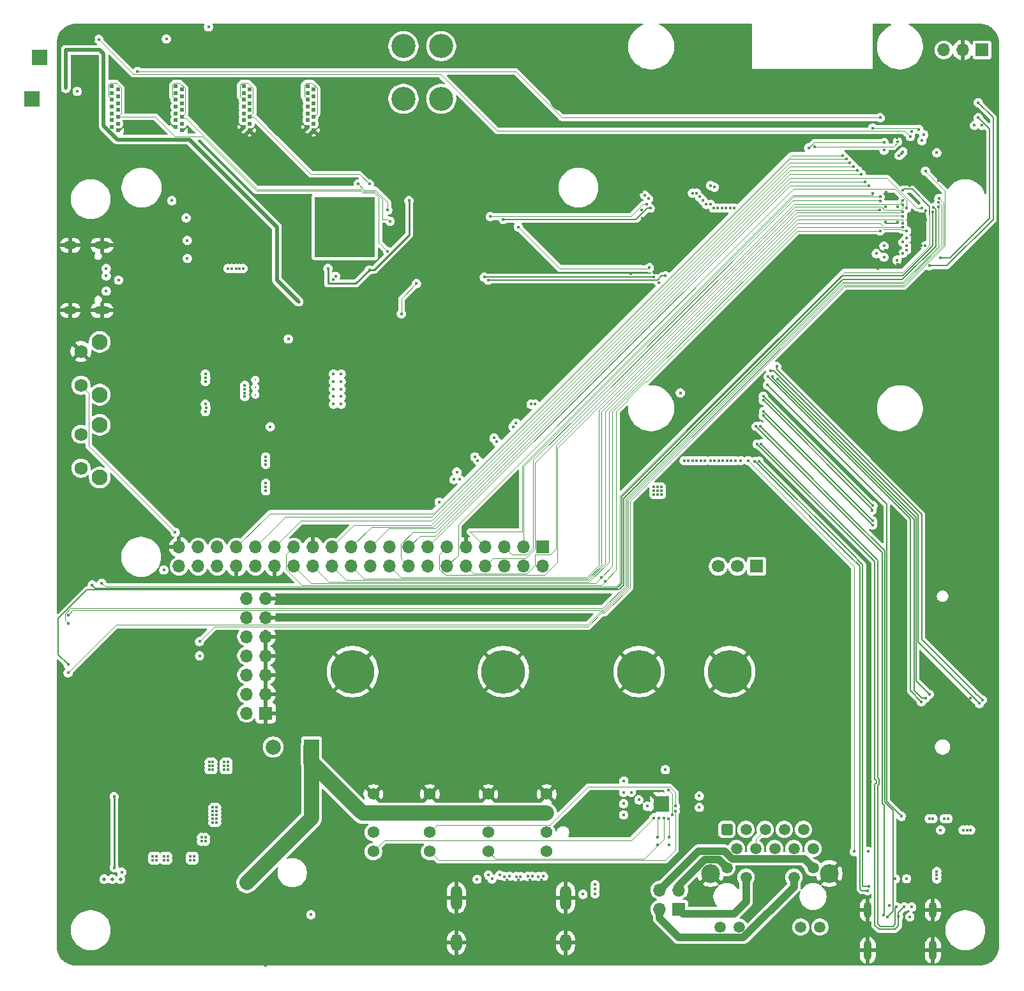
<source format=gbr>
%TF.GenerationSoftware,KiCad,Pcbnew,9.0.3*%
%TF.CreationDate,2025-08-24T22:17:20-04:00*%
%TF.ProjectId,libreboard,6c696272-6562-46f6-9172-642e6b696361,rev?*%
%TF.SameCoordinates,Original*%
%TF.FileFunction,Copper,L6,Bot*%
%TF.FilePolarity,Positive*%
%FSLAX46Y46*%
G04 Gerber Fmt 4.6, Leading zero omitted, Abs format (unit mm)*
G04 Created by KiCad (PCBNEW 9.0.3) date 2025-08-24 22:17:20*
%MOMM*%
%LPD*%
G01*
G04 APERTURE LIST*
G04 Aperture macros list*
%AMRoundRect*
0 Rectangle with rounded corners*
0 $1 Rounding radius*
0 $2 $3 $4 $5 $6 $7 $8 $9 X,Y pos of 4 corners*
0 Add a 4 corners polygon primitive as box body*
4,1,4,$2,$3,$4,$5,$6,$7,$8,$9,$2,$3,0*
0 Add four circle primitives for the rounded corners*
1,1,$1+$1,$2,$3*
1,1,$1+$1,$4,$5*
1,1,$1+$1,$6,$7*
1,1,$1+$1,$8,$9*
0 Add four rect primitives between the rounded corners*
20,1,$1+$1,$2,$3,$4,$5,0*
20,1,$1+$1,$4,$5,$6,$7,0*
20,1,$1+$1,$6,$7,$8,$9,0*
20,1,$1+$1,$8,$9,$2,$3,0*%
G04 Aperture macros list end*
%TA.AperFunction,ComponentPad*%
%ADD10R,1.700000X1.700000*%
%TD*%
%TA.AperFunction,ComponentPad*%
%ADD11O,1.700000X1.700000*%
%TD*%
%TA.AperFunction,ComponentPad*%
%ADD12O,2.100000X1.000000*%
%TD*%
%TA.AperFunction,ComponentPad*%
%ADD13O,1.800000X1.000000*%
%TD*%
%TA.AperFunction,ComponentPad*%
%ADD14RoundRect,0.250500X-0.499500X-0.499500X0.499500X-0.499500X0.499500X0.499500X-0.499500X0.499500X0*%
%TD*%
%TA.AperFunction,ComponentPad*%
%ADD15C,1.500000*%
%TD*%
%TA.AperFunction,ComponentPad*%
%ADD16C,2.500000*%
%TD*%
%TA.AperFunction,ComponentPad*%
%ADD17O,1.500000X3.300000*%
%TD*%
%TA.AperFunction,ComponentPad*%
%ADD18O,1.500000X2.300000*%
%TD*%
%TA.AperFunction,ComponentPad*%
%ADD19C,5.800000*%
%TD*%
%TA.AperFunction,ComponentPad*%
%ADD20C,3.200000*%
%TD*%
%TA.AperFunction,ComponentPad*%
%ADD21C,1.574800*%
%TD*%
%TA.AperFunction,HeatsinkPad*%
%ADD22O,1.100000X2.100000*%
%TD*%
%TA.AperFunction,HeatsinkPad*%
%ADD23O,1.100000X2.600000*%
%TD*%
%TA.AperFunction,ComponentPad*%
%ADD24C,0.300000*%
%TD*%
%TA.AperFunction,ComponentPad*%
%ADD25C,2.100000*%
%TD*%
%TA.AperFunction,ComponentPad*%
%ADD26C,1.750000*%
%TD*%
%TA.AperFunction,HeatsinkPad*%
%ADD27C,0.500000*%
%TD*%
%TA.AperFunction,HeatsinkPad*%
%ADD28R,2.100000X2.100000*%
%TD*%
%TA.AperFunction,ComponentPad*%
%ADD29C,0.609600*%
%TD*%
%TA.AperFunction,ComponentPad*%
%ADD30C,1.700000*%
%TD*%
%TA.AperFunction,ComponentPad*%
%ADD31C,0.499999*%
%TD*%
%TA.AperFunction,ComponentPad*%
%ADD32R,2.000000X2.000000*%
%TD*%
%TA.AperFunction,ComponentPad*%
%ADD33C,2.000000*%
%TD*%
%TA.AperFunction,ComponentPad*%
%ADD34C,0.500000*%
%TD*%
%TA.AperFunction,SMDPad,CuDef*%
%ADD35R,8.000000X8.000000*%
%TD*%
%TA.AperFunction,SMDPad,CuDef*%
%ADD36R,2.000000X2.000000*%
%TD*%
%TA.AperFunction,ViaPad*%
%ADD37C,0.450000*%
%TD*%
%TA.AperFunction,Conductor*%
%ADD38C,0.100000*%
%TD*%
%TA.AperFunction,Conductor*%
%ADD39C,0.230000*%
%TD*%
%TA.AperFunction,Conductor*%
%ADD40C,0.147000*%
%TD*%
%TA.AperFunction,Conductor*%
%ADD41C,0.130000*%
%TD*%
%TA.AperFunction,Conductor*%
%ADD42C,0.500000*%
%TD*%
%TA.AperFunction,Conductor*%
%ADD43C,1.000000*%
%TD*%
%TA.AperFunction,Conductor*%
%ADD44C,2.000000*%
%TD*%
G04 APERTURE END LIST*
D10*
%TO.P,J8,1,Pin_1*%
%TO.N,/+3.3v*%
X181962600Y-148164100D03*
D11*
%TO.P,J8,2,Pin_2*%
%TO.N,/+5v*%
X181962600Y-150704100D03*
%TO.P,J8,3,Pin_3*%
%TO.N,/CM5_GPIO ( Ethernet\u002C GPIO\u002C SDCARD)/GPIO2*%
X179422600Y-148164100D03*
%TO.P,J8,4,Pin_4*%
%TO.N,/+5v*%
X179422600Y-150704100D03*
%TO.P,J8,5,Pin_5*%
%TO.N,/CM5_GPIO ( Ethernet\u002C GPIO\u002C SDCARD)/GPIO3*%
X176882600Y-148164100D03*
%TO.P,J8,6,Pin_6*%
%TO.N,GND*%
X176882600Y-150704100D03*
%TO.P,J8,7,Pin_7*%
%TO.N,/CM5_GPIO ( Ethernet\u002C GPIO\u002C SDCARD)/GPIO4*%
X174342600Y-148164100D03*
%TO.P,J8,8,Pin_8*%
%TO.N,/CM5_GPIO ( Ethernet\u002C GPIO\u002C SDCARD)/GPIO14*%
X174342600Y-150704100D03*
%TO.P,J8,9,Pin_9*%
%TO.N,GND*%
X171802600Y-148164100D03*
%TO.P,J8,10,Pin_10*%
%TO.N,/CM5_GPIO ( Ethernet\u002C GPIO\u002C SDCARD)/GPIO15*%
X171802600Y-150704100D03*
%TO.P,J8,11,Pin_11*%
%TO.N,/CM5_GPIO ( Ethernet\u002C GPIO\u002C SDCARD)/GPIO17*%
X169262600Y-148164100D03*
%TO.P,J8,12,Pin_12*%
%TO.N,/CM5_GPIO ( Ethernet\u002C GPIO\u002C SDCARD)/GPIO18*%
X169262600Y-150704100D03*
%TO.P,J8,13,Pin_13*%
%TO.N,/CM5_GPIO ( Ethernet\u002C GPIO\u002C SDCARD)/GPIO27*%
X166722600Y-148164100D03*
%TO.P,J8,14,Pin_14*%
%TO.N,GND*%
X166722600Y-150704100D03*
%TO.P,J8,15,Pin_15*%
%TO.N,/CM5_GPIO ( Ethernet\u002C GPIO\u002C SDCARD)/GPIO22*%
X164182600Y-148164100D03*
%TO.P,J8,16,Pin_16*%
%TO.N,/CM5_GPIO ( Ethernet\u002C GPIO\u002C SDCARD)/GPIO23*%
X164182600Y-150704100D03*
%TO.P,J8,17,Pin_17*%
%TO.N,/+3.3v*%
X161642600Y-148164100D03*
%TO.P,J8,18,Pin_18*%
%TO.N,/CM5_GPIO ( Ethernet\u002C GPIO\u002C SDCARD)/GPIO24*%
X161642600Y-150704100D03*
%TO.P,J8,19,Pin_19*%
%TO.N,/CM5_GPIO ( Ethernet\u002C GPIO\u002C SDCARD)/GPIO10*%
X159102600Y-148164100D03*
%TO.P,J8,20,Pin_20*%
%TO.N,GND*%
X159102600Y-150704100D03*
%TO.P,J8,21,Pin_21*%
%TO.N,/CM5_GPIO ( Ethernet\u002C GPIO\u002C SDCARD)/GPIO9*%
X156562600Y-148164100D03*
%TO.P,J8,22,Pin_22*%
%TO.N,/CM5_GPIO ( Ethernet\u002C GPIO\u002C SDCARD)/GPIO25*%
X156562600Y-150704100D03*
%TO.P,J8,23,Pin_23*%
%TO.N,/CM5_GPIO ( Ethernet\u002C GPIO\u002C SDCARD)/GPIO11*%
X154022600Y-148164100D03*
%TO.P,J8,24,Pin_24*%
%TO.N,/CM5_GPIO ( Ethernet\u002C GPIO\u002C SDCARD)/GPIO8*%
X154022600Y-150704100D03*
%TO.P,J8,25,Pin_25*%
%TO.N,GND*%
X151482600Y-148164100D03*
%TO.P,J8,26,Pin_26*%
%TO.N,/CM5_GPIO ( Ethernet\u002C GPIO\u002C SDCARD)/GPIO7*%
X151482600Y-150704100D03*
%TO.P,J8,27,Pin_27*%
%TO.N,/CM5_GPIO ( Ethernet\u002C GPIO\u002C SDCARD)/ID_SD*%
X148942600Y-148164100D03*
%TO.P,J8,28,Pin_28*%
%TO.N,/CM5_GPIO ( Ethernet\u002C GPIO\u002C SDCARD)/ID_SC*%
X148942600Y-150704100D03*
%TO.P,J8,29,Pin_29*%
%TO.N,/CM5_GPIO ( Ethernet\u002C GPIO\u002C SDCARD)/GPIO5*%
X146402600Y-148164100D03*
%TO.P,J8,30,Pin_30*%
%TO.N,GND*%
X146402600Y-150704100D03*
%TO.P,J8,31,Pin_31*%
%TO.N,/CM5_GPIO ( Ethernet\u002C GPIO\u002C SDCARD)/GPIO6*%
X143862600Y-148164100D03*
%TO.P,J8,32,Pin_32*%
%TO.N,/CM5_GPIO ( Ethernet\u002C GPIO\u002C SDCARD)/GPIO12*%
X143862600Y-150704100D03*
%TO.P,J8,33,Pin_33*%
%TO.N,/CM5_GPIO ( Ethernet\u002C GPIO\u002C SDCARD)/GPIO13*%
X141322600Y-148164100D03*
%TO.P,J8,34,Pin_34*%
%TO.N,GND*%
X141322600Y-150704100D03*
%TO.P,J8,35,Pin_35*%
%TO.N,/CM5_GPIO ( Ethernet\u002C GPIO\u002C SDCARD)/GPIO19*%
X138782600Y-148164100D03*
%TO.P,J8,36,Pin_36*%
%TO.N,/CM5_GPIO ( Ethernet\u002C GPIO\u002C SDCARD)/GPIO16*%
X138782600Y-150704100D03*
%TO.P,J8,37,Pin_37*%
%TO.N,/CM5_GPIO ( Ethernet\u002C GPIO\u002C SDCARD)/GPIO26*%
X136242600Y-148164100D03*
%TO.P,J8,38,Pin_38*%
%TO.N,/CM5_GPIO ( Ethernet\u002C GPIO\u002C SDCARD)/GPIO20*%
X136242600Y-150704100D03*
%TO.P,J8,39,Pin_39*%
%TO.N,GND*%
X133702600Y-148164100D03*
%TO.P,J8,40,Pin_40*%
%TO.N,/CM5_GPIO ( Ethernet\u002C GPIO\u002C SDCARD)/GPIO21*%
X133702600Y-150704100D03*
%TD*%
D10*
%TO.P,J9,1,Pin_1*%
%TO.N,/CM5_GPIO ( Ethernet\u002C GPIO\u002C SDCARD)/TR1_TAP*%
X199998891Y-196224302D03*
D11*
%TO.P,J9,2,Pin_2*%
%TO.N,/CM5_GPIO ( Ethernet\u002C GPIO\u002C SDCARD)/TR2_TAP*%
X197458891Y-196224302D03*
%TO.P,J9,3,Pin_3*%
%TO.N,/CM5_GPIO ( Ethernet\u002C GPIO\u002C SDCARD)/TR0_TAP*%
X199998891Y-193684302D03*
%TO.P,J9,4,Pin_4*%
%TO.N,/CM5_GPIO ( Ethernet\u002C GPIO\u002C SDCARD)/TR3_TAP*%
X197458891Y-193684302D03*
%TD*%
D12*
%TO.P,J11,S1,SHIELD*%
%TO.N,GND*%
X123478891Y-108134100D03*
D13*
X119298891Y-108134100D03*
D12*
X123478891Y-116774100D03*
D13*
X119298891Y-116774100D03*
%TD*%
D14*
%TO.P,U3,1,TRD0+*%
%TO.N,/CM5_GPIO ( Ethernet\u002C GPIO\u002C SDCARD)/TRD0_P*%
X206363891Y-185644302D03*
D15*
%TO.P,U3,2,TRD0-*%
%TO.N,/CM5_GPIO ( Ethernet\u002C GPIO\u002C SDCARD)/TRD0_N*%
X207633891Y-188184302D03*
%TO.P,U3,3,TRD1+*%
%TO.N,/CM5_GPIO ( Ethernet\u002C GPIO\u002C SDCARD)/TRD1_P*%
X208903891Y-185644302D03*
%TO.P,U3,4,CT*%
%TO.N,Net-(C1-Pad1)*%
X210173891Y-188184302D03*
%TO.P,U3,5,CT*%
X211443891Y-185644302D03*
%TO.P,U3,6,TRD1-*%
%TO.N,/CM5_GPIO ( Ethernet\u002C GPIO\u002C SDCARD)/TRD1_N*%
X212713891Y-188184302D03*
%TO.P,U3,7,TRD2+*%
%TO.N,/CM5_GPIO ( Ethernet\u002C GPIO\u002C SDCARD)/TRD2_P*%
X213983891Y-185644302D03*
%TO.P,U3,8,TRD2-*%
%TO.N,/CM5_GPIO ( Ethernet\u002C GPIO\u002C SDCARD)/TRD2_N*%
X215253891Y-188184302D03*
%TO.P,U3,9,TRD3+*%
%TO.N,/CM5_GPIO ( Ethernet\u002C GPIO\u002C SDCARD)/TRD3_P*%
X216523891Y-185644302D03*
%TO.P,U3,10,TRD3-*%
%TO.N,/CM5_GPIO ( Ethernet\u002C GPIO\u002C SDCARD)/TRD3_N*%
X217793891Y-188184302D03*
%TO.P,U3,11,VC1*%
%TO.N,/CM5_GPIO ( Ethernet\u002C GPIO\u002C SDCARD)/TR0_TAP*%
X206363891Y-190704302D03*
%TO.P,U3,12,VC2*%
%TO.N,/CM5_GPIO ( Ethernet\u002C GPIO\u002C SDCARD)/TR1_TAP*%
X208903891Y-191974302D03*
%TO.P,U3,13,VC3*%
%TO.N,/CM5_GPIO ( Ethernet\u002C GPIO\u002C SDCARD)/TR2_TAP*%
X215253891Y-191974302D03*
%TO.P,U3,14,VC4*%
%TO.N,/CM5_GPIO ( Ethernet\u002C GPIO\u002C SDCARD)/TR3_TAP*%
X217793891Y-190704302D03*
%TO.P,U3,15,LEDY_A*%
%TO.N,/+3.3v*%
X205448891Y-198594302D03*
%TO.P,U3,16,LEDY_K*%
%TO.N,Net-(U3-LEDY_K)*%
X207988891Y-198594302D03*
%TO.P,U3,17,LEDG_A*%
%TO.N,/+3.3v*%
X216168891Y-198594302D03*
%TO.P,U3,18,LEDG_K*%
%TO.N,Net-(U3-LEDG_K)*%
X218708891Y-198594302D03*
D16*
%TO.P,U3,19,SHIELD*%
%TO.N,GND*%
X204203891Y-191484302D03*
%TO.P,U3,20,SHIELD*%
X219953891Y-191484302D03*
%TD*%
D17*
%TO.P,J22,SH1,SH*%
%TO.N,GND*%
X184978891Y-194704302D03*
%TO.P,J22,SH2,SH*%
X170478891Y-194704302D03*
D18*
%TO.P,J22,SH3,SH*%
X170478891Y-200664302D03*
%TO.P,J22,SH4,SH*%
X184978891Y-200664302D03*
%TD*%
D10*
%TO.P,J2,1,Pin_1*%
%TO.N,GND*%
X145202600Y-170204100D03*
D11*
%TO.P,J2,2,Pin_2*%
%TO.N,/CM5_GPIO ( Ethernet\u002C GPIO\u002C SDCARD)/nRPIBOOT*%
X142662600Y-170204100D03*
%TO.P,J2,3,Pin_3*%
%TO.N,GND*%
X145202600Y-167664100D03*
%TO.P,J2,4,Pin_4*%
%TO.N,/CM5_GPIO ( Ethernet\u002C GPIO\u002C SDCARD)/EEPROM_nWP*%
X142662600Y-167664100D03*
%TO.P,J2,5,Pin_5*%
%TO.N,GND*%
X145202600Y-165124100D03*
%TO.P,J2,6,Pin_6*%
%TO.N,/CM5_GPIO ( Ethernet\u002C GPIO\u002C SDCARD)/SYNC_OUT*%
X142662600Y-165124100D03*
%TO.P,J2,7,Pin_7*%
%TO.N,GND*%
X145202600Y-162584100D03*
%TO.P,J2,8,Pin_8*%
%TO.N,unconnected-(J2-Pin_8-Pad8)*%
X142662600Y-162584100D03*
%TO.P,J2,9,Pin_9*%
%TO.N,GND*%
X145202600Y-160044100D03*
%TO.P,J2,10,Pin_10*%
%TO.N,/CM5_GPIO ( Ethernet\u002C GPIO\u002C SDCARD)/USBOTG*%
X142662600Y-160044100D03*
%TO.P,J2,11,Pin_11*%
%TO.N,GND*%
X145202600Y-157504100D03*
%TO.P,J2,12,Pin_12*%
%TO.N,/CM5_GPIO ( Ethernet\u002C GPIO\u002C SDCARD)/PMIC_ENABLE*%
X142662600Y-157504100D03*
%TO.P,J2,13,Pin_13*%
%TO.N,GND*%
X145202600Y-154964100D03*
%TO.P,J2,14,Pin_14*%
%TO.N,/CM5_GPIO ( Ethernet\u002C GPIO\u002C SDCARD)/PWR_BUT*%
X142662600Y-154964100D03*
%TD*%
D10*
%TO.P,J3,1,Pin_1*%
%TO.N,/CM5_GPIO ( Ethernet\u002C GPIO\u002C SDCARD)/WL_nDis*%
X240202600Y-82204100D03*
D11*
%TO.P,J3,2,Pin_2*%
%TO.N,GND*%
X237662600Y-82204100D03*
%TO.P,J3,3,Pin_3*%
%TO.N,/CM5_GPIO ( Ethernet\u002C GPIO\u002C SDCARD)/BT_nDis*%
X235122600Y-82204100D03*
%TD*%
D19*
%TO.P,J4,M1,GND2230*%
%TO.N,GND*%
X206727600Y-164704100D03*
%TO.P,J4,M2,GND2242*%
X194727600Y-164704100D03*
%TO.P,J4,M3,GND2260*%
X176727600Y-164704100D03*
%TO.P,J4,M4,GND2280*%
X156727600Y-164704100D03*
%TD*%
D20*
%TO.P,J101,1,Pin_1*%
%TO.N,GND*%
X184478891Y-81704302D03*
X184478891Y-88704302D03*
X189478891Y-81704302D03*
X189478891Y-88704302D03*
%TD*%
D21*
%TO.P,J53,1,1*%
%TO.N,GND*%
X166978891Y-180954302D03*
%TO.P,J53,2,2*%
%TO.N,+12V*%
X166978891Y-183494302D03*
%TO.P,J53,3,3*%
%TO.N,Net-(U10-TACH3)*%
X166978891Y-186034302D03*
%TO.P,J53,4,4*%
%TO.N,Net-(U10-PWM3)*%
X166978891Y-188574302D03*
%TD*%
%TO.P,J54,1,1*%
%TO.N,GND*%
X182478891Y-180954302D03*
%TO.P,J54,2,2*%
%TO.N,+12V*%
X182478891Y-183494302D03*
%TO.P,J54,3,3*%
%TO.N,Net-(U10-TACH4)*%
X182478891Y-186034302D03*
%TO.P,J54,4,4*%
%TO.N,Net-(U10-PWM4)*%
X182478891Y-188574302D03*
%TD*%
D22*
%TO.P,J15,S1,SHIELD*%
%TO.N,GND*%
X225062600Y-196324100D03*
D23*
X225062600Y-201684100D03*
D22*
X233702600Y-196324100D03*
D23*
X233702600Y-201684100D03*
%TD*%
D24*
%TO.P,U14,14*%
%TO.N,N/C*%
X143812600Y-127954100D03*
%TO.P,U14,15*%
X143812600Y-126954100D03*
%TO.P,U14,16*%
X143812600Y-125954100D03*
%TD*%
D25*
%TO.P,SW2,*%
%TO.N,*%
X123192600Y-138954100D03*
X123192600Y-131944100D03*
D26*
%TO.P,SW2,1,1*%
%TO.N,unconnected-(SW2-Pad1)*%
X120702600Y-137704100D03*
%TO.P,SW2,2,2*%
%TO.N,unconnected-(SW2-Pad2)*%
X120702600Y-133204100D03*
%TD*%
D21*
%TO.P,J52,1,1*%
%TO.N,GND*%
X174728891Y-180954302D03*
%TO.P,J52,2,2*%
%TO.N,+12V*%
X174728891Y-183494302D03*
%TO.P,J52,3,3*%
%TO.N,Net-(U10-TACH2)*%
X174728891Y-186034302D03*
%TO.P,J52,4,4*%
%TO.N,Net-(U10-PWM2)*%
X174728891Y-188574302D03*
%TD*%
D27*
%TO.P,U10,17,GND*%
%TO.N,GND*%
X196877600Y-181429100D03*
X196877600Y-182229100D03*
X196877600Y-183029100D03*
X197677600Y-181429100D03*
X197677600Y-182229100D03*
D28*
X197677600Y-182229100D03*
D27*
X197677600Y-183029100D03*
X198477600Y-181429100D03*
X198477600Y-182229100D03*
X198477600Y-183029100D03*
%TD*%
D25*
%TO.P,SW1,*%
%TO.N,*%
X123192600Y-127954100D03*
X123192600Y-120944100D03*
D26*
%TO.P,SW1,1,1*%
%TO.N,/CM5_GPIO ( Ethernet\u002C GPIO\u002C SDCARD)/PWR_BUT*%
X120702600Y-126704100D03*
%TO.P,SW1,2,2*%
%TO.N,GND*%
X120702600Y-122204100D03*
%TD*%
D29*
%TO.P,J6,A1,GND*%
%TO.N,GND*%
X134059200Y-87481200D03*
%TO.P,J6,A4,VBUS*%
%TO.N,/CM5_HighSpeed/USB2_VBUS*%
X134059200Y-88381201D03*
%TO.P,J6,A5,CC1*%
%TO.N,Net-(J6-CC1)*%
X134059200Y-89281199D03*
%TO.P,J6,A6,DP1*%
%TO.N,Net-(J6-DP1)*%
X134059200Y-90181200D03*
%TO.P,J6,A7,DN1*%
%TO.N,Net-(J6-DN1)*%
X134059200Y-91081200D03*
%TO.P,J6,A9,VBUS*%
%TO.N,/CM5_HighSpeed/USB2_VBUS*%
X134059200Y-91981199D03*
%TO.P,J6,A12,GND*%
%TO.N,GND*%
X134059200Y-92881199D03*
%TO.P,J6,B1,GND*%
X133279199Y-92431199D03*
%TO.P,J6,B4,VBUS*%
%TO.N,/CM5_HighSpeed/USB2_VBUS*%
X133279199Y-91531199D03*
%TO.P,J6,B5,CC2*%
%TO.N,Net-(J6-CC2)*%
X133279199Y-90631200D03*
%TO.P,J6,B6,DP2*%
%TO.N,Net-(J6-DP1)*%
X133279199Y-89731200D03*
%TO.P,J6,B7,DN2*%
%TO.N,Net-(J6-DN1)*%
X133279199Y-88831199D03*
%TO.P,J6,B9,VBUS*%
%TO.N,/CM5_HighSpeed/USB2_VBUS*%
X133279199Y-87931201D03*
%TO.P,J6,B12,GND*%
%TO.N,GND*%
X133279199Y-87031200D03*
%TD*%
D10*
%TO.P,J19,1,Pin_1*%
%TO.N,unconnected-(J19-Pin_1-Pad1)*%
X210302600Y-150704100D03*
D30*
%TO.P,J19,2,Pin_2*%
%TO.N,unconnected-(J19-Pin_2-Pad2)*%
X207762600Y-150704100D03*
%TO.P,J19,3,Pin_3*%
%TO.N,unconnected-(J19-Pin_3-Pad3)*%
X205222600Y-150704100D03*
%TD*%
D21*
%TO.P,J51,1,GND*%
%TO.N,GND*%
X159478891Y-180954302D03*
%TO.P,J51,2,12V*%
%TO.N,+12V*%
X159478891Y-183494302D03*
%TO.P,J51,3,TACH*%
%TO.N,Net-(J51-TACH)*%
X159478891Y-186034302D03*
%TO.P,J51,4,PWM*%
%TO.N,Net-(J51-PWM)*%
X159478891Y-188574302D03*
%TD*%
D29*
%TO.P,J10,A1,GND*%
%TO.N,GND*%
X143072800Y-87481200D03*
%TO.P,J10,A4,VBUS*%
%TO.N,/CM5_HighSpeed/USB2_VBUS*%
X143072800Y-88381201D03*
%TO.P,J10,A5,CC1*%
%TO.N,Net-(J10-CC1)*%
X143072800Y-89281199D03*
%TO.P,J10,A6,DP1*%
%TO.N,Net-(J10-DP1)*%
X143072800Y-90181200D03*
%TO.P,J10,A7,DN1*%
%TO.N,Net-(J10-DN1)*%
X143072800Y-91081200D03*
%TO.P,J10,A9,VBUS*%
%TO.N,/CM5_HighSpeed/USB2_VBUS*%
X143072800Y-91981199D03*
%TO.P,J10,A12,GND*%
%TO.N,GND*%
X143072800Y-92881199D03*
%TO.P,J10,B1,GND*%
X142292799Y-92431199D03*
%TO.P,J10,B4,VBUS*%
%TO.N,/CM5_HighSpeed/USB2_VBUS*%
X142292799Y-91531199D03*
%TO.P,J10,B5,CC2*%
%TO.N,Net-(J10-CC2)*%
X142292799Y-90631200D03*
%TO.P,J10,B6,DP2*%
%TO.N,Net-(J10-DP1)*%
X142292799Y-89731200D03*
%TO.P,J10,B7,DN2*%
%TO.N,Net-(J10-DN1)*%
X142292799Y-88831199D03*
%TO.P,J10,B9,VBUS*%
%TO.N,/CM5_HighSpeed/USB2_VBUS*%
X142292799Y-87931201D03*
%TO.P,J10,B12,GND*%
%TO.N,GND*%
X142292799Y-87031200D03*
%TD*%
D31*
%TO.P,U4,V*%
%TO.N,N/C*%
X125937602Y-192234099D03*
X124862600Y-192234099D03*
X123787598Y-192234099D03*
%TD*%
D32*
%TO.P,D4,1,K*%
%TO.N,+12V*%
X151282600Y-174704100D03*
D33*
%TO.P,D4,2,A*%
%TO.N,Net-(D4-A)*%
X146202600Y-174704100D03*
%TD*%
D20*
%TO.P,J100,1,Pin_1*%
%TO.N,+VDC*%
X163478891Y-81704302D03*
X163478891Y-88704302D03*
X168478891Y-81704302D03*
X168478891Y-88704302D03*
%TD*%
D29*
%TO.P,J17,A1,GND*%
%TO.N,GND*%
X151559200Y-87481200D03*
%TO.P,J17,A4,VBUS*%
%TO.N,/CM5_HighSpeed/USB2_VBUS*%
X151559200Y-88381201D03*
%TO.P,J17,A5,CC1*%
%TO.N,Net-(J17-CC1)*%
X151559200Y-89281199D03*
%TO.P,J17,A6,DP1*%
%TO.N,Net-(J17-DP1)*%
X151559200Y-90181200D03*
%TO.P,J17,A7,DN1*%
%TO.N,Net-(J17-DN1)*%
X151559200Y-91081200D03*
%TO.P,J17,A9,VBUS*%
%TO.N,/CM5_HighSpeed/USB2_VBUS*%
X151559200Y-91981199D03*
%TO.P,J17,A12,GND*%
%TO.N,GND*%
X151559200Y-92881199D03*
%TO.P,J17,B1,GND*%
X150779199Y-92431199D03*
%TO.P,J17,B4,VBUS*%
%TO.N,/CM5_HighSpeed/USB2_VBUS*%
X150779199Y-91531199D03*
%TO.P,J17,B5,CC2*%
%TO.N,Net-(J17-CC2)*%
X150779199Y-90631200D03*
%TO.P,J17,B6,DP2*%
%TO.N,Net-(J17-DP1)*%
X150779199Y-89731200D03*
%TO.P,J17,B7,DN2*%
%TO.N,Net-(J17-DN1)*%
X150779199Y-88831199D03*
%TO.P,J17,B9,VBUS*%
%TO.N,/CM5_HighSpeed/USB2_VBUS*%
X150779199Y-87931201D03*
%TO.P,J17,B12,GND*%
%TO.N,GND*%
X150779199Y-87031200D03*
%TD*%
%TO.P,J1,A1,GND*%
%TO.N,GND*%
X125600000Y-87481200D03*
%TO.P,J1,A4,VBUS*%
%TO.N,/CM5_HighSpeed/USB2_VBUS*%
X125600000Y-88381201D03*
%TO.P,J1,A5,CC1*%
%TO.N,Net-(J1-CC1)*%
X125600000Y-89281199D03*
%TO.P,J1,A6,DP1*%
%TO.N,Net-(J1-DP1)*%
X125600000Y-90181200D03*
%TO.P,J1,A7,DN1*%
%TO.N,Net-(J1-DN1)*%
X125600000Y-91081200D03*
%TO.P,J1,A9,VBUS*%
%TO.N,/CM5_HighSpeed/USB2_VBUS*%
X125600000Y-91981199D03*
%TO.P,J1,A12,GND*%
%TO.N,GND*%
X125600000Y-92881199D03*
%TO.P,J1,B1,GND*%
X124819999Y-92431199D03*
%TO.P,J1,B4,VBUS*%
%TO.N,/CM5_HighSpeed/USB2_VBUS*%
X124819999Y-91531199D03*
%TO.P,J1,B5,CC2*%
%TO.N,Net-(J1-CC2)*%
X124819999Y-90631200D03*
%TO.P,J1,B6,DP2*%
%TO.N,Net-(J1-DP1)*%
X124819999Y-89731200D03*
%TO.P,J1,B7,DN2*%
%TO.N,Net-(J1-DN1)*%
X124819999Y-88831199D03*
%TO.P,J1,B9,VBUS*%
%TO.N,/CM5_HighSpeed/USB2_VBUS*%
X124819999Y-87931201D03*
%TO.P,J1,B12,GND*%
%TO.N,GND*%
X124819999Y-87031200D03*
%TD*%
D34*
%TO.P,U11,65,VSS*%
%TO.N,unconnected-(U11-VSS-Pad65)*%
X152202600Y-102204100D03*
X152202600Y-103204100D03*
X152202600Y-104204100D03*
X152202600Y-105204100D03*
X152202600Y-106204100D03*
X152202600Y-107204100D03*
X152202600Y-108204100D03*
X152202600Y-109204100D03*
X153202600Y-102204100D03*
X153202600Y-103204100D03*
X153202600Y-104204100D03*
X153202600Y-105204100D03*
X153202600Y-106204100D03*
X153202600Y-107204100D03*
X153202600Y-108204100D03*
X153202600Y-109204100D03*
X154202600Y-102204100D03*
X154202600Y-103204100D03*
X154202600Y-104204100D03*
X154202600Y-105204100D03*
X154202600Y-106204100D03*
X154202600Y-107204100D03*
X154202600Y-108204100D03*
X154202600Y-109204100D03*
X155202600Y-102204100D03*
X155202600Y-103204100D03*
X155202600Y-104204100D03*
X155202600Y-105204100D03*
X155202600Y-106204100D03*
X155202600Y-107204100D03*
X155202600Y-108204100D03*
X155202600Y-109204100D03*
D35*
X155702600Y-105704100D03*
D34*
X156202600Y-102204100D03*
X156202600Y-103204100D03*
X156202600Y-104204100D03*
X156202600Y-105204100D03*
X156202600Y-106204100D03*
X156202600Y-107204100D03*
X156202600Y-108204100D03*
X156202600Y-109204100D03*
X157202600Y-102204100D03*
X157202600Y-103204100D03*
X157202600Y-104204100D03*
X157202600Y-105204100D03*
X157202600Y-106204100D03*
X157202600Y-107204100D03*
X157202600Y-108204100D03*
X157202600Y-109204100D03*
X158202600Y-102204100D03*
X158202600Y-103204100D03*
X158202600Y-104204100D03*
X158202600Y-105204100D03*
X158202600Y-106204100D03*
X158202600Y-107204100D03*
X158202600Y-108204100D03*
X158202600Y-109204100D03*
X159202600Y-102204100D03*
X159202600Y-103204100D03*
X159202600Y-104204100D03*
X159202600Y-105204100D03*
X159202600Y-106204100D03*
X159202600Y-107204100D03*
X159202600Y-108204100D03*
X159202600Y-109204100D03*
%TD*%
D36*
%TO.P,TP3,1,1*%
%TO.N,Net-(D2-K)*%
X114202600Y-88704100D03*
%TD*%
%TO.P,TP5,1,1*%
%TO.N,Net-(D1-K)*%
X115202600Y-83204100D03*
%TD*%
D37*
%TO.N,Net-(U13-OUT)*%
X163202600Y-117204100D03*
X165202600Y-113204100D03*
%TO.N,Net-(C34-Pad1)*%
X164202600Y-102204100D03*
%TO.N,+VDC*%
X142422600Y-127704100D03*
X142422600Y-127204100D03*
X142422600Y-128204100D03*
%TO.N,/CM5_HighSpeed/VBUS_EN*%
X209202600Y-136704100D03*
X200202600Y-127704100D03*
X223252600Y-188566600D03*
%TO.N,/+5v*%
X238202600Y-185704100D03*
%TO.N,GND*%
X238702600Y-187704100D03*
X237702600Y-187704100D03*
%TO.N,/+5v*%
X238702600Y-185704100D03*
X237702600Y-185704100D03*
%TO.N,GND*%
X237702600Y-194704100D03*
X237702600Y-195204100D03*
X237702600Y-194204100D03*
X230202600Y-190704100D03*
X230202600Y-191204100D03*
X230202600Y-190204100D03*
X230702600Y-184204100D03*
X230202600Y-184204100D03*
X230222600Y-185704100D03*
X230428891Y-183645711D03*
X235702600Y-182204100D03*
X235202600Y-182204100D03*
X233702600Y-182204100D03*
X233202600Y-182204100D03*
X229202600Y-180704100D03*
X229702600Y-180704100D03*
X231202600Y-180704100D03*
X231702600Y-180704100D03*
X231328891Y-182704100D03*
X235702600Y-180704100D03*
X235202600Y-180704100D03*
X233702600Y-180704100D03*
X233202600Y-180704100D03*
X238202600Y-187704100D03*
X240702600Y-190704100D03*
X240702600Y-191204100D03*
X240702600Y-191704100D03*
X240202600Y-191704100D03*
X240202600Y-191204100D03*
X240202600Y-190704100D03*
X230222600Y-188704100D03*
%TO.N,/+5v*%
X225152600Y-188566600D03*
%TO.N,GND*%
X232382600Y-195914100D03*
X232482600Y-197214100D03*
%TO.N,/CM5_HighSpeed/USB3_VBUS*%
X234202600Y-191204100D03*
X234202600Y-191704100D03*
X234202600Y-192204100D03*
X230632600Y-197214100D03*
X230882600Y-195914100D03*
X227882600Y-195704100D03*
%TO.N,*%
X132026483Y-80750393D03*
X137626483Y-79150393D03*
%TO.N,GND*%
X139202600Y-125204100D03*
X227343053Y-107024415D03*
X141226483Y-79150393D03*
X195026309Y-98650393D03*
X131702600Y-186704100D03*
X145702600Y-120554100D03*
X181728891Y-195704302D03*
X203426309Y-86150393D03*
X226276309Y-79250393D03*
X239477600Y-154354100D03*
X216326309Y-85050393D03*
X129066309Y-180523898D03*
X209526309Y-87750393D03*
X239477600Y-175054100D03*
X178728891Y-192354302D03*
X241702600Y-162054302D03*
X165202600Y-106704100D03*
X177228891Y-192354302D03*
X132066309Y-181523898D03*
X174178891Y-192066802D03*
X181728891Y-192354302D03*
X129066309Y-180023898D03*
X160927600Y-118154100D03*
X124612600Y-191284101D03*
X127066309Y-185023898D03*
X120702600Y-185984100D03*
X195276309Y-110675393D03*
X177228891Y-201754302D03*
X233702600Y-186724100D03*
X165162600Y-98704100D03*
X136702600Y-109704100D03*
X135202600Y-182704100D03*
X135202600Y-184204100D03*
X130702600Y-186704100D03*
X139202600Y-126204100D03*
X193702600Y-102250393D03*
X132066309Y-181023898D03*
X135202600Y-183204100D03*
X132202600Y-186204100D03*
X229026309Y-105050393D03*
X130066309Y-180523898D03*
X157202600Y-197204100D03*
X193626309Y-111880403D03*
X165202600Y-108704100D03*
X131066309Y-180023898D03*
X141728891Y-203504302D03*
X201326309Y-86270393D03*
X154202600Y-197204100D03*
X156552600Y-116039774D03*
X131702600Y-186204100D03*
X198326309Y-110850393D03*
X238478891Y-173054302D03*
X158702600Y-196954302D03*
X121066309Y-184023898D03*
X135202600Y-183704100D03*
X140702600Y-105204100D03*
X227426309Y-108750393D03*
X139202600Y-125704100D03*
X132202600Y-186704100D03*
X143302600Y-140204100D03*
X211828891Y-201284302D03*
X124053891Y-115654100D03*
X136752600Y-100204100D03*
X142202600Y-105204100D03*
X143302600Y-136704100D03*
X130066309Y-180023898D03*
X231076309Y-113550393D03*
X195026309Y-108250393D03*
X136702600Y-110204100D03*
X208478891Y-181234302D03*
X198126309Y-96260403D03*
X135702600Y-184204100D03*
X194971918Y-106866120D03*
X235426309Y-100050393D03*
X196626309Y-106850393D03*
X228926309Y-98670403D03*
X195026309Y-105860403D03*
X119566309Y-184023898D03*
X231776309Y-114850393D03*
X241702600Y-165204100D03*
X141702600Y-105204100D03*
X133702600Y-102204100D03*
X189828891Y-191554302D03*
X241702600Y-155704100D03*
X234702600Y-186664100D03*
X142202600Y-104704100D03*
X174228891Y-195654302D03*
X230651762Y-100187216D03*
X233526309Y-84050393D03*
X209176309Y-79350393D03*
X232126309Y-108204100D03*
X130202600Y-186704100D03*
X199826309Y-79400393D03*
X230526309Y-104650393D03*
X165162600Y-100704100D03*
X165202600Y-105704100D03*
X227026309Y-132650393D03*
X142477600Y-133704100D03*
X141202600Y-105204100D03*
X157128891Y-163654302D03*
X130702600Y-186204100D03*
X196728176Y-102242923D03*
X141702600Y-104704100D03*
X232026309Y-132550393D03*
X165162600Y-101704100D03*
X225776309Y-85050393D03*
X140702600Y-104704100D03*
X198126309Y-98660403D03*
X210678891Y-181834302D03*
X145178891Y-203716802D03*
X230521271Y-109781766D03*
X122402600Y-80804100D03*
X196726309Y-111820383D03*
X209176309Y-80750393D03*
X195026309Y-103450393D03*
X196726309Y-99850393D03*
X158702600Y-118204100D03*
X139202600Y-130204100D03*
X241702600Y-168204100D03*
X241702600Y-163704100D03*
X165162600Y-99704100D03*
X196626309Y-110650393D03*
X165202600Y-110704100D03*
X227471297Y-101050393D03*
X195126309Y-104550393D03*
X131066309Y-181523898D03*
X209176309Y-82150393D03*
X227702600Y-114204100D03*
X204926309Y-86150393D03*
X232026309Y-120750393D03*
X141202600Y-104704100D03*
X165202600Y-114204100D03*
X241702600Y-169704100D03*
X230428891Y-182945711D03*
X182778891Y-191566802D03*
X165202600Y-111704100D03*
X232126309Y-126450393D03*
X127566309Y-185023898D03*
X230626309Y-101350393D03*
X160202600Y-196954302D03*
X229026309Y-103050393D03*
X196326309Y-109650393D03*
X165202600Y-109704100D03*
X217926309Y-87050393D03*
X150702600Y-115569774D03*
X214546450Y-181327196D03*
X193662600Y-179204100D03*
X195202600Y-97450393D03*
X214478891Y-183434302D03*
X129066309Y-181023898D03*
X132066309Y-180023898D03*
X131066309Y-180523898D03*
X218776309Y-85050393D03*
X139202600Y-129204100D03*
X228976309Y-110650393D03*
X155702600Y-196954302D03*
X165162600Y-97704100D03*
X135702600Y-183704100D03*
X130066309Y-181523898D03*
X232702600Y-104704100D03*
X198126309Y-93840383D03*
X221076309Y-85050393D03*
X158202600Y-115589774D03*
X208478891Y-183434302D03*
X178728891Y-195704302D03*
X196726309Y-108250393D03*
X139202600Y-129704100D03*
X184728891Y-201554302D03*
X199926309Y-82712893D03*
X165202600Y-107704100D03*
X130202600Y-186204100D03*
X196726309Y-97450393D03*
X228926309Y-93835383D03*
X195026309Y-109550393D03*
X130066309Y-181023898D03*
X153202600Y-115589774D03*
X238478891Y-174054302D03*
X241702600Y-157554302D03*
X180228891Y-192354302D03*
X131066309Y-181023898D03*
X161702600Y-196954302D03*
X177228891Y-195704302D03*
X132066309Y-180523898D03*
X129066309Y-181523898D03*
X241702600Y-166704100D03*
X220426309Y-116950393D03*
X196726309Y-105850393D03*
X235226309Y-88550393D03*
X121566309Y-184023898D03*
X227426309Y-105050393D03*
X135702600Y-183204100D03*
X222678891Y-201184302D03*
X136702600Y-107204100D03*
X195026309Y-101050393D03*
X124337254Y-189634100D03*
X198126309Y-101060403D03*
X136702600Y-107704100D03*
X230202600Y-176404100D03*
X122572600Y-189674100D03*
X152702600Y-196954302D03*
X223176309Y-85050393D03*
X226526309Y-120850393D03*
X234702600Y-94204100D03*
X124053891Y-109254100D03*
X232706299Y-103564324D03*
X209176309Y-83750393D03*
X229052878Y-109257020D03*
X180228891Y-195704302D03*
X234426309Y-99550393D03*
X227426309Y-103050393D03*
X135202600Y-184704100D03*
X120066309Y-184023898D03*
X230626309Y-99050393D03*
X226426309Y-111250393D03*
X120566309Y-184023898D03*
X165202600Y-104704100D03*
X135702600Y-184704100D03*
X229007109Y-107047169D03*
X214026309Y-85050393D03*
X212078891Y-181834302D03*
X238702600Y-168204100D03*
X238702600Y-169704100D03*
X241702600Y-159054302D03*
X135702600Y-182704100D03*
X226176309Y-84150393D03*
X131202600Y-186704100D03*
X228976309Y-110650393D03*
X223726309Y-114250393D03*
X131202600Y-186204100D03*
%TO.N,/CM5_GPIO ( Ethernet\u002C GPIO\u002C SDCARD)/nRPIBOOT*%
X232226309Y-94250393D03*
%TO.N,/CM5_GPIO ( Ethernet\u002C GPIO\u002C SDCARD)/EEPROM_nWP*%
X226187434Y-109219266D03*
%TO.N,/CM5_GPIO ( Ethernet\u002C GPIO\u002C SDCARD)/SYNC_OUT*%
X227202600Y-109704100D03*
%TO.N,/CM5_GPIO ( Ethernet\u002C GPIO\u002C SDCARD)/USBOTG*%
X197366309Y-113075395D03*
X131702600Y-151204100D03*
%TO.N,/+3.3v*%
X196702600Y-140704100D03*
X151202600Y-196954302D03*
X197702600Y-140704100D03*
X229487601Y-95989101D03*
X230192600Y-192184100D03*
X197702600Y-140204100D03*
X229202600Y-96204100D03*
X192682600Y-183704100D03*
X197202600Y-141204100D03*
X198702600Y-187714100D03*
X196702600Y-140204100D03*
X192682600Y-180704100D03*
X136427600Y-162604100D03*
X202702600Y-182704100D03*
X195815100Y-182554100D03*
X118702600Y-82204100D03*
X197202600Y-140204100D03*
X146702600Y-105704100D03*
X118702600Y-87279100D03*
X202702600Y-181204100D03*
X192682600Y-182204100D03*
X197702600Y-141204100D03*
X123702600Y-82704100D03*
X198202600Y-177704100D03*
X229702600Y-95704100D03*
X228702600Y-192184100D03*
X197202600Y-187724100D03*
X192702600Y-179204100D03*
X197202600Y-140704100D03*
X149570307Y-115609774D03*
X196702600Y-141204100D03*
%TO.N,/CM5_GPIO ( Ethernet\u002C GPIO\u002C SDCARD)/PMIC_ENABLE*%
X230876309Y-93000393D03*
%TO.N,/CM5_GPIO ( Ethernet\u002C GPIO\u002C SDCARD)/PWR_BUT*%
X227202600Y-95516097D03*
X133202600Y-146204100D03*
%TO.N,/+5v*%
X235702600Y-184204100D03*
X233202600Y-184204100D03*
X154202600Y-129204100D03*
X188880176Y-194182016D03*
X155202600Y-129204100D03*
X154202600Y-126204100D03*
X154202600Y-125204100D03*
X154202600Y-128204100D03*
X233702600Y-184204100D03*
X188878891Y-193564302D03*
X234202600Y-95850393D03*
X155202600Y-126204100D03*
X234702600Y-185704100D03*
X155202600Y-128204100D03*
X235202600Y-184204100D03*
X239202600Y-92204100D03*
X155202600Y-125204100D03*
X148202600Y-120554100D03*
X188880176Y-192967446D03*
X187278891Y-194234302D03*
X155202600Y-127204100D03*
X240202600Y-92204100D03*
X154202600Y-127204100D03*
%TO.N,/CM5_HighSpeed/PCIE_RX_N*%
X211202600Y-128704100D03*
X225626922Y-143295988D03*
%TO.N,/CM5_HighSpeed/PCIE_RX_P*%
X225734383Y-142672317D03*
X211209381Y-128147316D03*
%TO.N,/CM5_HighSpeed/PCIE_TX_N*%
X211201570Y-130721340D03*
X225695819Y-145260884D03*
%TO.N,/CM5_HighSpeed/PCIE_TX_P*%
X211234383Y-130172317D03*
X225702600Y-144704100D03*
%TO.N,/CM5_HighSpeed/PCIE_nCLKREQ*%
X232702600Y-168204100D03*
X212386768Y-125519932D03*
%TO.N,/CM5_HighSpeed/PCIE_CLK_N*%
X240252600Y-168454100D03*
X212993102Y-124204100D03*
%TO.N,/CM5_HighSpeed/PCIE_CLK_P*%
X239852600Y-168929102D03*
X212202600Y-124807807D03*
%TO.N,/CM5_HighSpeed/DPHY0_D0_N*%
X207356131Y-103202998D03*
X208202600Y-136704100D03*
%TO.N,/CM5_HighSpeed/DPHY0_D0_P*%
X206804619Y-103203030D03*
X207502618Y-136704100D03*
%TO.N,/CM5_HighSpeed/DPHY0_D1_N*%
X206952615Y-136704100D03*
X206253374Y-103203329D03*
%TO.N,/CM5_HighSpeed/DPHY0_D1_P*%
X205702600Y-103204100D03*
X206402612Y-136704100D03*
%TO.N,/CM5_HighSpeed/DPHY0_C_N*%
X205151826Y-103203329D03*
X205852609Y-136704100D03*
%TO.N,/CM5_HighSpeed/DPHY0_C_P*%
X205302606Y-136704100D03*
X204600600Y-103203011D03*
%TO.N,/CM5_HighSpeed/DPHY0_D2_N*%
X204202600Y-102704100D03*
X204752603Y-136704100D03*
%TO.N,/CM5_HighSpeed/DPHY0_D2_P*%
X203651826Y-102703329D03*
X204202600Y-136704100D03*
%TO.N,/CM5_HighSpeed/DPHY0_D3_N*%
X203452615Y-136704100D03*
X203202600Y-102204100D03*
%TO.N,/CM5_HighSpeed/DPHY0_D3_P*%
X202902612Y-136704100D03*
X202730270Y-101704100D03*
%TO.N,/CM5_GPIO ( Ethernet\u002C GPIO\u002C SDCARD)/CAM_GPIO0*%
X225702600Y-92579100D03*
X232471309Y-93450393D03*
X202352609Y-101204100D03*
X231826309Y-92750393D03*
X202352609Y-136704100D03*
%TO.N,/CM5_GPIO ( Ethernet\u002C GPIO\u002C SDCARD)/CAM_GPIO1*%
X201802606Y-136704100D03*
X201802606Y-101204100D03*
%TO.N,/CM5_HighSpeed/SCL0*%
X201252603Y-136704100D03*
X204710736Y-100414578D03*
%TO.N,/CM5_HighSpeed/SDA0*%
X204202600Y-100204100D03*
X200702600Y-136704100D03*
%TO.N,/CM5_GPIO ( Ethernet\u002C GPIO\u002C SDCARD)/ID_SC*%
X194702600Y-181704100D03*
X189702600Y-152204100D03*
X230202600Y-106204100D03*
%TO.N,/CM5_GPIO ( Ethernet\u002C GPIO\u002C SDCARD)/ID_SD*%
X226687434Y-106219266D03*
X193702600Y-180704100D03*
X190202600Y-152704100D03*
%TO.N,/CM5_GPIO ( Ethernet\u002C GPIO\u002C SDCARD)/SD_DAT1*%
X234441308Y-102465392D03*
X118993891Y-157164302D03*
%TO.N,/CM5_GPIO ( Ethernet\u002C GPIO\u002C SDCARD)/SD_DAT0*%
X118993891Y-158264302D03*
X234391308Y-103015392D03*
%TO.N,/CM5_GPIO ( Ethernet\u002C GPIO\u002C SDCARD)/SD_CLK*%
X233676308Y-103730392D03*
X122202600Y-153204100D03*
%TO.N,/CM5_GPIO ( Ethernet\u002C GPIO\u002C SDCARD)/SD_CMD*%
X229726309Y-100850393D03*
X123452600Y-152954100D03*
%TO.N,/CM5_GPIO ( Ethernet\u002C GPIO\u002C SDCARD)/SD_DAT3*%
X118993891Y-163764302D03*
X233791308Y-103115392D03*
%TO.N,/CM5_GPIO ( Ethernet\u002C GPIO\u002C SDCARD)/SD_DAT2*%
X118993891Y-164864302D03*
X234491308Y-101915392D03*
%TO.N,/CM5_GPIO ( Ethernet\u002C GPIO\u002C SDCARD)/GPIO2*%
X226702600Y-101704100D03*
%TO.N,/CM5_GPIO ( Ethernet\u002C GPIO\u002C SDCARD)/GPIO3*%
X226702600Y-102254103D03*
%TO.N,/CM5_GPIO ( Ethernet\u002C GPIO\u002C SDCARD)/GPIO4*%
X225702600Y-101204100D03*
%TO.N,/CM5_GPIO ( Ethernet\u002C GPIO\u002C SDCARD)/GPIO14*%
X229702600Y-102204100D03*
%TO.N,/CM5_GPIO ( Ethernet\u002C GPIO\u002C SDCARD)/GPIO15*%
X229702600Y-102754103D03*
%TO.N,/CM5_GPIO ( Ethernet\u002C GPIO\u002C SDCARD)/GPIO17*%
X226608664Y-103409351D03*
%TO.N,/CM5_GPIO ( Ethernet\u002C GPIO\u002C SDCARD)/GPIO18*%
X230202600Y-103204100D03*
%TO.N,/CM5_GPIO ( Ethernet\u002C GPIO\u002C SDCARD)/GPIO27*%
X225202600Y-100204100D03*
%TO.N,/CM5_GPIO ( Ethernet\u002C GPIO\u002C SDCARD)/GPIO22*%
X224702600Y-99704100D03*
%TO.N,/CM5_GPIO ( Ethernet\u002C GPIO\u002C SDCARD)/GPIO23*%
X232202600Y-103204100D03*
%TO.N,/CM5_GPIO ( Ethernet\u002C GPIO\u002C SDCARD)/GPIO24*%
X229714650Y-103719153D03*
%TO.N,/CM5_GPIO ( Ethernet\u002C GPIO\u002C SDCARD)/GPIO10*%
X224202600Y-98704100D03*
%TO.N,/CM5_GPIO ( Ethernet\u002C GPIO\u002C SDCARD)/GPIO9*%
X223702600Y-98204100D03*
%TO.N,/CM5_GPIO ( Ethernet\u002C GPIO\u002C SDCARD)/GPIO25*%
X229700988Y-104268986D03*
%TO.N,/CM5_GPIO ( Ethernet\u002C GPIO\u002C SDCARD)/GPIO11*%
X223202600Y-97704100D03*
%TO.N,/CM5_GPIO ( Ethernet\u002C GPIO\u002C SDCARD)/GPIO8*%
X229702600Y-105204100D03*
%TO.N,/CM5_GPIO ( Ethernet\u002C GPIO\u002C SDCARD)/GPIO7*%
X229702600Y-105754103D03*
%TO.N,/CM5_GPIO ( Ethernet\u002C GPIO\u002C SDCARD)/GPIO5*%
X222702600Y-97204100D03*
%TO.N,/CM5_GPIO ( Ethernet\u002C GPIO\u002C SDCARD)/GPIO6*%
X222202600Y-96704100D03*
%TO.N,/CM5_GPIO ( Ethernet\u002C GPIO\u002C SDCARD)/GPIO12*%
X230202600Y-107204100D03*
%TO.N,/CM5_GPIO ( Ethernet\u002C GPIO\u002C SDCARD)/GPIO13*%
X221702600Y-96204100D03*
%TO.N,/CM5_GPIO ( Ethernet\u002C GPIO\u002C SDCARD)/GPIO19*%
X229702600Y-109204100D03*
%TO.N,/CM5_GPIO ( Ethernet\u002C GPIO\u002C SDCARD)/GPIO16*%
X229702600Y-107704100D03*
%TO.N,/CM5_GPIO ( Ethernet\u002C GPIO\u002C SDCARD)/GPIO26*%
X227202600Y-108225393D03*
%TO.N,/CM5_GPIO ( Ethernet\u002C GPIO\u002C SDCARD)/GPIO20*%
X230202600Y-108204100D03*
%TO.N,/CM5_GPIO ( Ethernet\u002C GPIO\u002C SDCARD)/GPIO21*%
X230202600Y-108754103D03*
%TO.N,/CC1*%
X124053891Y-111204100D03*
X217202600Y-95204100D03*
X227229182Y-94505240D03*
%TO.N,/USB2_P*%
X196649808Y-112365039D03*
X124053891Y-112204100D03*
X174202600Y-112365039D03*
%TO.N,/USB2_N*%
X125702600Y-112755039D03*
X198202600Y-112204100D03*
X174702600Y-112755039D03*
%TO.N,/CC2*%
X229001309Y-94380247D03*
X218045306Y-95046806D03*
X124053891Y-114204100D03*
%TO.N,/CM5_HighSpeed/USB3-0-D_N*%
X229132600Y-197204100D03*
X210383769Y-134507806D03*
X229882600Y-195914100D03*
%TO.N,/CM5_HighSpeed/USB3-0-D_P*%
X210932729Y-134473971D03*
X228882600Y-195914100D03*
%TO.N,/CM5_HighSpeed/USB3-0-RX_N*%
X227632600Y-197214100D03*
X210782730Y-132123970D03*
%TO.N,/CM5_HighSpeed/USB3-0-RX_P*%
X210233770Y-132157806D03*
X227107599Y-197016259D03*
%TO.N,/CM5_HighSpeed/USB3-0-TX_N*%
X225177600Y-193229100D03*
X210632730Y-136773970D03*
%TO.N,/CM5_HighSpeed/USB3-0-TX_P*%
X210083707Y-136806783D03*
X225003240Y-193750734D03*
%TO.N,/CM5_HighSpeed/USB3-1-D_N*%
X154487479Y-112233628D03*
X195455112Y-101456612D03*
%TO.N,/CM5_HighSpeed/USB3-1-D_P*%
X154202600Y-112704100D03*
X195950088Y-101951588D03*
%TO.N,/CM5_GPIO ( Ethernet\u002C GPIO\u002C SDCARD)/TACHO*%
X233202600Y-110841393D03*
X239702600Y-89204100D03*
X228923278Y-110102954D03*
%TO.N,/CM5_GPIO ( Ethernet\u002C GPIO\u002C SDCARD)/PWM*%
X239702600Y-91204100D03*
X234702600Y-109750393D03*
%TO.N,/CM5_HighSpeed/HDMI0_HOTPLUG*%
X174997058Y-104328100D03*
X168202600Y-142204100D03*
X173228891Y-192254302D03*
X195702600Y-102704100D03*
%TO.N,/CM5_HighSpeed/HDMI0_SDA*%
X174728891Y-191704100D03*
X170165600Y-139204100D03*
%TO.N,/CM5_HighSpeed/HDMI0_SCL*%
X170555600Y-138204100D03*
X175228891Y-192204100D03*
%TO.N,/CM5_HighSpeed/HDMI0_CEC*%
X176702600Y-104704100D03*
X196202600Y-103204100D03*
X170945600Y-139204100D03*
X176228891Y-191704100D03*
%TO.N,/CM5_HighSpeed/HDMI0_CK_N*%
X172949620Y-136204100D03*
X176875846Y-191877346D03*
%TO.N,/CM5_HighSpeed/HDMI0_CK_P*%
X177555645Y-191851055D03*
X173339620Y-136704100D03*
%TO.N,/CM5_HighSpeed/HDMI0_D0_N*%
X178430435Y-191892321D03*
X175491120Y-133704100D03*
%TO.N,/CM5_HighSpeed/HDMI0_D0_P*%
X179001924Y-191876855D03*
X175879620Y-134204100D03*
%TO.N,/CM5_HighSpeed/HDMI0_D1_N*%
X179966205Y-191871085D03*
X178019600Y-132204100D03*
%TO.N,/CM5_HighSpeed/HDMI0_D1_P*%
X178419620Y-131704100D03*
X180555645Y-191851055D03*
%TO.N,/CM5_HighSpeed/HDMI0_D2_N*%
X181375846Y-191877346D03*
X180406617Y-129204100D03*
%TO.N,/CM5_HighSpeed/HDMI0_D2_P*%
X180956620Y-129204100D03*
X182055645Y-191851055D03*
%TO.N,Net-(Module1A-LED_nACT)*%
X120202600Y-87704100D03*
X232687434Y-108188934D03*
X226702600Y-91204100D03*
X128202600Y-85051393D03*
%TO.N,/CM5_GPIO ( Ethernet\u002C GPIO\u002C SDCARD)/SD_PWR_ON*%
X136427600Y-160704100D03*
X232702600Y-98275393D03*
%TO.N,/CM5_GPIO ( Ethernet\u002C GPIO\u002C SDCARD)/nPWR_LED*%
X230694790Y-93702947D03*
X123052600Y-80804100D03*
%TO.N,/CM5_HighSpeed/PCIE_PWR_EN*%
X211741308Y-126665392D03*
X229528891Y-183895711D03*
%TO.N,/CM5_HighSpeed/PCIE_nWAKE*%
X232152597Y-168679102D03*
X211837425Y-125546859D03*
%TO.N,/CM5_HighSpeed/PCIE_nRST*%
X233202600Y-167704100D03*
X213068104Y-125838596D03*
%TO.N,/CM5_HighSpeed/VBUS_EN*%
X196093318Y-111094818D03*
X178702600Y-105704100D03*
X132752600Y-102204100D03*
%TO.N,+VDC*%
X137202600Y-126204100D03*
X135702600Y-189204100D03*
X138702600Y-184704100D03*
X138702600Y-183704100D03*
X138202600Y-183704100D03*
X137702600Y-177204100D03*
X137702600Y-177704100D03*
X132202600Y-189204100D03*
X138202600Y-176704100D03*
X136702600Y-186704100D03*
X142422600Y-126704100D03*
X138702600Y-184204100D03*
X138202600Y-177204100D03*
X136702600Y-187204100D03*
X130702600Y-189704100D03*
X140202600Y-177704100D03*
X139702600Y-177204100D03*
X137252600Y-125704100D03*
X137302600Y-129704100D03*
X137202600Y-186704100D03*
X140202600Y-177204100D03*
X137202600Y-129204100D03*
X137202600Y-187204100D03*
X131702600Y-189204100D03*
X138202600Y-184704100D03*
X137702600Y-176704100D03*
X137202600Y-125204100D03*
X130702600Y-189204100D03*
X138202600Y-184204100D03*
X138202600Y-177704100D03*
X138202600Y-182704100D03*
X130202600Y-189704100D03*
X139702600Y-177704100D03*
X139702600Y-176704100D03*
X130202600Y-189204100D03*
X132202600Y-189704100D03*
X135202600Y-189204100D03*
X126112600Y-191284101D03*
X135702600Y-189704100D03*
X137202600Y-130204100D03*
X131702600Y-189704100D03*
X135202600Y-189704100D03*
X140202600Y-176704100D03*
X138202600Y-183204100D03*
X138702600Y-183204100D03*
X138702600Y-182704100D03*
%TO.N,+12V*%
X142702600Y-192704100D03*
%TO.N,Net-(Q1-G)*%
X125107600Y-190704100D03*
X125107600Y-181264100D03*
%TO.N,Net-(J51-TACH)*%
X197202600Y-186704100D03*
X197352600Y-184091600D03*
%TO.N,Net-(J51-PWM)*%
X196702600Y-184091600D03*
%TO.N,Net-(U10-TACH2)*%
X198702600Y-186694100D03*
X198652600Y-184204100D03*
%TO.N,Net-(U10-PWM2)*%
X198002600Y-184091600D03*
%TO.N,Net-(U10-TACH3)*%
X199540100Y-182554100D03*
%TO.N,Net-(U10-PWM3)*%
X199540100Y-183204100D03*
%TO.N,Net-(U10-PWM4)*%
X198652600Y-180366600D03*
X199165100Y-183704100D03*
%TO.N,Net-(J1-DN1)*%
X161402600Y-108954100D03*
%TO.N,Net-(J6-DN1)*%
X161702600Y-104954100D03*
%TO.N,Net-(J10-DN1)*%
X158952600Y-100004100D03*
%TO.N,Net-(C34-Pad1)*%
X158952600Y-111404100D03*
X153452600Y-111204100D03*
%TO.N,Net-(C39-Pad1)*%
X157452600Y-100004100D03*
X161402600Y-103454100D03*
%TO.N,/+5v*%
X145802600Y-132204100D03*
X145202600Y-140704100D03*
X145202600Y-139704100D03*
X145202600Y-140204100D03*
X145202600Y-136704100D03*
X145202600Y-136204100D03*
X145202600Y-137204100D03*
%TO.N,/CM5_HighSpeed/USB2_VBUS*%
X142202600Y-111204100D03*
X141302600Y-111204100D03*
X140202600Y-111204100D03*
X140702600Y-111204100D03*
X134802600Y-107479100D03*
X141702600Y-111204100D03*
X141302600Y-111204100D03*
X134815100Y-109879100D03*
X134652600Y-104479100D03*
X141302600Y-111204100D03*
%TD*%
D38*
%TO.N,Net-(U13-OUT)*%
X163202600Y-117204100D02*
X163202600Y-115204100D01*
X163202600Y-115204100D02*
X165202600Y-113204100D01*
D39*
%TO.N,Net-(C34-Pad1)*%
X158952600Y-111404100D02*
X159576269Y-111404100D01*
X159576269Y-111404100D02*
X164202600Y-106777769D01*
X164202600Y-106777769D02*
X164202600Y-102204100D01*
D38*
%TO.N,Net-(C1-Pad1)*%
X210173891Y-188184302D02*
X210173891Y-186914302D01*
X210173891Y-186914302D02*
X211443891Y-185644302D01*
%TO.N,/CM5_HighSpeed/VBUS_EN*%
X223252600Y-188566600D02*
X223252600Y-150754100D01*
X223252600Y-150754100D02*
X209202600Y-136704100D01*
D40*
%TO.N,/CM5_HighSpeed/USB3-0-D_P*%
X210932729Y-134473971D02*
X226401100Y-149942341D01*
X226572963Y-178961889D02*
X226572962Y-179621716D01*
X226401100Y-149942341D02*
X226401100Y-178790026D01*
X226401100Y-178790026D02*
X226572963Y-178961889D01*
X226572962Y-179621716D02*
X226401100Y-179793578D01*
X226401100Y-179793578D02*
X226401100Y-198204100D01*
D41*
%TO.N,/CM5_HighSpeed/USB3-0-RX_P*%
X222500947Y-144405753D02*
X226969760Y-148874566D01*
X226969760Y-182200636D02*
X227202600Y-182433476D01*
X227202600Y-196935398D02*
X227107599Y-197030399D01*
X226969760Y-148874566D02*
X226969760Y-182200636D01*
X227202600Y-182433476D02*
X227202600Y-196935398D01*
X227107599Y-197030399D02*
X227107599Y-197016259D01*
D42*
%TO.N,/+3.3v*%
X123702600Y-92241242D02*
X125566458Y-94105100D01*
X118702600Y-82204100D02*
X118702600Y-87279100D01*
X123702600Y-82704100D02*
X123202600Y-82204100D01*
X123702600Y-82704100D02*
X123702600Y-92241242D01*
X149570307Y-115609774D02*
X146702600Y-112742067D01*
X146702600Y-112742067D02*
X146702600Y-105704100D01*
X125566458Y-94105100D02*
X135103600Y-94105100D01*
X123202600Y-82204100D02*
X118702600Y-82204100D01*
X135103600Y-94105100D02*
X146702600Y-105704100D01*
D38*
%TO.N,/CM5_GPIO ( Ethernet\u002C GPIO\u002C SDCARD)/PWR_BUT*%
X121728600Y-134730100D02*
X133202600Y-146204100D01*
X121728600Y-127730100D02*
X121728600Y-134730100D01*
X120702600Y-126704100D02*
X121728600Y-127730100D01*
%TO.N,/+5v*%
X181962600Y-150704100D02*
X182202600Y-150704100D01*
D40*
%TO.N,/CM5_HighSpeed/PCIE_RX_N*%
X225626922Y-143128422D02*
X225626922Y-143295988D01*
X211202600Y-128704100D02*
X225626922Y-143128422D01*
D41*
%TO.N,/CM5_HighSpeed/PCIE_RX_P*%
X211209381Y-128147316D02*
X225702600Y-142640535D01*
X225702600Y-142704100D02*
X225734383Y-142672317D01*
X225702600Y-142640535D02*
X225702600Y-142704100D01*
D40*
%TO.N,/CM5_HighSpeed/PCIE_TX_N*%
X211201570Y-130721340D02*
X211201570Y-130766635D01*
X211201570Y-130766635D02*
X225695819Y-145260884D01*
%TO.N,/CM5_HighSpeed/PCIE_TX_P*%
X225702600Y-144640534D02*
X225702600Y-144704100D01*
X211234383Y-130172317D02*
X225702600Y-144640534D01*
D41*
%TO.N,/CM5_HighSpeed/PCIE_nCLKREQ*%
X212386768Y-125710852D02*
X231202600Y-144526684D01*
X231202600Y-144526684D02*
X231202600Y-167204100D01*
X212386768Y-125519932D02*
X212386768Y-125710852D01*
X231202600Y-167204100D02*
X232202600Y-168204100D01*
X232202600Y-168204100D02*
X232702600Y-168204100D01*
D40*
%TO.N,/CM5_HighSpeed/PCIE_CLK_N*%
X232202600Y-143843840D02*
X232202600Y-160404100D01*
X239303100Y-167504600D02*
X239303100Y-167594581D01*
X239627102Y-167828602D02*
X240252600Y-168454100D01*
X232202600Y-160404100D02*
X239303100Y-167504600D01*
X212993102Y-124634342D02*
X232202600Y-143843840D01*
X239537121Y-167828602D02*
X239627102Y-167828602D01*
X212993102Y-124204100D02*
X212993102Y-124634342D01*
X239303100Y-167594581D02*
X239537121Y-167828602D01*
%TO.N,/CM5_HighSpeed/PCIE_CLK_P*%
X231702600Y-143909527D02*
X231702600Y-160779102D01*
X212202600Y-124807807D02*
X212600880Y-124807807D01*
X212600880Y-124807807D02*
X231702600Y-143909527D01*
X231702600Y-160779102D02*
X239852600Y-168929102D01*
D38*
%TO.N,/CM5_GPIO ( Ethernet\u002C GPIO\u002C SDCARD)/CAM_GPIO0*%
X231701309Y-92625393D02*
X231826309Y-92750393D01*
X225748893Y-92625393D02*
X231701309Y-92625393D01*
X225702600Y-92579100D02*
X225748893Y-92625393D01*
%TO.N,/CM5_GPIO ( Ethernet\u002C GPIO\u002C SDCARD)/ID_SC*%
X229546855Y-106130103D02*
X230128603Y-106130103D01*
X148942600Y-150704100D02*
X151221509Y-152983009D01*
X227169347Y-105955103D02*
X229371855Y-105955103D01*
X230128603Y-106130103D02*
X230202600Y-106204100D01*
X229371855Y-105955103D02*
X229546855Y-106130103D01*
X189702600Y-152204100D02*
X191202600Y-150704100D01*
X191202600Y-130204100D02*
X215702600Y-105704100D01*
X215702600Y-105704100D02*
X226918344Y-105704100D01*
X188923691Y-152983009D02*
X189702600Y-152204100D01*
X151221509Y-152983009D02*
X188923691Y-152983009D01*
X191202600Y-150704100D02*
X191202600Y-130204100D01*
X226918344Y-105704100D02*
X227169347Y-105955103D01*
%TO.N,/CM5_GPIO ( Ethernet\u002C GPIO\u002C SDCARD)/ID_SD*%
X191702600Y-130204100D02*
X191702600Y-151204100D01*
X215702600Y-106204100D02*
X195702600Y-126204100D01*
X150026972Y-153204100D02*
X147941600Y-151118728D01*
X189702600Y-153204100D02*
X150026972Y-153204100D01*
X195702600Y-126204100D02*
X195487126Y-126204100D01*
X190202600Y-152704100D02*
X189702600Y-153204100D01*
X191702600Y-151204100D02*
X190202600Y-152704100D01*
X193202600Y-128488626D02*
X193202600Y-128704100D01*
X226672268Y-106204100D02*
X215702600Y-106204100D01*
X195487126Y-126204100D02*
X193202600Y-128488626D01*
X226687434Y-106219266D02*
X226672268Y-106204100D01*
X193202600Y-128704100D02*
X191702600Y-130204100D01*
X147941600Y-149165100D02*
X148942600Y-148164100D01*
X147941600Y-151118728D02*
X147941600Y-149165100D01*
%TO.N,/CM5_GPIO ( Ethernet\u002C GPIO\u002C SDCARD)/SD_DAT1*%
X193119600Y-141876826D02*
X221828018Y-113168408D01*
X221828018Y-113168408D02*
X229738292Y-113168408D01*
X229738292Y-113168408D02*
X234867308Y-108039392D01*
X119655093Y-156503100D02*
X189993327Y-156503100D01*
X234867308Y-108039392D02*
X234867308Y-102891392D01*
X189993327Y-156503100D02*
X193119600Y-153376826D01*
X193119600Y-153376826D02*
X193119600Y-141876826D01*
X234867308Y-102891392D02*
X234441308Y-102465392D01*
X118993891Y-157164302D02*
X119655093Y-156503100D01*
%TO.N,/CM5_GPIO ( Ethernet\u002C GPIO\u002C SDCARD)/SD_DAT0*%
X234391308Y-108231136D02*
X234391308Y-103015392D01*
X118617891Y-157888302D02*
X118617891Y-157008557D01*
X229655036Y-112967408D02*
X234391308Y-108231136D01*
X189910070Y-156302100D02*
X192918600Y-153293570D01*
X118617891Y-157008557D02*
X119324348Y-156302100D01*
X221744762Y-112967408D02*
X229655036Y-112967408D01*
X192918600Y-141793570D02*
X221744762Y-112967408D01*
X119324348Y-156302100D02*
X189910070Y-156302100D01*
X118993891Y-158264302D02*
X118617891Y-157888302D01*
X192918600Y-153293570D02*
X192918600Y-141793570D01*
D41*
%TO.N,/CM5_GPIO ( Ethernet\u002C GPIO\u002C SDCARD)/SD_CLK*%
X221702600Y-112204100D02*
X229702600Y-112204100D01*
X192418600Y-152994570D02*
X192418600Y-141488100D01*
X192418600Y-141488100D02*
X221702600Y-112204100D01*
X122202600Y-153204100D02*
X122619600Y-153621100D01*
X191792070Y-153621100D02*
X192418600Y-152994570D01*
X233702600Y-108204100D02*
X233702600Y-103756684D01*
X229702600Y-112204100D02*
X233702600Y-108204100D01*
X233702600Y-103756684D02*
X233676308Y-103730392D01*
X122619600Y-153621100D02*
X191792070Y-153621100D01*
D38*
%TO.N,/CM5_GPIO ( Ethernet\u002C GPIO\u002C SDCARD)/SD_CMD*%
X233226309Y-108180391D02*
X233226309Y-103704100D01*
D41*
X230934009Y-100690382D02*
X229886320Y-100690382D01*
D38*
X229702600Y-111704100D02*
X233226309Y-108180391D01*
X192202600Y-152905100D02*
X192202600Y-141398630D01*
D41*
X229886320Y-100690382D02*
X229726309Y-100850393D01*
D38*
X221897130Y-111704100D02*
X229702600Y-111704100D01*
X191702600Y-153405100D02*
X192202600Y-152905100D01*
X192202600Y-141398630D02*
X221897130Y-111704100D01*
X123452600Y-152954100D02*
X123903600Y-153405100D01*
D41*
X233226309Y-103704100D02*
X233226309Y-102982682D01*
X233226309Y-104050393D02*
X233226309Y-103704100D01*
X233226309Y-102982682D02*
X230934009Y-100690382D01*
D38*
X123903600Y-153405100D02*
X191702600Y-153405100D01*
D41*
%TO.N,/CM5_GPIO ( Ethernet\u002C GPIO\u002C SDCARD)/SD_DAT3*%
X192035754Y-153704100D02*
X191887753Y-153852100D01*
X229612874Y-112704100D02*
X221702600Y-112704100D01*
X234067308Y-108249666D02*
X229612874Y-112704100D01*
X192702600Y-153204100D02*
X192202600Y-153704100D01*
X192202600Y-153704100D02*
X192035754Y-153704100D01*
X192702600Y-141704100D02*
X192702600Y-153204100D01*
X234067308Y-103391392D02*
X234067308Y-108249666D01*
X117702600Y-157618378D02*
X117702600Y-162473011D01*
X221702600Y-112704100D02*
X192702600Y-141704100D01*
X233791308Y-103115392D02*
X234067308Y-103391392D01*
X191887753Y-153852100D02*
X121468878Y-153852100D01*
X117702600Y-162473011D02*
X118993891Y-163764302D01*
X121468878Y-153852100D02*
X117702600Y-157618378D01*
D38*
%TO.N,/CM5_GPIO ( Ethernet\u002C GPIO\u002C SDCARD)/SD_DAT2*%
X193320600Y-141960082D02*
X221875582Y-113405100D01*
X187825783Y-158505100D02*
X189626783Y-156704100D01*
X193320600Y-153460082D02*
X193320600Y-141960082D01*
X235068308Y-102492392D02*
X234491308Y-101915392D01*
X190076583Y-156704100D02*
X193320600Y-153460082D01*
X125353093Y-158505100D02*
X187825783Y-158505100D01*
X221875582Y-113405100D02*
X229785857Y-113405100D01*
X118993891Y-164864302D02*
X125353093Y-158505100D01*
X235068308Y-108122648D02*
X235068308Y-102492392D01*
X189626783Y-156704100D02*
X190076583Y-156704100D01*
X229785857Y-113405100D02*
X235068308Y-108122648D01*
%TO.N,/CM5_GPIO ( Ethernet\u002C GPIO\u002C SDCARD)/GPIO2*%
X215202600Y-101704100D02*
X226702600Y-101704100D01*
X179422600Y-148164100D02*
X179422600Y-137484100D01*
X179422600Y-148164100D02*
X179662600Y-148164100D01*
X179422600Y-137484100D02*
X215202600Y-101704100D01*
X179662600Y-148164100D02*
X179702600Y-148204100D01*
%TO.N,/CM5_GPIO ( Ethernet\u002C GPIO\u002C SDCARD)/GPIO3*%
X226702600Y-102204100D02*
X226734345Y-102204100D01*
X226702600Y-102204100D02*
X226702600Y-102254103D01*
X180702600Y-148299728D02*
X180702600Y-136665577D01*
X179837228Y-149165100D02*
X180702600Y-148299728D01*
X226702600Y-102204100D02*
X225864305Y-102204100D01*
X177883600Y-149165100D02*
X179837228Y-149165100D01*
X176882600Y-148164100D02*
X177883600Y-149165100D01*
X187664077Y-129704100D02*
X215164077Y-102204100D01*
X215164077Y-102204100D02*
X226702600Y-102204100D01*
X180702600Y-136665577D02*
X187664077Y-129704100D01*
%TO.N,/CM5_GPIO ( Ethernet\u002C GPIO\u002C SDCARD)/GPIO4*%
X179221600Y-146105100D02*
X179221600Y-137400844D01*
X172283600Y-146105100D02*
X179221600Y-146105100D01*
X179221600Y-137400844D02*
X215119344Y-101503100D01*
X174342600Y-148164100D02*
X172283600Y-146105100D01*
X215119344Y-101503100D02*
X225702600Y-101503100D01*
X225702600Y-101503100D02*
X225702600Y-101204100D01*
%TO.N,/CM5_GPIO ( Ethernet\u002C GPIO\u002C SDCARD)/GPIO14*%
X174342600Y-150704100D02*
X175343600Y-149703100D01*
X229258510Y-102648190D02*
X229702600Y-102204100D01*
X215258510Y-102648190D02*
X229258510Y-102648190D01*
X180961600Y-148382984D02*
X180961600Y-136945100D01*
X180961600Y-136945100D02*
X215258510Y-102648190D01*
X179641484Y-149703100D02*
X180961600Y-148382984D01*
X175343600Y-149703100D02*
X179641484Y-149703100D01*
%TO.N,/CM5_GPIO ( Ethernet\u002C GPIO\u002C SDCARD)/GPIO15*%
X229702600Y-103204100D02*
X229480307Y-103426393D01*
X180961600Y-150580728D02*
X179837228Y-151705100D01*
X180961600Y-149165100D02*
X180961600Y-150580728D01*
X182963600Y-149165100D02*
X180961600Y-149165100D01*
X183702600Y-148426100D02*
X182963600Y-149165100D01*
X229702600Y-102754103D02*
X229702600Y-103204100D01*
X215372349Y-103034351D02*
X183702600Y-134704100D01*
X226878522Y-103034351D02*
X215372349Y-103034351D01*
X172803600Y-151705100D02*
X171802600Y-150704100D01*
X179837228Y-151705100D02*
X172803600Y-151705100D01*
X227270564Y-103426393D02*
X226878522Y-103034351D01*
X183702600Y-134704100D02*
X183702600Y-148426100D01*
X229480307Y-103426393D02*
X227270564Y-103426393D01*
%TO.N,/CM5_GPIO ( Ethernet\u002C GPIO\u002C SDCARD)/GPIO17*%
X169048972Y-151906100D02*
X182176228Y-151906100D01*
X215497349Y-103409351D02*
X226608664Y-103409351D01*
X183903600Y-150178728D02*
X183903600Y-135003100D01*
X183903600Y-135003100D02*
X215497349Y-103409351D01*
X182176228Y-151906100D02*
X183903600Y-150178728D01*
X169262600Y-148164100D02*
X168261600Y-149165100D01*
X168261600Y-151118728D02*
X169048972Y-151906100D01*
X226702600Y-103315415D02*
X226608664Y-103409351D01*
X168261600Y-149165100D02*
X168261600Y-151118728D01*
%TO.N,/CM5_GPIO ( Ethernet\u002C GPIO\u002C SDCARD)/GPIO18*%
X170737509Y-149229191D02*
X169262600Y-150704100D01*
X230202600Y-102172355D02*
X228704638Y-100674393D01*
X170737509Y-145169191D02*
X170737509Y-149229191D01*
X215232307Y-100674393D02*
X170737509Y-145169191D01*
X230202600Y-103204100D02*
X230202600Y-102172355D01*
X228704638Y-100674393D02*
X215232307Y-100674393D01*
%TO.N,/CM5_GPIO ( Ethernet\u002C GPIO\u002C SDCARD)/GPIO27*%
X225202600Y-100204100D02*
X214682600Y-100204100D01*
X214682600Y-100204100D02*
X166722600Y-148164100D01*
%TO.N,/CM5_GPIO ( Ethernet\u002C GPIO\u002C SDCARD)/GPIO22*%
X224702600Y-99704100D02*
X214702600Y-99704100D01*
X214702600Y-99704100D02*
X167702600Y-146704100D01*
X165642600Y-146704100D02*
X164182600Y-148164100D01*
X167702600Y-146704100D02*
X165642600Y-146704100D01*
%TO.N,/CM5_GPIO ( Ethernet\u002C GPIO\u002C SDCARD)/GPIO23*%
X164182600Y-150704100D02*
X163181600Y-149703100D01*
X163181600Y-149703100D02*
X163181600Y-147749472D01*
X164726972Y-146204100D02*
X167702600Y-146204100D01*
X167702600Y-146204100D02*
X214702600Y-99204100D01*
X163181600Y-147749472D02*
X164726972Y-146204100D01*
X227548271Y-99204100D02*
X231548271Y-103204100D01*
X214702600Y-99204100D02*
X227548271Y-99204100D01*
X231548271Y-103204100D02*
X232202600Y-103204100D01*
%TO.N,/CM5_GPIO ( Ethernet\u002C GPIO\u002C SDCARD)/GPIO24*%
X189392299Y-150596800D02*
X187810090Y-152179009D01*
X229648452Y-103785351D02*
X215621349Y-103785351D01*
X229714650Y-103719153D02*
X229648452Y-103785351D01*
X215621349Y-103785351D02*
X189392299Y-130014401D01*
X189392299Y-130014401D02*
X189392299Y-150596800D01*
X163117509Y-152179009D02*
X161642600Y-150704100D01*
X187810090Y-152179009D02*
X163117509Y-152179009D01*
%TO.N,/CM5_GPIO ( Ethernet\u002C GPIO\u002C SDCARD)/GPIO10*%
X214702600Y-98704100D02*
X224202600Y-98704100D01*
X167702600Y-145704100D02*
X214702600Y-98704100D01*
X161562600Y-145704100D02*
X167702600Y-145704100D01*
X159102600Y-148164100D02*
X161562600Y-145704100D01*
%TO.N,/CM5_GPIO ( Ethernet\u002C GPIO\u002C SDCARD)/GPIO9*%
X214702600Y-98204100D02*
X223702600Y-98204100D01*
X223702600Y-98204100D02*
X223702600Y-98318788D01*
X167403600Y-145503100D02*
X214702600Y-98204100D01*
X156562600Y-148164100D02*
X159223600Y-145503100D01*
X159223600Y-145503100D02*
X167403600Y-145503100D01*
%TO.N,/CM5_GPIO ( Ethernet\u002C GPIO\u002C SDCARD)/GPIO25*%
X189702600Y-150570756D02*
X189702600Y-130204100D01*
X229636102Y-104204100D02*
X229700988Y-104268986D01*
X189702600Y-130204100D02*
X215702600Y-104204100D01*
X156562600Y-150704100D02*
X158238509Y-152380009D01*
X187893347Y-152380009D02*
X189702600Y-150570756D01*
X158238509Y-152380009D02*
X187893347Y-152380009D01*
X215702600Y-104204100D02*
X229636102Y-104204100D01*
%TO.N,/CM5_GPIO ( Ethernet\u002C GPIO\u002C SDCARD)/GPIO11*%
X154022600Y-148164100D02*
X156884600Y-145302100D01*
X167104600Y-145302100D02*
X214702600Y-97704100D01*
X156884600Y-145302100D02*
X167104600Y-145302100D01*
X214702600Y-97704100D02*
X223202600Y-97704100D01*
%TO.N,/CM5_GPIO ( Ethernet\u002C GPIO\u002C SDCARD)/GPIO8*%
X190202600Y-130204100D02*
X215732307Y-104674393D01*
X215732307Y-104674393D02*
X229672893Y-104674393D01*
X229672893Y-104674393D02*
X229702600Y-104704100D01*
X190202600Y-150355012D02*
X190202600Y-130204100D01*
X154022600Y-150704100D02*
X155899509Y-152581009D01*
X155899509Y-152581009D02*
X187976603Y-152581009D01*
X187976603Y-152581009D02*
X190202600Y-150355012D01*
X229702600Y-104704100D02*
X229702600Y-105204100D01*
%TO.N,/CM5_GPIO ( Ethernet\u002C GPIO\u002C SDCARD)/GPIO7*%
X188059860Y-152782009D02*
X190702600Y-150139269D01*
X190702600Y-130204100D02*
X215702600Y-105204100D01*
X226702600Y-105204100D02*
X227252603Y-105754103D01*
X190702600Y-150139269D02*
X190702600Y-130204100D01*
X227252603Y-105754103D02*
X229702600Y-105754103D01*
X151482600Y-150704100D02*
X153560509Y-152782009D01*
X153560509Y-152782009D02*
X188059860Y-152782009D01*
X215702600Y-105204100D02*
X226702600Y-105204100D01*
%TO.N,/CM5_GPIO ( Ethernet\u002C GPIO\u002C SDCARD)/GPIO5*%
X167202600Y-144704100D02*
X214702600Y-97204100D01*
X214702600Y-97204100D02*
X222702600Y-97204100D01*
X146402600Y-148164100D02*
X149862600Y-144704100D01*
X149862600Y-144704100D02*
X167202600Y-144704100D01*
%TO.N,/CM5_GPIO ( Ethernet\u002C GPIO\u002C SDCARD)/GPIO6*%
X214702600Y-96704100D02*
X222202600Y-96704100D01*
X167202600Y-144204100D02*
X214702600Y-96704100D01*
X143862600Y-148164100D02*
X147822600Y-144204100D01*
X147822600Y-144204100D02*
X167202600Y-144204100D01*
%TO.N,/CM5_GPIO ( Ethernet\u002C GPIO\u002C SDCARD)/GPIO13*%
X145782600Y-143704100D02*
X167202600Y-143704100D01*
X217202600Y-96204100D02*
X221702600Y-96204100D01*
X167202600Y-143704100D02*
X167418344Y-143704100D01*
X167418344Y-143704100D02*
X214918344Y-96204100D01*
X214918344Y-96204100D02*
X217202600Y-96204100D01*
X141322600Y-148164100D02*
X145782600Y-143704100D01*
D43*
%TO.N,/CM5_GPIO ( Ethernet\u002C GPIO\u002C SDCARD)/TR1_TAP*%
X208903891Y-195234265D02*
X208903891Y-191974302D01*
X199998891Y-196224302D02*
X200599891Y-196825302D01*
X200599891Y-196825302D02*
X207312854Y-196825302D01*
X207312854Y-196825302D02*
X208903891Y-195234265D01*
%TO.N,/CM5_GPIO ( Ethernet\u002C GPIO\u002C SDCARD)/TR2_TAP*%
X208548494Y-199945302D02*
X215253891Y-193239905D01*
X199977810Y-199945302D02*
X208548494Y-199945302D01*
X197458891Y-196224302D02*
X197458891Y-197426383D01*
X215253891Y-193239905D02*
X215253891Y-191974302D01*
X197458891Y-197426383D02*
X199977810Y-199945302D01*
%TO.N,/CM5_GPIO ( Ethernet\u002C GPIO\u002C SDCARD)/TR0_TAP*%
X199998891Y-193684302D02*
X199998891Y-193071592D01*
X199998891Y-193071592D02*
X203437181Y-189633302D01*
X205292891Y-189633302D02*
X206363891Y-190704302D01*
X203437181Y-189633302D02*
X205292891Y-189633302D01*
%TO.N,/CM5_GPIO ( Ethernet\u002C GPIO\u002C SDCARD)/TR3_TAP*%
X197458891Y-193684302D02*
X202610891Y-188532302D01*
X207074288Y-189535302D02*
X216624891Y-189535302D01*
X202610891Y-188532302D02*
X206071288Y-188532302D01*
X206071288Y-188532302D02*
X207074288Y-189535302D01*
X216624891Y-189535302D02*
X217793891Y-190704302D01*
D38*
%TO.N,/CC1*%
X217202600Y-95204100D02*
X217901460Y-94505240D01*
X217901460Y-94505240D02*
X227229182Y-94505240D01*
D41*
%TO.N,/USB2_P*%
X174202600Y-112365039D02*
X196649808Y-112365039D01*
%TO.N,/USB2_N*%
X197133707Y-112755039D02*
X197684646Y-112204100D01*
X197684646Y-112204100D02*
X198202600Y-112204100D01*
X174702600Y-112755039D02*
X197133707Y-112755039D01*
D38*
%TO.N,/CC2*%
X218045306Y-95046806D02*
X228461641Y-95046806D01*
X229001309Y-94507138D02*
X229001309Y-94380247D01*
X228461641Y-95046806D02*
X229001309Y-94507138D01*
D41*
%TO.N,/CM5_HighSpeed/USB3-0-D_N*%
X226548682Y-198894100D02*
X226004100Y-198349518D01*
D40*
X226175983Y-179457281D02*
X226004100Y-179629164D01*
D41*
X229882600Y-195914100D02*
X229132600Y-196664100D01*
X228702600Y-198894100D02*
X226548682Y-198894100D01*
D40*
X210383769Y-134507806D02*
X210400879Y-134507806D01*
D41*
X229132600Y-198464100D02*
X228702600Y-198894100D01*
X229132600Y-196664100D02*
X229132600Y-197204100D01*
D40*
X226004100Y-178954440D02*
X226175983Y-179126323D01*
D41*
X226004100Y-198349518D02*
X226004100Y-198204100D01*
D40*
X226004100Y-179629164D02*
X226004100Y-198204100D01*
X210400879Y-134507806D02*
X226004100Y-150111027D01*
D41*
X229132600Y-197204100D02*
X229132600Y-198464100D01*
D40*
X226175983Y-179126323D02*
X226175983Y-179457281D01*
X226004100Y-150111027D02*
X226004100Y-178954440D01*
D41*
%TO.N,/CM5_HighSpeed/USB3-0-D_P*%
X228702600Y-196094100D02*
X228882600Y-195914100D01*
X228702600Y-198204100D02*
X228702600Y-196094100D01*
X226401100Y-198204100D02*
X226711100Y-198514100D01*
X228392600Y-198514100D02*
X228702600Y-198204100D01*
X226711100Y-198514100D02*
X228392600Y-198514100D01*
%TO.N,/CM5_HighSpeed/USB3-0-RX_N*%
X227349740Y-182043244D02*
X228392600Y-183086104D01*
D40*
X210782730Y-132123970D02*
X214426309Y-135767550D01*
X214426309Y-135767550D02*
X214426309Y-135769671D01*
D41*
X227349740Y-148693102D02*
X227349740Y-182043244D01*
X228392600Y-183086104D02*
X228392600Y-196454100D01*
X222781669Y-144125031D02*
X227349740Y-148693102D01*
X228392600Y-196454100D02*
X227632600Y-197214100D01*
D40*
X214426309Y-135769671D02*
X222781669Y-144125031D01*
%TO.N,/CM5_HighSpeed/USB3-0-RX_P*%
X214026309Y-135933236D02*
X214028430Y-135933236D01*
X210233770Y-132157806D02*
X210250879Y-132157806D01*
X214028430Y-135933236D02*
X222500947Y-144405753D01*
X210250879Y-132157806D02*
X214026309Y-135933236D01*
D41*
%TO.N,/CM5_HighSpeed/USB3-0-TX_N*%
X225177600Y-193229100D02*
X225152600Y-193204100D01*
X224392600Y-150535962D02*
X222881669Y-149025031D01*
X224392600Y-193204100D02*
X224392600Y-150535962D01*
D40*
X210632730Y-136773970D02*
X210632730Y-136776092D01*
D41*
X225152600Y-193204100D02*
X224392600Y-193204100D01*
D40*
X210632730Y-136776092D02*
X222881669Y-149025031D01*
D41*
%TO.N,/CM5_HighSpeed/USB3-0-TX_P*%
X224234304Y-193750734D02*
X224012600Y-193529030D01*
D40*
X210083707Y-136806783D02*
X210101977Y-136806783D01*
D41*
X224012600Y-193529030D02*
X224012600Y-150717406D01*
D40*
X210101977Y-136806783D02*
X222600947Y-149305753D01*
D41*
X224012600Y-150717406D02*
X222600947Y-149305753D01*
X225003240Y-193750734D02*
X224234304Y-193750734D01*
%TO.N,/CM5_GPIO ( Ethernet\u002C GPIO\u002C SDCARD)/TACHO*%
X241702600Y-91204100D02*
X239702600Y-89204100D01*
X241702600Y-104704100D02*
X241702600Y-91204100D01*
X235565307Y-110841393D02*
X241702600Y-104704100D01*
X233202600Y-110841393D02*
X235565307Y-110841393D01*
%TO.N,/CM5_GPIO ( Ethernet\u002C GPIO\u002C SDCARD)/PWM*%
X241202600Y-104530783D02*
X241202600Y-92704100D01*
X234702600Y-109750393D02*
X235982990Y-109750393D01*
X241202600Y-92704100D02*
X239702600Y-91204100D01*
X235982990Y-109750393D02*
X241202600Y-104530783D01*
D38*
%TO.N,/CM5_HighSpeed/HDMI0_HOTPLUG*%
X193616857Y-104328100D02*
X195240857Y-102704100D01*
X174997058Y-104328100D02*
X193616857Y-104328100D01*
X195240857Y-102704100D02*
X195702600Y-102704100D01*
D41*
%TO.N,/CM5_HighSpeed/HDMI0_CEC*%
X195825560Y-103204100D02*
X196202600Y-103204100D01*
X194325560Y-104704100D02*
X195825560Y-103204100D01*
X176702600Y-104704100D02*
X194325560Y-104704100D01*
D38*
%TO.N,Net-(Module1A-LED_nACT)*%
X184502401Y-91204100D02*
X226702600Y-91204100D01*
X128202600Y-85051393D02*
X178349694Y-85051393D01*
X178349694Y-85051393D02*
X184502401Y-91204100D01*
%TO.N,/CM5_GPIO ( Ethernet\u002C GPIO\u002C SDCARD)/SD_PWR_ON*%
X190159839Y-156905100D02*
X193521600Y-153543338D01*
X235269308Y-108205904D02*
X235269308Y-100925137D01*
X221958838Y-113606100D02*
X229869113Y-113606100D01*
X136427600Y-160704100D02*
X138425600Y-158706100D01*
X232702600Y-98358429D02*
X232702600Y-98275393D01*
X229869113Y-113606100D02*
X235269308Y-108205904D01*
X187909039Y-158706100D02*
X189710039Y-156905100D01*
X138425600Y-158706100D02*
X187909039Y-158706100D01*
X235269308Y-100925137D02*
X232702600Y-98358429D01*
X189710039Y-156905100D02*
X190159839Y-156905100D01*
X193521600Y-153543338D02*
X193521600Y-142043338D01*
X193521600Y-142043338D02*
X221958838Y-113606100D01*
%TO.N,/CM5_GPIO ( Ethernet\u002C GPIO\u002C SDCARD)/nPWR_LED*%
X168402096Y-85426393D02*
X175930803Y-92955100D01*
X229946943Y-92955100D02*
X230694790Y-93702947D01*
X123052600Y-80804100D02*
X127674893Y-85426393D01*
X175930803Y-92955100D02*
X229946943Y-92955100D01*
X127674893Y-85426393D02*
X168402096Y-85426393D01*
D41*
%TO.N,/CM5_HighSpeed/PCIE_PWR_EN*%
X227580740Y-181947560D02*
X229528891Y-183895711D01*
X227580740Y-142504824D02*
X227580740Y-181947560D01*
X211741308Y-126665392D02*
X227580740Y-142504824D01*
%TO.N,/CM5_HighSpeed/PCIE_nWAKE*%
X211837425Y-125546859D02*
X211862151Y-125546859D01*
X230702600Y-167229105D02*
X232152597Y-168679102D01*
X211862151Y-125546859D02*
X230702600Y-144387308D01*
X230702600Y-144387308D02*
X230702600Y-167229105D01*
D40*
%TO.N,/CM5_HighSpeed/PCIE_nRST*%
X231454600Y-165956100D02*
X233202600Y-167704100D01*
X231454600Y-144225092D02*
X231454600Y-165956100D01*
X213068104Y-125838596D02*
X231454600Y-144225092D01*
D38*
%TO.N,/CM5_HighSpeed/VBUS_EN*%
X178702600Y-105704100D02*
X184202599Y-111204099D01*
X195984037Y-111204099D02*
X196093318Y-111094818D01*
X184202599Y-111204099D02*
X195984037Y-111204099D01*
D44*
%TO.N,+12V*%
X166978891Y-183494302D02*
X174728891Y-183494302D01*
X159478891Y-183494302D02*
X166978891Y-183494302D01*
X174728891Y-183494302D02*
X182478891Y-183494302D01*
X158045090Y-183494302D02*
X159478891Y-183494302D01*
X151202600Y-174704100D02*
X151202600Y-176651812D01*
X151282600Y-174704100D02*
X151282600Y-184124100D01*
X151282600Y-184124100D02*
X142702600Y-192704100D01*
X151202600Y-176651812D02*
X158045090Y-183494302D01*
X151282600Y-174704100D02*
X151202600Y-174704100D01*
D39*
%TO.N,Net-(Q1-G)*%
X125107600Y-190704100D02*
X125107600Y-181264100D01*
D38*
%TO.N,Net-(J51-TACH)*%
X197352600Y-184091600D02*
X197315100Y-184091600D01*
X197202600Y-184204100D02*
X197202600Y-186704100D01*
X197315100Y-184091600D02*
X197202600Y-184204100D01*
%TO.N,Net-(J51-PWM)*%
X160973093Y-187080100D02*
X193714100Y-187080100D01*
X193714100Y-187080100D02*
X196702600Y-184091600D01*
X159478891Y-188574302D02*
X160973093Y-187080100D01*
%TO.N,Net-(U10-TACH2)*%
X198702600Y-184254100D02*
X198702600Y-186694100D01*
X198652600Y-184204100D02*
X198702600Y-184254100D01*
%TO.N,Net-(U10-PWM2)*%
X175667291Y-189512702D02*
X195399342Y-189512702D01*
X198002600Y-186909444D02*
X198002600Y-184091600D01*
X174728891Y-188574302D02*
X175667291Y-189512702D01*
X195399342Y-189512702D02*
X198002600Y-186909444D01*
%TO.N,Net-(U10-TACH3)*%
X199540100Y-180722355D02*
X199540100Y-182554100D01*
X182867590Y-185095902D02*
X187972892Y-179990600D01*
X198808345Y-179990600D02*
X199540100Y-180722355D01*
X187972892Y-179990600D02*
X198808345Y-179990600D01*
X167917291Y-185095902D02*
X182867590Y-185095902D01*
X166978891Y-186034302D02*
X167917291Y-185095902D01*
%TO.N,Net-(U10-PWM3)*%
X198192998Y-189713702D02*
X199540100Y-188366600D01*
X199540100Y-188366600D02*
X199540100Y-183204100D01*
X168118291Y-189713702D02*
X198192998Y-189713702D01*
X166978891Y-188574302D02*
X168118291Y-189713702D01*
%TO.N,Net-(U10-PWM4)*%
X199165100Y-183704100D02*
X199165100Y-180879100D01*
X199165100Y-180879100D02*
X198652600Y-180366600D01*
%TO.N,Net-(J1-DN1)*%
X124819999Y-88831199D02*
X124364199Y-88375399D01*
X160202600Y-101772612D02*
X160202600Y-107754100D01*
X126055800Y-87292401D02*
X126055800Y-90625400D01*
X136767512Y-93704100D02*
X143968512Y-100905100D01*
X126055800Y-90625400D02*
X125600000Y-91081200D01*
X158058085Y-101178100D02*
X159608088Y-101178100D01*
X130579700Y-91081200D02*
X133202600Y-93704100D01*
X143968512Y-100905100D02*
X157785087Y-100905100D01*
X157785087Y-100905100D02*
X158058085Y-101178100D01*
X160202600Y-107754100D02*
X161402600Y-108954100D01*
X133202600Y-93704100D02*
X136767512Y-93704100D01*
X125338799Y-86575400D02*
X126055800Y-87292401D01*
X159608088Y-101178100D02*
X160202600Y-101772612D01*
X124364199Y-86842401D02*
X124631200Y-86575400D01*
X124364199Y-88375399D02*
X124364199Y-86842401D01*
X124631200Y-86575400D02*
X125338799Y-86575400D01*
X125600000Y-91081200D02*
X130579700Y-91081200D01*
%TO.N,Net-(J6-DN1)*%
X133797999Y-86575400D02*
X134515000Y-87292401D01*
X134592097Y-91244429D02*
X134222429Y-91244429D01*
X132823399Y-88375399D02*
X132823399Y-86842401D01*
X134222429Y-91244429D02*
X134059200Y-91081200D01*
X160702600Y-101988356D02*
X159691344Y-100977100D01*
X160702600Y-104704100D02*
X160702600Y-101988356D01*
X144051768Y-100704100D02*
X134592097Y-91244429D01*
X158141343Y-100977100D02*
X157868344Y-100704100D01*
X133090400Y-86575400D02*
X133797999Y-86575400D01*
X161452600Y-104704100D02*
X160702600Y-104704100D01*
X161702600Y-104954100D02*
X161452600Y-104704100D01*
X159691344Y-100977100D02*
X158141343Y-100977100D01*
X132823399Y-86842401D02*
X133090400Y-86575400D01*
X134515000Y-90625400D02*
X134059200Y-91081200D01*
X133279199Y-88831199D02*
X132823399Y-88375399D01*
X134515000Y-87292401D02*
X134515000Y-90625400D01*
X157868344Y-100704100D02*
X144051768Y-100704100D01*
%TO.N,Net-(J10-DN1)*%
X157652600Y-98704100D02*
X151210149Y-98704100D01*
X143528600Y-90625400D02*
X143072800Y-91081200D01*
X143528600Y-87292401D02*
X143528600Y-90625400D01*
X158952600Y-100004100D02*
X157652600Y-98704100D01*
X141836999Y-88375399D02*
X141836999Y-86842401D01*
X142104000Y-86575400D02*
X142811599Y-86575400D01*
X142292799Y-88831199D02*
X141836999Y-88375399D01*
X142811599Y-86575400D02*
X143528600Y-87292401D01*
X141836999Y-86842401D02*
X142104000Y-86575400D01*
X151210149Y-98704100D02*
X143587249Y-91081200D01*
X143587249Y-91081200D02*
X143072800Y-91081200D01*
%TO.N,Net-(J17-DN1)*%
X150323399Y-88375399D02*
X150323399Y-86842401D01*
X150590400Y-86575400D02*
X151297999Y-86575400D01*
X150323399Y-86842401D02*
X150590400Y-86575400D01*
X152015000Y-90625400D02*
X151559200Y-91081200D01*
X152015000Y-87292401D02*
X152015000Y-90625400D01*
X151297999Y-86575400D02*
X152015000Y-87292401D01*
X150779199Y-88831199D02*
X150323399Y-88375399D01*
D39*
%TO.N,Net-(C34-Pad1)*%
X153452600Y-111204100D02*
X153452600Y-113204100D01*
X157152600Y-113204100D02*
X158952600Y-111404100D01*
X153452600Y-113204100D02*
X157152600Y-113204100D01*
D38*
%TO.N,Net-(C39-Pad1)*%
X158224600Y-100776100D02*
X159774600Y-100776100D01*
X157452600Y-100004100D02*
X158224600Y-100776100D01*
X159774600Y-100776100D02*
X161402600Y-102404100D01*
X161402600Y-102404100D02*
X161402600Y-103454100D01*
%TD*%
%TA.AperFunction,Conductor*%
%TO.N,GND*%
G36*
X216273217Y-190444709D02*
G01*
X216285030Y-190454798D01*
X216636121Y-190805889D01*
X216663898Y-190860406D01*
X216681472Y-190971365D01*
X216736460Y-191140599D01*
X216736948Y-191142102D01*
X216753968Y-191175505D01*
X216818447Y-191302053D01*
X216818449Y-191302057D01*
X216923961Y-191447282D01*
X216923963Y-191447284D01*
X216923966Y-191447288D01*
X217050905Y-191574227D01*
X217050908Y-191574229D01*
X217050910Y-191574231D01*
X217196135Y-191679743D01*
X217196139Y-191679745D01*
X217356091Y-191761245D01*
X217526823Y-191816719D01*
X217526824Y-191816719D01*
X217526827Y-191816720D01*
X217704129Y-191844802D01*
X217704132Y-191844802D01*
X217883653Y-191844802D01*
X218060954Y-191816720D01*
X218060955Y-191816719D01*
X218060959Y-191816719D01*
X218110756Y-191800538D01*
X218171938Y-191800538D01*
X218221439Y-191836501D01*
X218236974Y-191869070D01*
X218285614Y-192050597D01*
X218285618Y-192050610D01*
X218373802Y-192263506D01*
X218489030Y-192463088D01*
X218544110Y-192534869D01*
X219198118Y-191880862D01*
X219200631Y-191886928D01*
X219293653Y-192026146D01*
X219412047Y-192144540D01*
X219551265Y-192237562D01*
X219557328Y-192240073D01*
X218903321Y-192894081D01*
X218905735Y-192930908D01*
X218890674Y-192990210D01*
X218843633Y-193029335D01*
X218782578Y-193033337D01*
X218757447Y-193023120D01*
X218691024Y-192984771D01*
X218629337Y-192949156D01*
X218587503Y-192925003D01*
X218421383Y-192856194D01*
X218370663Y-192835185D01*
X218370661Y-192835184D01*
X218370660Y-192835184D01*
X218143950Y-192774438D01*
X217911247Y-192743802D01*
X217676535Y-192743802D01*
X217676534Y-192743802D01*
X217443831Y-192774438D01*
X217217121Y-192835184D01*
X217217114Y-192835187D01*
X217000278Y-192925003D01*
X216797004Y-193042363D01*
X216610805Y-193185238D01*
X216444827Y-193351216D01*
X216301948Y-193537420D01*
X216297723Y-193544739D01*
X216252253Y-193585679D01*
X216191402Y-193592073D01*
X216138415Y-193561479D01*
X216113530Y-193505583D01*
X216114890Y-193475923D01*
X216121198Y-193444212D01*
X216144391Y-193327612D01*
X216144391Y-192721135D01*
X216163297Y-192662945D01*
X216229334Y-192572054D01*
X216310834Y-192412102D01*
X216366308Y-192241370D01*
X216377559Y-192170333D01*
X216394391Y-192064064D01*
X216394391Y-191884539D01*
X216366309Y-191707238D01*
X216365066Y-191703410D01*
X216310834Y-191536502D01*
X216229334Y-191376550D01*
X216229332Y-191376546D01*
X216123820Y-191231321D01*
X216123818Y-191231319D01*
X216123816Y-191231316D01*
X215996877Y-191104377D01*
X215996873Y-191104374D01*
X215996871Y-191104372D01*
X215851646Y-190998860D01*
X215851642Y-190998858D01*
X215740950Y-190942458D01*
X215691691Y-190917359D01*
X215691688Y-190917358D01*
X215691686Y-190917357D01*
X215520954Y-190861883D01*
X215343653Y-190833802D01*
X215343650Y-190833802D01*
X215164132Y-190833802D01*
X215164129Y-190833802D01*
X214986827Y-190861883D01*
X214816095Y-190917357D01*
X214656139Y-190998858D01*
X214656135Y-190998860D01*
X214510910Y-191104372D01*
X214383961Y-191231321D01*
X214278449Y-191376546D01*
X214278447Y-191376550D01*
X214196946Y-191536506D01*
X214141472Y-191707238D01*
X214113391Y-191884539D01*
X214113391Y-192064064D01*
X214141472Y-192241365D01*
X214196668Y-192411239D01*
X214196948Y-192412102D01*
X214229326Y-192475647D01*
X214277834Y-192570850D01*
X214278448Y-192572054D01*
X214344484Y-192662945D01*
X214363391Y-192721135D01*
X214363391Y-192830039D01*
X214344484Y-192888230D01*
X214334395Y-192900043D01*
X209153021Y-198081416D01*
X209098504Y-198109193D01*
X209038072Y-198099622D01*
X208994807Y-198056357D01*
X208993481Y-198053755D01*
X208964334Y-197996550D01*
X208964332Y-197996546D01*
X208858820Y-197851321D01*
X208858818Y-197851319D01*
X208858816Y-197851316D01*
X208731877Y-197724377D01*
X208731873Y-197724374D01*
X208731871Y-197724372D01*
X208586646Y-197618860D01*
X208586642Y-197618858D01*
X208511068Y-197580351D01*
X208426691Y-197537359D01*
X208426688Y-197537358D01*
X208426686Y-197537357D01*
X208255954Y-197481883D01*
X208154067Y-197465746D01*
X208099550Y-197437968D01*
X208071773Y-197383452D01*
X208081345Y-197323020D01*
X208099547Y-197297964D01*
X209471548Y-195925964D01*
X209471552Y-195925962D01*
X209595588Y-195801926D01*
X209693042Y-195656075D01*
X209760170Y-195494014D01*
X209767214Y-195458601D01*
X209794392Y-195321972D01*
X209794392Y-195146558D01*
X209794392Y-195142481D01*
X209794391Y-195142455D01*
X209794391Y-192721135D01*
X209813297Y-192662945D01*
X209879334Y-192572054D01*
X209960834Y-192412102D01*
X210016308Y-192241370D01*
X210027559Y-192170333D01*
X210044391Y-192064064D01*
X210044391Y-191884539D01*
X210016309Y-191707238D01*
X210015066Y-191703410D01*
X209960834Y-191536502D01*
X209879334Y-191376550D01*
X209879332Y-191376546D01*
X209773820Y-191231321D01*
X209773818Y-191231319D01*
X209773816Y-191231316D01*
X209646877Y-191104377D01*
X209646873Y-191104374D01*
X209646871Y-191104372D01*
X209501646Y-190998860D01*
X209501642Y-190998858D01*
X209390950Y-190942458D01*
X209341691Y-190917359D01*
X209341688Y-190917358D01*
X209341686Y-190917357D01*
X209170954Y-190861883D01*
X208993653Y-190833802D01*
X208993650Y-190833802D01*
X208814132Y-190833802D01*
X208814129Y-190833802D01*
X208636827Y-190861883D01*
X208466095Y-190917357D01*
X208306139Y-190998858D01*
X208306135Y-190998860D01*
X208160910Y-191104372D01*
X208033961Y-191231321D01*
X207928449Y-191376546D01*
X207928447Y-191376550D01*
X207846946Y-191536506D01*
X207791472Y-191707238D01*
X207763391Y-191884539D01*
X207763391Y-192064064D01*
X207791472Y-192241365D01*
X207846668Y-192411239D01*
X207846948Y-192412102D01*
X207879326Y-192475647D01*
X207927834Y-192570850D01*
X207928448Y-192572054D01*
X207994484Y-192662945D01*
X208013391Y-192721135D01*
X208013391Y-193451109D01*
X207994484Y-193509300D01*
X207944984Y-193545264D01*
X207883798Y-193545264D01*
X207835849Y-193511376D01*
X207712954Y-193351216D01*
X207712952Y-193351214D01*
X207712949Y-193351210D01*
X207546983Y-193185244D01*
X207546978Y-193185240D01*
X207546976Y-193185238D01*
X207360777Y-193042363D01*
X207346534Y-193034140D01*
X207199337Y-192949156D01*
X207157503Y-192925003D01*
X206991383Y-192856194D01*
X206940663Y-192835185D01*
X206940661Y-192835184D01*
X206940660Y-192835184D01*
X206713950Y-192774438D01*
X206481247Y-192743802D01*
X206246535Y-192743802D01*
X206246534Y-192743802D01*
X206013831Y-192774438D01*
X205787121Y-192835184D01*
X205787114Y-192835187D01*
X205570275Y-192925005D01*
X205400333Y-193023120D01*
X205340485Y-193035841D01*
X205284590Y-193010954D01*
X205253997Y-192957966D01*
X205252046Y-192930909D01*
X205254459Y-192894081D01*
X204600452Y-192240074D01*
X204606517Y-192237562D01*
X204745735Y-192144540D01*
X204864129Y-192026146D01*
X204957151Y-191886928D01*
X204959662Y-191880863D01*
X205613670Y-192534870D01*
X205668747Y-192463095D01*
X205668750Y-192463090D01*
X205783979Y-192263506D01*
X205872163Y-192050610D01*
X205872167Y-192050598D01*
X205920807Y-191869070D01*
X205954131Y-191817756D01*
X206011252Y-191795829D01*
X206047023Y-191800538D01*
X206088452Y-191813999D01*
X206096823Y-191816719D01*
X206274129Y-191844802D01*
X206274132Y-191844802D01*
X206453653Y-191844802D01*
X206630954Y-191816720D01*
X206630955Y-191816719D01*
X206630959Y-191816719D01*
X206801691Y-191761245D01*
X206961643Y-191679745D01*
X206975837Y-191669433D01*
X207063047Y-191606071D01*
X207106877Y-191574227D01*
X207233816Y-191447288D01*
X207311800Y-191339952D01*
X207339332Y-191302057D01*
X207339334Y-191302054D01*
X207420834Y-191142102D01*
X207476308Y-190971370D01*
X207498097Y-190833802D01*
X207504391Y-190794064D01*
X207504391Y-190614539D01*
X207492631Y-190540289D01*
X207502202Y-190479857D01*
X207545467Y-190436592D01*
X207590412Y-190425802D01*
X216215026Y-190425802D01*
X216273217Y-190444709D01*
G37*
%TD.AperFunction*%
%TA.AperFunction,Conductor*%
G36*
X203450631Y-191886928D02*
G01*
X203543653Y-192026146D01*
X203662047Y-192144540D01*
X203801265Y-192237562D01*
X203807328Y-192240073D01*
X203153321Y-192894081D01*
X203225094Y-192949156D01*
X203424686Y-193064390D01*
X203637582Y-193152574D01*
X203637595Y-193152578D01*
X203860190Y-193212222D01*
X204088665Y-193242301D01*
X204088667Y-193242302D01*
X204319115Y-193242302D01*
X204319116Y-193242301D01*
X204547588Y-193212222D01*
X204547593Y-193212222D01*
X204770186Y-193152578D01*
X204770199Y-193152574D01*
X204983098Y-193064389D01*
X205109686Y-192991303D01*
X205169535Y-192978581D01*
X205225430Y-193003467D01*
X205256023Y-193056455D01*
X205249628Y-193117305D01*
X205219456Y-193155580D01*
X205180803Y-193185240D01*
X205014827Y-193351216D01*
X204871952Y-193537415D01*
X204754592Y-193740689D01*
X204664776Y-193957525D01*
X204664773Y-193957532D01*
X204604027Y-194184242D01*
X204573391Y-194416945D01*
X204573391Y-194651658D01*
X204604027Y-194884361D01*
X204651400Y-195061163D01*
X204664774Y-195111074D01*
X204672977Y-195130878D01*
X204754592Y-195327914D01*
X204754595Y-195327919D01*
X204867859Y-195524100D01*
X204871952Y-195531188D01*
X205014827Y-195717387D01*
X205014829Y-195717389D01*
X205014833Y-195717394D01*
X205063239Y-195765800D01*
X205091015Y-195820315D01*
X205081444Y-195880747D01*
X205038179Y-195924012D01*
X204993234Y-195934802D01*
X201338390Y-195934802D01*
X201280199Y-195915895D01*
X201244235Y-195866395D01*
X201239390Y-195835802D01*
X201239390Y-195343564D01*
X201231831Y-195295841D01*
X201224908Y-195252127D01*
X201168750Y-195141911D01*
X201081282Y-195054443D01*
X200971066Y-194998285D01*
X200971067Y-194998285D01*
X200879628Y-194983802D01*
X200593280Y-194983802D01*
X200535089Y-194964895D01*
X200499125Y-194915395D01*
X200499125Y-194854209D01*
X200535089Y-194804709D01*
X200548329Y-194796595D01*
X200649055Y-194745273D01*
X200807023Y-194630503D01*
X200945092Y-194492434D01*
X201059862Y-194334466D01*
X201148508Y-194160489D01*
X201208846Y-193974786D01*
X201230697Y-193836825D01*
X201239391Y-193781934D01*
X201239391Y-193586669D01*
X201208847Y-193393822D01*
X201208846Y-193393818D01*
X201160686Y-193245595D01*
X201160686Y-193184412D01*
X201184835Y-193145003D01*
X202360188Y-191969651D01*
X202414702Y-191941876D01*
X202475134Y-191951447D01*
X202518399Y-191994712D01*
X202525815Y-192014032D01*
X202535614Y-192050600D01*
X202623803Y-192263509D01*
X202739030Y-192463088D01*
X202794110Y-192534869D01*
X203448118Y-191880862D01*
X203450631Y-191886928D01*
G37*
%TD.AperFunction*%
%TA.AperFunction,Conductor*%
G36*
X192012528Y-180438838D02*
G01*
X192037085Y-180443723D01*
X192041172Y-180448145D01*
X192046903Y-180450007D01*
X192061623Y-180470267D01*
X192078618Y-180488652D01*
X192079325Y-180494633D01*
X192082867Y-180499507D01*
X192085810Y-180549413D01*
X192067100Y-180643474D01*
X192067100Y-180764723D01*
X192076453Y-180811742D01*
X192088387Y-180871742D01*
X192090753Y-180883634D01*
X192090753Y-180883636D01*
X192137149Y-180995646D01*
X192137149Y-180995647D01*
X192204509Y-181096457D01*
X192204510Y-181096458D01*
X192290242Y-181182190D01*
X192391051Y-181249549D01*
X192503065Y-181295947D01*
X192621979Y-181319600D01*
X192621980Y-181319600D01*
X192743220Y-181319600D01*
X192743221Y-181319600D01*
X192862135Y-181295947D01*
X192974149Y-181249549D01*
X193074958Y-181182190D01*
X193122596Y-181134552D01*
X193177112Y-181106774D01*
X193237544Y-181116345D01*
X193262604Y-181134552D01*
X193310239Y-181182188D01*
X193310242Y-181182190D01*
X193411051Y-181249549D01*
X193523065Y-181295947D01*
X193641979Y-181319600D01*
X193641980Y-181319600D01*
X193763220Y-181319600D01*
X193763221Y-181319600D01*
X193882135Y-181295947D01*
X193994149Y-181249549D01*
X194071558Y-181197825D01*
X194130444Y-181181217D01*
X194187848Y-181202394D01*
X194221841Y-181253267D01*
X194219439Y-181314406D01*
X194208874Y-181335142D01*
X194157149Y-181412554D01*
X194110753Y-181524563D01*
X194110753Y-181524565D01*
X194087100Y-181643476D01*
X194087100Y-181764723D01*
X194110753Y-181883634D01*
X194110753Y-181883636D01*
X194157149Y-181995646D01*
X194157149Y-181995647D01*
X194224509Y-182096457D01*
X194224510Y-182096458D01*
X194310242Y-182182190D01*
X194411051Y-182249549D01*
X194523065Y-182295947D01*
X194641979Y-182319600D01*
X194641980Y-182319600D01*
X194763220Y-182319600D01*
X194763221Y-182319600D01*
X194882135Y-182295947D01*
X194994149Y-182249549D01*
X195094958Y-182182190D01*
X195098063Y-182179085D01*
X195152578Y-182151303D01*
X195213010Y-182160870D01*
X195256278Y-182204131D01*
X195265854Y-182264563D01*
X195259536Y-182286968D01*
X195223253Y-182374563D01*
X195223253Y-182374565D01*
X195199600Y-182493476D01*
X195199600Y-182614723D01*
X195223253Y-182733634D01*
X195223253Y-182733636D01*
X195269649Y-182845646D01*
X195269649Y-182845647D01*
X195335584Y-182944324D01*
X195337010Y-182946458D01*
X195422742Y-183032190D01*
X195523551Y-183099549D01*
X195635565Y-183145947D01*
X195754479Y-183169600D01*
X195754480Y-183169600D01*
X195875720Y-183169600D01*
X195875721Y-183169600D01*
X195994635Y-183145947D01*
X196006390Y-183141077D01*
X196067385Y-183136276D01*
X196119555Y-183168244D01*
X196141373Y-183213226D01*
X196148726Y-183250190D01*
X196148730Y-183250204D01*
X196193898Y-183359246D01*
X196543937Y-183009209D01*
X196777600Y-183009209D01*
X196777600Y-183048991D01*
X196792824Y-183085745D01*
X196820955Y-183113876D01*
X196857709Y-183129100D01*
X196897491Y-183129100D01*
X196934245Y-183113876D01*
X196962376Y-183085745D01*
X196977600Y-183048991D01*
X196977600Y-183009209D01*
X196962376Y-182972455D01*
X196934245Y-182944324D01*
X196897491Y-182929100D01*
X196857709Y-182929100D01*
X196820955Y-182944324D01*
X196792824Y-182972455D01*
X196777600Y-183009209D01*
X196543937Y-183009209D01*
X196700824Y-182852323D01*
X196924046Y-182629100D01*
X197631155Y-182629100D01*
X197677600Y-182675545D01*
X197724045Y-182629100D01*
X197677600Y-182582655D01*
X197631155Y-182629100D01*
X196924046Y-182629100D01*
X196924046Y-182629099D01*
X196770826Y-182475879D01*
X196743049Y-182421363D01*
X196752620Y-182360931D01*
X196770827Y-182335872D01*
X196806889Y-182299810D01*
X196820955Y-182313876D01*
X196857709Y-182329100D01*
X196897491Y-182329100D01*
X196934245Y-182313876D01*
X196962376Y-182285745D01*
X196977600Y-182248991D01*
X196977600Y-182229099D01*
X197231154Y-182229099D01*
X197231154Y-182229100D01*
X197244143Y-182242090D01*
X197277600Y-182275546D01*
X197311057Y-182242090D01*
X197324046Y-182229100D01*
X197324046Y-182229099D01*
X197311057Y-182216110D01*
X197304156Y-182209209D01*
X197577600Y-182209209D01*
X197577600Y-182248991D01*
X197592824Y-182285745D01*
X197620955Y-182313876D01*
X197657709Y-182329100D01*
X197697491Y-182329100D01*
X197734245Y-182313876D01*
X197762376Y-182285745D01*
X197777600Y-182248991D01*
X197777600Y-182229099D01*
X198031154Y-182229099D01*
X198031154Y-182229100D01*
X198044143Y-182242090D01*
X198077600Y-182275546D01*
X198111057Y-182242090D01*
X198124046Y-182229100D01*
X198124046Y-182229099D01*
X198111057Y-182216110D01*
X198077600Y-182182654D01*
X198044143Y-182216110D01*
X198031154Y-182229099D01*
X197777600Y-182229099D01*
X197777600Y-182209209D01*
X197762376Y-182172455D01*
X197734245Y-182144324D01*
X197697491Y-182129100D01*
X197657709Y-182129100D01*
X197620955Y-182144324D01*
X197592824Y-182172455D01*
X197577600Y-182209209D01*
X197304156Y-182209209D01*
X197277600Y-182182654D01*
X197244143Y-182216110D01*
X197231154Y-182229099D01*
X196977600Y-182229099D01*
X196977600Y-182209209D01*
X196962376Y-182172455D01*
X196934245Y-182144324D01*
X196897491Y-182129100D01*
X196857709Y-182129100D01*
X196820955Y-182144324D01*
X196806889Y-182158390D01*
X196770826Y-182122327D01*
X196743049Y-182067810D01*
X196752620Y-182007378D01*
X196770826Y-181982319D01*
X196924045Y-181829100D01*
X197631155Y-181829100D01*
X197677600Y-181875545D01*
X197724045Y-181829100D01*
X197677600Y-181782655D01*
X197631155Y-181829100D01*
X196924045Y-181829100D01*
X196924046Y-181829099D01*
X196700823Y-181605876D01*
X196700823Y-181605877D01*
X196504155Y-181409209D01*
X196777600Y-181409209D01*
X196777600Y-181448991D01*
X196792824Y-181485745D01*
X196820955Y-181513876D01*
X196857709Y-181529100D01*
X196897491Y-181529100D01*
X196934245Y-181513876D01*
X196962376Y-181485745D01*
X196977600Y-181448991D01*
X196977600Y-181409209D01*
X196962376Y-181372455D01*
X196934245Y-181344324D01*
X196897491Y-181329100D01*
X196857709Y-181329100D01*
X196820955Y-181344324D01*
X196792824Y-181372455D01*
X196777600Y-181409209D01*
X196504155Y-181409209D01*
X196193897Y-181098952D01*
X196148728Y-181208000D01*
X196119600Y-181354440D01*
X196119600Y-181503759D01*
X196148729Y-181650200D01*
X196148729Y-181650202D01*
X196207138Y-181791214D01*
X196207764Y-181799176D01*
X196211939Y-181805988D01*
X196210119Y-181829099D01*
X196211939Y-181852210D01*
X196207138Y-181866984D01*
X196180221Y-181931968D01*
X196140485Y-181978494D01*
X196080990Y-181992778D01*
X196050872Y-181985547D01*
X195994635Y-181962253D01*
X195875723Y-181938600D01*
X195875721Y-181938600D01*
X195754479Y-181938600D01*
X195754476Y-181938600D01*
X195635565Y-181962253D01*
X195635563Y-181962253D01*
X195523553Y-182008649D01*
X195523552Y-182008649D01*
X195422738Y-182076012D01*
X195419625Y-182079125D01*
X195365107Y-182106898D01*
X195304675Y-182097322D01*
X195261414Y-182054054D01*
X195251847Y-181993622D01*
X195258161Y-181971235D01*
X195294447Y-181883635D01*
X195318100Y-181764721D01*
X195318100Y-181643479D01*
X195294447Y-181524565D01*
X195260925Y-181443636D01*
X195248050Y-181412553D01*
X195248050Y-181412552D01*
X195180690Y-181311742D01*
X195094957Y-181226009D01*
X194994146Y-181158649D01*
X194882135Y-181112253D01*
X194763223Y-181088600D01*
X194763221Y-181088600D01*
X194641979Y-181088600D01*
X194641976Y-181088600D01*
X194523065Y-181112253D01*
X194523063Y-181112253D01*
X194411054Y-181158649D01*
X194333642Y-181210374D01*
X194274754Y-181226982D01*
X194217350Y-181205804D01*
X194183358Y-181154930D01*
X194185760Y-181093792D01*
X194196323Y-181073061D01*
X194248049Y-180995649D01*
X194294447Y-180883635D01*
X194318100Y-180764721D01*
X194318100Y-180643479D01*
X194307184Y-180588600D01*
X194299390Y-180549413D01*
X194306582Y-180488652D01*
X194348115Y-180443723D01*
X194396488Y-180431100D01*
X197956624Y-180431100D01*
X197956949Y-180431205D01*
X197957276Y-180431102D01*
X197986017Y-180440650D01*
X198014815Y-180450007D01*
X198015016Y-180450284D01*
X198015341Y-180450392D01*
X198017060Y-180453097D01*
X198050779Y-180499507D01*
X198050978Y-180500128D01*
X198052647Y-180505382D01*
X198060753Y-180546135D01*
X198081511Y-180596249D01*
X198082788Y-180600269D01*
X198082612Y-180626855D01*
X198084698Y-180653353D01*
X198082413Y-180657080D01*
X198082385Y-180661453D01*
X198066619Y-180682854D01*
X198052729Y-180705522D01*
X198048688Y-180707195D01*
X198046096Y-180710715D01*
X198020764Y-180718761D01*
X197996201Y-180728936D01*
X197991219Y-180728146D01*
X197987782Y-180729239D01*
X197978366Y-180726111D01*
X197950549Y-180721705D01*
X197898701Y-180700229D01*
X197752259Y-180671100D01*
X197602940Y-180671100D01*
X197456499Y-180700229D01*
X197456497Y-180700229D01*
X197315485Y-180758638D01*
X197254488Y-180763438D01*
X197239715Y-180758638D01*
X197098701Y-180700229D01*
X196952259Y-180671100D01*
X196802940Y-180671100D01*
X196656500Y-180700228D01*
X196547452Y-180745397D01*
X197054377Y-181252323D01*
X197244144Y-181442090D01*
X197244143Y-181442090D01*
X197277600Y-181475546D01*
X197311057Y-181442090D01*
X197430819Y-181322327D01*
X197485336Y-181294549D01*
X197545768Y-181304120D01*
X197570827Y-181322326D01*
X197606890Y-181358389D01*
X197592824Y-181372455D01*
X197577600Y-181409209D01*
X197577600Y-181448991D01*
X197592824Y-181485745D01*
X197620955Y-181513876D01*
X197657709Y-181529100D01*
X197697491Y-181529100D01*
X197734245Y-181513876D01*
X197762376Y-181485745D01*
X197777600Y-181448991D01*
X197777600Y-181409209D01*
X197762376Y-181372455D01*
X197748310Y-181358389D01*
X197784372Y-181322327D01*
X197838889Y-181294549D01*
X197899321Y-181304120D01*
X197924380Y-181322326D01*
X198044144Y-181442090D01*
X198044143Y-181442090D01*
X198077600Y-181475546D01*
X198230819Y-181322327D01*
X198285336Y-181294550D01*
X198345768Y-181304121D01*
X198370827Y-181322327D01*
X198406889Y-181358389D01*
X198392824Y-181372455D01*
X198377600Y-181409209D01*
X198377600Y-181448991D01*
X198392824Y-181485745D01*
X198420955Y-181513876D01*
X198457709Y-181529100D01*
X198497491Y-181529100D01*
X198534245Y-181513876D01*
X198548310Y-181499810D01*
X198584373Y-181535873D01*
X198612150Y-181590390D01*
X198602579Y-181650822D01*
X198584373Y-181675880D01*
X198431154Y-181829099D01*
X198431154Y-181829100D01*
X198584373Y-181982320D01*
X198612150Y-182036836D01*
X198602579Y-182097268D01*
X198584373Y-182122326D01*
X198548310Y-182158389D01*
X198534245Y-182144324D01*
X198497491Y-182129100D01*
X198457709Y-182129100D01*
X198420955Y-182144324D01*
X198392824Y-182172455D01*
X198377600Y-182209209D01*
X198377600Y-182248991D01*
X198392824Y-182285745D01*
X198420955Y-182313876D01*
X198457709Y-182329100D01*
X198497491Y-182329100D01*
X198534245Y-182313876D01*
X198548311Y-182299810D01*
X198584373Y-182335872D01*
X198612150Y-182390389D01*
X198602579Y-182450821D01*
X198584373Y-182475879D01*
X198431154Y-182629099D01*
X198584373Y-182782318D01*
X198612150Y-182836835D01*
X198602579Y-182897267D01*
X198584373Y-182922325D01*
X198548309Y-182958388D01*
X198534245Y-182944324D01*
X198497491Y-182929100D01*
X198457709Y-182929100D01*
X198420955Y-182944324D01*
X198392824Y-182972455D01*
X198377600Y-183009209D01*
X198377600Y-183048991D01*
X198392824Y-183085745D01*
X198406888Y-183099809D01*
X198370827Y-183135872D01*
X198316310Y-183163650D01*
X198255878Y-183154079D01*
X198230819Y-183135873D01*
X198111056Y-183016110D01*
X198111056Y-183016109D01*
X198077600Y-182982654D01*
X198044143Y-183016110D01*
X197924379Y-183135873D01*
X197869863Y-183163650D01*
X197809431Y-183154078D01*
X197784372Y-183135873D01*
X197748310Y-183099811D01*
X197762376Y-183085745D01*
X197777600Y-183048991D01*
X197777600Y-183009209D01*
X197762376Y-182972455D01*
X197734245Y-182944324D01*
X197697491Y-182929100D01*
X197657709Y-182929100D01*
X197620955Y-182944324D01*
X197592824Y-182972455D01*
X197577600Y-183009209D01*
X197577600Y-183048991D01*
X197592824Y-183085745D01*
X197606889Y-183099810D01*
X197570826Y-183135873D01*
X197516310Y-183163650D01*
X197455878Y-183154078D01*
X197430819Y-183135873D01*
X197311056Y-183016110D01*
X197311056Y-183016109D01*
X197277600Y-182982654D01*
X197244143Y-183016109D01*
X197244144Y-183016110D01*
X196813150Y-183447104D01*
X196758633Y-183474881D01*
X196743146Y-183476100D01*
X196641976Y-183476100D01*
X196523065Y-183499753D01*
X196523063Y-183499753D01*
X196411053Y-183546149D01*
X196411052Y-183546149D01*
X196310242Y-183613509D01*
X196224509Y-183699242D01*
X196157149Y-183800052D01*
X196157149Y-183800053D01*
X196110753Y-183912063D01*
X196110753Y-183912065D01*
X196087100Y-184030976D01*
X196087100Y-184043131D01*
X196068193Y-184101322D01*
X196058104Y-184113135D01*
X193560635Y-186610604D01*
X193506118Y-186638381D01*
X193490631Y-186639600D01*
X185427755Y-186639600D01*
X185369564Y-186620693D01*
X185333600Y-186571193D01*
X185333600Y-186510007D01*
X185345439Y-186485599D01*
X185346259Y-186484370D01*
X185381694Y-186431339D01*
X185444880Y-186278796D01*
X185477091Y-186116858D01*
X185477091Y-185951746D01*
X185444880Y-185789808D01*
X185381694Y-185637265D01*
X185289964Y-185499980D01*
X185173213Y-185383229D01*
X185077985Y-185319600D01*
X185035927Y-185291498D01*
X184883383Y-185228312D01*
X184721449Y-185196102D01*
X184721447Y-185196102D01*
X184556335Y-185196102D01*
X184556332Y-185196102D01*
X184394398Y-185228312D01*
X184241854Y-185291498D01*
X184104572Y-185383226D01*
X183987815Y-185499983D01*
X183896087Y-185637265D01*
X183832901Y-185789810D01*
X183832899Y-185789816D01*
X183829628Y-185806263D01*
X183799731Y-185859647D01*
X183744166Y-185885262D01*
X183684156Y-185873324D01*
X183642624Y-185828394D01*
X183634750Y-185802435D01*
X183627787Y-185758474D01*
X183627786Y-185758470D01*
X183570496Y-185582151D01*
X183570494Y-185582148D01*
X183570493Y-185582147D01*
X183570493Y-185582145D01*
X183486321Y-185416948D01*
X183483126Y-185412551D01*
X183457467Y-185377234D01*
X183402701Y-185301854D01*
X183383794Y-185243667D01*
X183402701Y-185185476D01*
X183412784Y-185173668D01*
X184942977Y-183643476D01*
X192067100Y-183643476D01*
X192067100Y-183764723D01*
X192074128Y-183800053D01*
X192090752Y-183883632D01*
X192090753Y-183883634D01*
X192090753Y-183883636D01*
X192137149Y-183995646D01*
X192137149Y-183995647D01*
X192204509Y-184096457D01*
X192204510Y-184096458D01*
X192290242Y-184182190D01*
X192391051Y-184249549D01*
X192503065Y-184295947D01*
X192621979Y-184319600D01*
X192621980Y-184319600D01*
X192743220Y-184319600D01*
X192743221Y-184319600D01*
X192862135Y-184295947D01*
X192974149Y-184249549D01*
X193074958Y-184182190D01*
X193160690Y-184096458D01*
X193228049Y-183995649D01*
X193274447Y-183883635D01*
X193298100Y-183764721D01*
X193298100Y-183643479D01*
X193274447Y-183524565D01*
X193228050Y-183412553D01*
X193228050Y-183412552D01*
X193160690Y-183311742D01*
X193074957Y-183226009D01*
X192974146Y-183158649D01*
X192862135Y-183112253D01*
X192743223Y-183088600D01*
X192743221Y-183088600D01*
X192621979Y-183088600D01*
X192621976Y-183088600D01*
X192503065Y-183112253D01*
X192503063Y-183112253D01*
X192391053Y-183158649D01*
X192391052Y-183158649D01*
X192290242Y-183226009D01*
X192204509Y-183311742D01*
X192137149Y-183412552D01*
X192137149Y-183412553D01*
X192090753Y-183524563D01*
X192090753Y-183524565D01*
X192067100Y-183643476D01*
X184942977Y-183643476D01*
X186442977Y-182143476D01*
X192067100Y-182143476D01*
X192067100Y-182264723D01*
X192090753Y-182383634D01*
X192090753Y-182383636D01*
X192137149Y-182495646D01*
X192137149Y-182495647D01*
X192204509Y-182596457D01*
X192204510Y-182596458D01*
X192290242Y-182682190D01*
X192391051Y-182749549D01*
X192503065Y-182795947D01*
X192621979Y-182819600D01*
X192621980Y-182819600D01*
X192743220Y-182819600D01*
X192743221Y-182819600D01*
X192862135Y-182795947D01*
X192974149Y-182749549D01*
X193074958Y-182682190D01*
X193160690Y-182596458D01*
X193228049Y-182495649D01*
X193274447Y-182383635D01*
X193298100Y-182264721D01*
X193298100Y-182143479D01*
X193274447Y-182024565D01*
X193228050Y-181912553D01*
X193228050Y-181912552D01*
X193160690Y-181811742D01*
X193074957Y-181726009D01*
X192974146Y-181658649D01*
X192862135Y-181612253D01*
X192743223Y-181588600D01*
X192743221Y-181588600D01*
X192621979Y-181588600D01*
X192621976Y-181588600D01*
X192503065Y-181612253D01*
X192503063Y-181612253D01*
X192391053Y-181658649D01*
X192391052Y-181658649D01*
X192290242Y-181726009D01*
X192204509Y-181811742D01*
X192137149Y-181912552D01*
X192137149Y-181912553D01*
X192090753Y-182024563D01*
X192090753Y-182024565D01*
X192067100Y-182143476D01*
X186442977Y-182143476D01*
X188126358Y-180460096D01*
X188180875Y-180432319D01*
X188196362Y-180431100D01*
X191988712Y-180431100D01*
X192012528Y-180438838D01*
G37*
%TD.AperFunction*%
%TA.AperFunction,Conductor*%
G36*
X130414422Y-91540607D02*
G01*
X130426235Y-91550696D01*
X132171135Y-93295596D01*
X132198912Y-93350113D01*
X132189341Y-93410545D01*
X132146076Y-93453810D01*
X132101131Y-93464600D01*
X126372947Y-93464600D01*
X126314756Y-93445693D01*
X126278792Y-93396193D01*
X126278792Y-93335007D01*
X126290631Y-93310599D01*
X126320291Y-93266208D01*
X126320294Y-93266202D01*
X126381565Y-93118282D01*
X126412799Y-92961255D01*
X126412800Y-92961252D01*
X126412800Y-92801145D01*
X126412799Y-92801142D01*
X126381565Y-92644116D01*
X126381563Y-92644110D01*
X126327299Y-92513109D01*
X126295245Y-92545162D01*
X126295246Y-92545163D01*
X125849609Y-92990800D01*
X125795092Y-93018577D01*
X125756157Y-93012410D01*
X125772265Y-92996303D01*
X125803200Y-92921618D01*
X125803200Y-92840780D01*
X125772265Y-92766095D01*
X125715104Y-92708934D01*
X125640419Y-92677999D01*
X125628060Y-92677999D01*
X125634308Y-92676499D01*
X125668480Y-92676499D01*
X125668481Y-92676499D01*
X125802811Y-92649779D01*
X125929348Y-92597366D01*
X126043228Y-92521274D01*
X126140075Y-92424427D01*
X126216167Y-92310547D01*
X126268580Y-92184010D01*
X126295300Y-92049680D01*
X126295300Y-91912718D01*
X126268580Y-91778388D01*
X126250198Y-91734009D01*
X126218957Y-91658585D01*
X126214157Y-91597588D01*
X126246126Y-91545419D01*
X126302654Y-91522005D01*
X126310421Y-91521700D01*
X130356231Y-91521700D01*
X130414422Y-91540607D01*
G37*
%TD.AperFunction*%
%TA.AperFunction,Conductor*%
G36*
X134879832Y-92155558D02*
G01*
X134885542Y-92160835D01*
X135819303Y-93094596D01*
X135847080Y-93149113D01*
X135837509Y-93209545D01*
X135794244Y-93252810D01*
X135749299Y-93263600D01*
X134928737Y-93263600D01*
X134870546Y-93244693D01*
X134834582Y-93195193D01*
X134834582Y-93134007D01*
X134837272Y-93126716D01*
X134840765Y-93118282D01*
X134871999Y-92961255D01*
X134872000Y-92961252D01*
X134872000Y-92801145D01*
X134871999Y-92801142D01*
X134840765Y-92644116D01*
X134840763Y-92644110D01*
X134786499Y-92513109D01*
X134754445Y-92545162D01*
X134754446Y-92545163D01*
X134308809Y-92990800D01*
X134254292Y-93018577D01*
X134215357Y-93012410D01*
X134231465Y-92996303D01*
X134262400Y-92921618D01*
X134262400Y-92840780D01*
X134231465Y-92766095D01*
X134174304Y-92708934D01*
X134099619Y-92677999D01*
X134087260Y-92677999D01*
X134093508Y-92676499D01*
X134127680Y-92676499D01*
X134127681Y-92676499D01*
X134262011Y-92649779D01*
X134388548Y-92597366D01*
X134502428Y-92521274D01*
X134599275Y-92424427D01*
X134675367Y-92310547D01*
X134724076Y-92192950D01*
X134763809Y-92146428D01*
X134823304Y-92132144D01*
X134879832Y-92155558D01*
G37*
%TD.AperFunction*%
%TA.AperFunction,Conductor*%
G36*
X137051046Y-78733709D02*
G01*
X137087010Y-78783209D01*
X137087010Y-78844395D01*
X137082788Y-78854305D01*
X137082895Y-78854350D01*
X137034636Y-78970856D01*
X137034636Y-78970858D01*
X137010983Y-79089769D01*
X137010983Y-79211016D01*
X137034636Y-79329927D01*
X137034636Y-79329929D01*
X137081032Y-79441939D01*
X137081032Y-79441940D01*
X137148392Y-79542750D01*
X137148393Y-79542751D01*
X137234125Y-79628483D01*
X137334934Y-79695842D01*
X137446948Y-79742240D01*
X137565862Y-79765893D01*
X137565863Y-79765893D01*
X137687103Y-79765893D01*
X137687104Y-79765893D01*
X137806018Y-79742240D01*
X137918032Y-79695842D01*
X138018841Y-79628483D01*
X138104573Y-79542751D01*
X138171932Y-79441942D01*
X138218330Y-79329928D01*
X138241983Y-79211014D01*
X138241983Y-79089772D01*
X138218330Y-78970858D01*
X138202229Y-78931988D01*
X138170071Y-78854350D01*
X138171599Y-78853717D01*
X138162042Y-78800255D01*
X138188735Y-78745199D01*
X138242690Y-78716347D01*
X138260111Y-78714802D01*
X195182727Y-78714802D01*
X195240918Y-78733709D01*
X195276882Y-78783209D01*
X195276882Y-78844395D01*
X195240918Y-78893895D01*
X195215425Y-78907246D01*
X195157095Y-78927656D01*
X195157093Y-78927657D01*
X194848413Y-79076309D01*
X194848400Y-79076316D01*
X194848399Y-79076317D01*
X194806121Y-79102882D01*
X194558290Y-79258604D01*
X194290417Y-79472226D01*
X194048142Y-79714501D01*
X193834520Y-79982374D01*
X193720869Y-80163250D01*
X193660926Y-80258649D01*
X193652232Y-80272485D01*
X193652225Y-80272497D01*
X193503573Y-80581177D01*
X193503572Y-80581179D01*
X193390412Y-80904572D01*
X193314169Y-81238611D01*
X193275809Y-81579079D01*
X193275809Y-81921706D01*
X193314169Y-82262174D01*
X193390412Y-82596213D01*
X193503572Y-82919606D01*
X193503573Y-82919608D01*
X193652225Y-83228288D01*
X193652229Y-83228295D01*
X193652233Y-83228303D01*
X193834520Y-83518411D01*
X194048143Y-83786286D01*
X194290416Y-84028559D01*
X194558291Y-84242182D01*
X194848399Y-84424469D01*
X194848410Y-84424474D01*
X194848413Y-84424476D01*
X194921237Y-84459546D01*
X195157094Y-84573129D01*
X195265018Y-84610893D01*
X195480488Y-84686289D01*
X195480491Y-84686289D01*
X195480492Y-84686290D01*
X195814526Y-84762532D01*
X196154997Y-84800893D01*
X196154998Y-84800893D01*
X196497620Y-84800893D01*
X196497621Y-84800893D01*
X196838092Y-84762532D01*
X197172126Y-84686290D01*
X197495524Y-84573129D01*
X197804219Y-84424469D01*
X198094327Y-84242182D01*
X198362202Y-84028559D01*
X198604475Y-83786286D01*
X198818098Y-83518411D01*
X199000385Y-83228303D01*
X199149045Y-82919608D01*
X199262206Y-82596210D01*
X199338448Y-82262176D01*
X199376809Y-81921705D01*
X199376809Y-81579081D01*
X199338448Y-81238610D01*
X199262206Y-80904576D01*
X199248260Y-80864721D01*
X199187042Y-80689769D01*
X199149045Y-80581178D01*
X199026162Y-80326009D01*
X199000392Y-80272497D01*
X199000390Y-80272494D01*
X199000385Y-80272483D01*
X198818098Y-79982375D01*
X198604475Y-79714500D01*
X198362202Y-79472227D01*
X198094327Y-79258604D01*
X197804219Y-79076317D01*
X197804211Y-79076313D01*
X197804204Y-79076309D01*
X197495524Y-78927657D01*
X197495522Y-78927656D01*
X197437193Y-78907246D01*
X197388513Y-78870181D01*
X197370916Y-78811581D01*
X197391124Y-78753829D01*
X197441419Y-78718985D01*
X197469891Y-78714802D01*
X209603600Y-78714802D01*
X209661791Y-78733709D01*
X209697755Y-78783209D01*
X209702600Y-78813802D01*
X209702600Y-84750393D01*
X225702599Y-84750393D01*
X225702600Y-84750393D01*
X225702600Y-78849121D01*
X225721507Y-78790930D01*
X225771007Y-78754966D01*
X225801323Y-78750121D01*
X228104875Y-78743792D01*
X228163115Y-78762540D01*
X228199215Y-78811941D01*
X228199383Y-78873126D01*
X228163556Y-78922725D01*
X228148100Y-78931988D01*
X227848406Y-79076313D01*
X227848400Y-79076316D01*
X227848399Y-79076317D01*
X227806121Y-79102882D01*
X227558290Y-79258604D01*
X227290417Y-79472226D01*
X227048142Y-79714501D01*
X226834520Y-79982374D01*
X226720869Y-80163250D01*
X226660926Y-80258649D01*
X226652232Y-80272485D01*
X226652225Y-80272497D01*
X226503573Y-80581177D01*
X226503572Y-80581179D01*
X226390412Y-80904572D01*
X226314169Y-81238611D01*
X226275809Y-81579079D01*
X226275809Y-81921706D01*
X226314169Y-82262174D01*
X226390412Y-82596213D01*
X226503572Y-82919606D01*
X226503573Y-82919608D01*
X226652225Y-83228288D01*
X226652229Y-83228295D01*
X226652233Y-83228303D01*
X226834520Y-83518411D01*
X227048143Y-83786286D01*
X227290416Y-84028559D01*
X227558291Y-84242182D01*
X227848399Y-84424469D01*
X227848410Y-84424474D01*
X227848413Y-84424476D01*
X227921237Y-84459546D01*
X228157094Y-84573129D01*
X228265018Y-84610893D01*
X228480488Y-84686289D01*
X228480491Y-84686289D01*
X228480492Y-84686290D01*
X228814526Y-84762532D01*
X229154997Y-84800893D01*
X229154998Y-84800893D01*
X229497620Y-84800893D01*
X229497621Y-84800893D01*
X229838092Y-84762532D01*
X230172126Y-84686290D01*
X230495524Y-84573129D01*
X230804219Y-84424469D01*
X231094327Y-84242182D01*
X231362202Y-84028559D01*
X231604475Y-83786286D01*
X231818098Y-83518411D01*
X232000385Y-83228303D01*
X232149045Y-82919608D01*
X232262206Y-82596210D01*
X232338448Y-82262176D01*
X232348454Y-82173366D01*
X232355992Y-82106467D01*
X233882100Y-82106467D01*
X233882100Y-82301732D01*
X233912644Y-82494581D01*
X233972982Y-82680285D01*
X234059173Y-82849445D01*
X234061629Y-82854264D01*
X234176399Y-83012232D01*
X234314468Y-83150301D01*
X234472436Y-83265071D01*
X234646413Y-83353717D01*
X234832116Y-83414055D01*
X234909258Y-83426273D01*
X235024968Y-83444600D01*
X235024971Y-83444600D01*
X235220232Y-83444600D01*
X235316656Y-83429327D01*
X235413084Y-83414055D01*
X235598787Y-83353717D01*
X235772764Y-83265071D01*
X235930732Y-83150301D01*
X236068801Y-83012232D01*
X236183571Y-82854264D01*
X236238454Y-82746549D01*
X236281718Y-82703287D01*
X236342150Y-82693715D01*
X236396666Y-82721492D01*
X236414873Y-82746551D01*
X236501133Y-82915846D01*
X236501137Y-82915852D01*
X236626771Y-83088771D01*
X236777928Y-83239928D01*
X236950847Y-83365562D01*
X236950853Y-83365566D01*
X237141310Y-83462608D01*
X237344602Y-83528661D01*
X237408599Y-83538797D01*
X237408600Y-83538796D01*
X237408600Y-82634802D01*
X237469607Y-82670025D01*
X237596774Y-82704100D01*
X237728426Y-82704100D01*
X237855593Y-82670025D01*
X237916600Y-82634802D01*
X237916600Y-83538797D01*
X237980597Y-83528661D01*
X238183889Y-83462608D01*
X238374346Y-83365566D01*
X238374352Y-83365562D01*
X238547271Y-83239928D01*
X238698424Y-83088775D01*
X238783007Y-82972357D01*
X238832507Y-82936393D01*
X238893692Y-82936393D01*
X238943193Y-82972357D01*
X238962100Y-83030546D01*
X238962100Y-83084836D01*
X238976583Y-83176274D01*
X238976584Y-83176278D01*
X239009016Y-83239928D01*
X239032741Y-83286491D01*
X239120209Y-83373959D01*
X239230425Y-83430117D01*
X239321865Y-83444600D01*
X241083334Y-83444599D01*
X241083337Y-83444599D01*
X241109932Y-83440386D01*
X241174775Y-83430117D01*
X241284991Y-83373959D01*
X241372459Y-83286491D01*
X241428617Y-83176275D01*
X241443100Y-83084835D01*
X241443099Y-81323366D01*
X241443099Y-81323363D01*
X241443099Y-81323362D01*
X241432731Y-81257901D01*
X241428617Y-81231925D01*
X241428616Y-81231923D01*
X241428616Y-81231922D01*
X241428615Y-81231921D01*
X241424707Y-81224251D01*
X241372459Y-81121709D01*
X241284991Y-81034241D01*
X241174775Y-80978083D01*
X241174776Y-80978083D01*
X241083336Y-80963600D01*
X239321862Y-80963600D01*
X239230425Y-80978083D01*
X239230421Y-80978084D01*
X239120210Y-81034240D01*
X239032740Y-81121710D01*
X238976584Y-81231922D01*
X238976583Y-81231923D01*
X238976583Y-81231925D01*
X238971016Y-81267075D01*
X238962100Y-81323363D01*
X238962100Y-81377650D01*
X238943193Y-81435841D01*
X238893693Y-81471805D01*
X238832507Y-81471805D01*
X238783008Y-81435841D01*
X238698428Y-81319428D01*
X238547271Y-81168271D01*
X238374352Y-81042637D01*
X238374346Y-81042633D01*
X238183889Y-80945591D01*
X237980596Y-80879538D01*
X237916600Y-80869401D01*
X237916600Y-81773397D01*
X237855593Y-81738175D01*
X237728426Y-81704100D01*
X237596774Y-81704100D01*
X237469607Y-81738175D01*
X237408600Y-81773397D01*
X237408600Y-80869402D01*
X237408599Y-80869401D01*
X237344603Y-80879538D01*
X237141310Y-80945591D01*
X236950853Y-81042633D01*
X236950847Y-81042637D01*
X236777928Y-81168271D01*
X236626771Y-81319428D01*
X236501137Y-81492347D01*
X236501127Y-81492363D01*
X236414872Y-81661648D01*
X236371608Y-81704913D01*
X236311176Y-81714484D01*
X236256659Y-81686706D01*
X236238453Y-81661648D01*
X236225637Y-81636496D01*
X236183571Y-81553936D01*
X236068801Y-81395968D01*
X235930732Y-81257899D01*
X235772764Y-81143129D01*
X235772763Y-81143128D01*
X235772761Y-81143127D01*
X235598785Y-81054482D01*
X235413081Y-80994144D01*
X235220232Y-80963600D01*
X235220229Y-80963600D01*
X235024971Y-80963600D01*
X235024968Y-80963600D01*
X234832118Y-80994144D01*
X234646414Y-81054482D01*
X234472438Y-81143127D01*
X234399036Y-81196457D01*
X234314468Y-81257899D01*
X234176399Y-81395968D01*
X234147430Y-81435841D01*
X234061627Y-81553938D01*
X233972982Y-81727914D01*
X233912644Y-81913618D01*
X233882100Y-82106467D01*
X232355992Y-82106467D01*
X232357679Y-82091497D01*
X232366041Y-82017273D01*
X232376809Y-81921705D01*
X232376809Y-81579081D01*
X232338448Y-81238610D01*
X232262206Y-80904576D01*
X232248260Y-80864721D01*
X232187042Y-80689769D01*
X232149045Y-80581178D01*
X232026162Y-80326009D01*
X232000392Y-80272497D01*
X232000390Y-80272494D01*
X232000385Y-80272483D01*
X231818098Y-79982375D01*
X231604475Y-79714500D01*
X231362202Y-79472227D01*
X231094327Y-79258604D01*
X230804219Y-79076317D01*
X230804211Y-79076313D01*
X230804204Y-79076309D01*
X230495517Y-78927653D01*
X230495349Y-78927584D01*
X230495318Y-78927557D01*
X230493022Y-78926452D01*
X230493313Y-78925845D01*
X230448824Y-78887847D01*
X230434541Y-78828352D01*
X230457957Y-78771824D01*
X230510127Y-78739856D01*
X230532956Y-78737121D01*
X238656826Y-78714802D01*
X239915479Y-78714802D01*
X239916118Y-78714802D01*
X239921668Y-78714957D01*
X240198798Y-78730520D01*
X240209821Y-78731762D01*
X240480733Y-78777791D01*
X240491542Y-78780258D01*
X240755603Y-78856331D01*
X240766069Y-78859993D01*
X240929424Y-78927657D01*
X241019945Y-78965152D01*
X241029947Y-78969969D01*
X241270441Y-79102885D01*
X241279838Y-79108789D01*
X241503943Y-79267799D01*
X241503948Y-79267802D01*
X241512624Y-79274721D01*
X241574403Y-79329929D01*
X241717519Y-79457825D01*
X241725370Y-79465676D01*
X241731224Y-79472227D01*
X241794248Y-79542751D01*
X241908473Y-79670568D01*
X241915390Y-79679242D01*
X242074404Y-79903350D01*
X242080310Y-79912750D01*
X242213227Y-80153245D01*
X242218044Y-80163247D01*
X242323200Y-80417115D01*
X242326867Y-80427594D01*
X242362585Y-80551574D01*
X242402398Y-80689769D01*
X242402939Y-80691645D01*
X242405409Y-80702469D01*
X242451435Y-80973366D01*
X242452678Y-80984398D01*
X242468235Y-81261399D01*
X242468391Y-81266950D01*
X242468391Y-201141528D01*
X242468235Y-201147079D01*
X242452671Y-201424203D01*
X242451428Y-201435235D01*
X242405401Y-201706132D01*
X242402931Y-201716956D01*
X242326859Y-201981006D01*
X242323192Y-201991485D01*
X242218036Y-202245351D01*
X242213219Y-202255353D01*
X242080302Y-202495848D01*
X242074395Y-202505249D01*
X241915383Y-202729355D01*
X241908462Y-202738034D01*
X241732221Y-202935248D01*
X241725369Y-202942915D01*
X241717518Y-202950766D01*
X241512622Y-203133871D01*
X241503942Y-203140793D01*
X241279837Y-203299803D01*
X241270437Y-203305709D01*
X241029944Y-203438624D01*
X241019942Y-203443441D01*
X240766072Y-203548597D01*
X240755592Y-203552264D01*
X240491547Y-203628333D01*
X240480724Y-203630803D01*
X240209825Y-203676829D01*
X240198793Y-203678072D01*
X239921465Y-203693646D01*
X239915914Y-203693802D01*
X120041664Y-203693802D01*
X120036114Y-203693646D01*
X120008569Y-203692099D01*
X119758988Y-203678081D01*
X119747957Y-203676838D01*
X119477060Y-203630811D01*
X119466238Y-203628341D01*
X119396100Y-203608134D01*
X119202187Y-203552268D01*
X119191708Y-203548601D01*
X118937841Y-203443445D01*
X118927839Y-203438628D01*
X118687345Y-203305711D01*
X118677945Y-203299805D01*
X118677942Y-203299803D01*
X118453837Y-203140792D01*
X118445164Y-203133875D01*
X118240273Y-202950773D01*
X118232422Y-202942922D01*
X118180055Y-202884323D01*
X118049319Y-202738029D01*
X118042399Y-202729351D01*
X117883389Y-202505246D01*
X117877483Y-202495846D01*
X117744568Y-202255353D01*
X117739751Y-202245351D01*
X117733448Y-202230135D01*
X117634593Y-201991481D01*
X117630928Y-201981006D01*
X117554852Y-201716941D01*
X117552389Y-201706147D01*
X117527056Y-201557045D01*
X117525658Y-201540519D01*
X117525508Y-201144302D01*
X117524635Y-198851134D01*
X119349500Y-198851134D01*
X119349500Y-199148865D01*
X119382831Y-199444671D01*
X119382832Y-199444677D01*
X119449076Y-199734912D01*
X119547398Y-200015899D01*
X119547399Y-200015902D01*
X119676557Y-200284102D01*
X119676561Y-200284109D01*
X119676565Y-200284117D01*
X119834950Y-200536185D01*
X120020562Y-200768934D01*
X120231066Y-200979438D01*
X120463815Y-201165050D01*
X120715883Y-201323435D01*
X120715894Y-201323440D01*
X120715897Y-201323442D01*
X120751543Y-201340608D01*
X120984099Y-201452601D01*
X121115270Y-201498499D01*
X121265087Y-201550923D01*
X121265090Y-201550923D01*
X121265091Y-201550924D01*
X121555325Y-201617168D01*
X121635096Y-201626156D01*
X121851134Y-201650499D01*
X121851150Y-201650499D01*
X121851151Y-201650500D01*
X121851152Y-201650500D01*
X122148848Y-201650500D01*
X122148849Y-201650500D01*
X122148850Y-201650499D01*
X122148865Y-201650499D01*
X122338312Y-201629152D01*
X122444675Y-201617168D01*
X122734909Y-201550924D01*
X122745535Y-201547206D01*
X122764645Y-201540519D01*
X123015901Y-201452601D01*
X123284117Y-201323435D01*
X123536185Y-201165050D01*
X123768934Y-200979438D01*
X123979438Y-200768934D01*
X124165050Y-200536185D01*
X124323435Y-200284117D01*
X124380659Y-200165291D01*
X169220891Y-200165291D01*
X169220891Y-200410301D01*
X169220892Y-200410302D01*
X170028891Y-200410302D01*
X170028891Y-200918302D01*
X169220892Y-200918302D01*
X169220891Y-200918303D01*
X169220891Y-201163312D01*
X169251865Y-201358879D01*
X169313057Y-201547206D01*
X169402951Y-201723636D01*
X169519341Y-201883832D01*
X169659360Y-202023851D01*
X169819556Y-202140241D01*
X169995986Y-202230135D01*
X170184315Y-202291327D01*
X170184311Y-202291327D01*
X170224890Y-202297753D01*
X170224891Y-202297752D01*
X170224891Y-201437270D01*
X170305197Y-201483635D01*
X170419647Y-201514302D01*
X170538135Y-201514302D01*
X170652585Y-201483635D01*
X170732891Y-201437270D01*
X170732891Y-202297753D01*
X170773468Y-202291327D01*
X170961795Y-202230135D01*
X171138225Y-202140241D01*
X171298421Y-202023851D01*
X171438440Y-201883832D01*
X171554830Y-201723636D01*
X171644724Y-201547206D01*
X171705916Y-201358879D01*
X171736891Y-201163312D01*
X171736891Y-200918303D01*
X171736890Y-200918302D01*
X170928891Y-200918302D01*
X170928891Y-200410302D01*
X171736890Y-200410302D01*
X171736891Y-200410301D01*
X171736891Y-200165291D01*
X183720891Y-200165291D01*
X183720891Y-200410301D01*
X183720892Y-200410302D01*
X184528891Y-200410302D01*
X184528891Y-200918302D01*
X183720892Y-200918302D01*
X183720891Y-200918303D01*
X183720891Y-201163312D01*
X183751865Y-201358879D01*
X183813057Y-201547206D01*
X183902951Y-201723636D01*
X184019341Y-201883832D01*
X184159360Y-202023851D01*
X184319556Y-202140241D01*
X184495986Y-202230135D01*
X184684315Y-202291327D01*
X184684311Y-202291327D01*
X184724890Y-202297753D01*
X184724891Y-202297752D01*
X184724891Y-201437270D01*
X184805197Y-201483635D01*
X184919647Y-201514302D01*
X185038135Y-201514302D01*
X185152585Y-201483635D01*
X185232891Y-201437270D01*
X185232891Y-202297753D01*
X185273468Y-202291327D01*
X185461795Y-202230135D01*
X185638225Y-202140241D01*
X185798421Y-202023851D01*
X185938443Y-201883829D01*
X185971082Y-201838905D01*
X185971084Y-201838902D01*
X186054830Y-201723635D01*
X186144724Y-201547206D01*
X186205916Y-201358879D01*
X186236891Y-201163312D01*
X186236891Y-200918303D01*
X186236890Y-200918302D01*
X185428891Y-200918302D01*
X185428891Y-200410302D01*
X186236890Y-200410302D01*
X186236891Y-200410301D01*
X186236891Y-200165291D01*
X186205916Y-199969724D01*
X186144724Y-199781397D01*
X186054830Y-199604967D01*
X185938440Y-199444771D01*
X185798421Y-199304752D01*
X185638225Y-199188362D01*
X185461795Y-199098468D01*
X185273470Y-199037278D01*
X185232891Y-199030850D01*
X185232891Y-199891333D01*
X185152585Y-199844969D01*
X185038135Y-199814302D01*
X184919647Y-199814302D01*
X184805197Y-199844969D01*
X184724891Y-199891333D01*
X184724891Y-199030850D01*
X184684311Y-199037278D01*
X184495986Y-199098468D01*
X184319556Y-199188362D01*
X184159360Y-199304752D01*
X184019341Y-199444771D01*
X183902951Y-199604967D01*
X183813057Y-199781397D01*
X183751865Y-199969724D01*
X183720891Y-200165291D01*
X171736891Y-200165291D01*
X171705916Y-199969724D01*
X171644724Y-199781397D01*
X171554830Y-199604967D01*
X171438440Y-199444771D01*
X171298421Y-199304752D01*
X171138225Y-199188362D01*
X170961795Y-199098468D01*
X170773470Y-199037278D01*
X170732891Y-199030850D01*
X170732891Y-199891333D01*
X170652585Y-199844969D01*
X170538135Y-199814302D01*
X170419647Y-199814302D01*
X170305197Y-199844969D01*
X170224891Y-199891333D01*
X170224891Y-199030850D01*
X170224890Y-199030850D01*
X170184311Y-199037278D01*
X169995986Y-199098468D01*
X169819556Y-199188362D01*
X169659360Y-199304752D01*
X169519341Y-199444771D01*
X169402951Y-199604967D01*
X169313057Y-199781397D01*
X169251865Y-199969724D01*
X169220891Y-200165291D01*
X124380659Y-200165291D01*
X124452601Y-200015901D01*
X124550924Y-199734909D01*
X124617168Y-199444675D01*
X124632934Y-199304752D01*
X124650499Y-199148865D01*
X124650500Y-199148848D01*
X124650500Y-198851151D01*
X124650499Y-198851134D01*
X124617168Y-198555328D01*
X124617167Y-198555322D01*
X124610322Y-198525334D01*
X124550924Y-198265091D01*
X124452601Y-197984099D01*
X124390598Y-197855349D01*
X124323442Y-197715897D01*
X124323440Y-197715894D01*
X124323435Y-197715883D01*
X124165050Y-197463815D01*
X123979438Y-197231066D01*
X123768934Y-197020562D01*
X123609827Y-196893678D01*
X150587100Y-196893678D01*
X150587100Y-197014925D01*
X150591007Y-197034565D01*
X150610528Y-197132708D01*
X150610753Y-197133836D01*
X150610753Y-197133838D01*
X150657149Y-197245848D01*
X150657149Y-197245849D01*
X150719171Y-197338670D01*
X150724510Y-197346660D01*
X150810242Y-197432392D01*
X150911051Y-197499751D01*
X151023065Y-197546149D01*
X151141979Y-197569802D01*
X151141980Y-197569802D01*
X151263220Y-197569802D01*
X151263221Y-197569802D01*
X151382135Y-197546149D01*
X151494149Y-197499751D01*
X151594958Y-197432392D01*
X151680690Y-197346660D01*
X151748049Y-197245851D01*
X151794447Y-197133837D01*
X151818100Y-197014923D01*
X151818100Y-196893681D01*
X151794447Y-196774767D01*
X151748050Y-196662755D01*
X151748050Y-196662754D01*
X151680690Y-196561944D01*
X151594957Y-196476211D01*
X151494146Y-196408851D01*
X151382135Y-196362455D01*
X151263223Y-196338802D01*
X151263221Y-196338802D01*
X151141979Y-196338802D01*
X151141976Y-196338802D01*
X151023065Y-196362455D01*
X151023063Y-196362455D01*
X150911053Y-196408851D01*
X150911052Y-196408851D01*
X150810242Y-196476211D01*
X150724509Y-196561944D01*
X150657149Y-196662754D01*
X150657149Y-196662755D01*
X150610753Y-196774765D01*
X150610753Y-196774767D01*
X150587100Y-196893678D01*
X123609827Y-196893678D01*
X123536185Y-196834950D01*
X123284117Y-196676565D01*
X123284109Y-196676561D01*
X123284102Y-196676557D01*
X123015902Y-196547399D01*
X123015899Y-196547398D01*
X122734912Y-196449076D01*
X122444677Y-196382832D01*
X122444671Y-196382831D01*
X122148865Y-196349500D01*
X122148849Y-196349500D01*
X121851151Y-196349500D01*
X121851134Y-196349500D01*
X121555328Y-196382831D01*
X121555322Y-196382832D01*
X121265087Y-196449076D01*
X120984100Y-196547398D01*
X120984097Y-196547399D01*
X120715897Y-196676557D01*
X120715884Y-196676564D01*
X120715883Y-196676565D01*
X120677808Y-196700489D01*
X120463814Y-196834950D01*
X120231062Y-197020565D01*
X120020565Y-197231062D01*
X119834950Y-197463814D01*
X119736281Y-197620846D01*
X119676616Y-197715803D01*
X119676564Y-197715885D01*
X119676557Y-197715897D01*
X119547399Y-197984097D01*
X119547398Y-197984100D01*
X119449076Y-198265087D01*
X119382832Y-198555322D01*
X119382831Y-198555328D01*
X119349500Y-198851134D01*
X117524635Y-198851134D01*
X117522091Y-192171012D01*
X123147099Y-192171012D01*
X123147099Y-192297185D01*
X123158686Y-192355436D01*
X123171707Y-192420898D01*
X123171713Y-192420925D01*
X123171713Y-192420927D01*
X123219993Y-192537486D01*
X123219993Y-192537487D01*
X123287467Y-192638468D01*
X123290090Y-192642393D01*
X123379304Y-192731607D01*
X123484208Y-192801702D01*
X123600771Y-192849984D01*
X123724514Y-192874598D01*
X123724515Y-192874598D01*
X123850681Y-192874598D01*
X123850682Y-192874598D01*
X123974425Y-192849984D01*
X124090988Y-192801702D01*
X124195892Y-192731607D01*
X124255095Y-192672404D01*
X124309611Y-192644626D01*
X124370043Y-192654197D01*
X124395103Y-192672404D01*
X124454303Y-192731605D01*
X124454306Y-192731607D01*
X124559210Y-192801702D01*
X124675773Y-192849984D01*
X124799516Y-192874598D01*
X124799517Y-192874598D01*
X124925683Y-192874598D01*
X124925684Y-192874598D01*
X125049427Y-192849984D01*
X125165990Y-192801702D01*
X125270894Y-192731607D01*
X125330097Y-192672404D01*
X125384613Y-192644626D01*
X125445045Y-192654197D01*
X125470105Y-192672404D01*
X125529305Y-192731605D01*
X125529308Y-192731607D01*
X125634212Y-192801702D01*
X125750775Y-192849984D01*
X125874518Y-192874598D01*
X125874519Y-192874598D01*
X126000685Y-192874598D01*
X126000686Y-192874598D01*
X126124429Y-192849984D01*
X126240992Y-192801702D01*
X126345896Y-192731607D01*
X126435110Y-192642393D01*
X126467004Y-192594661D01*
X141312100Y-192594661D01*
X141312100Y-192813538D01*
X141346336Y-193029705D01*
X141413973Y-193237867D01*
X141513336Y-193432880D01*
X141513340Y-193432886D01*
X141641981Y-193609944D01*
X141641983Y-193609946D01*
X141641986Y-193609950D01*
X141796750Y-193764714D01*
X141796753Y-193764716D01*
X141796755Y-193764718D01*
X141947333Y-193874120D01*
X141973819Y-193893363D01*
X142168833Y-193992727D01*
X142376990Y-194060362D01*
X142376991Y-194060362D01*
X142376994Y-194060363D01*
X142593162Y-194094600D01*
X142593165Y-194094600D01*
X142812038Y-194094600D01*
X143028205Y-194060363D01*
X143028206Y-194060362D01*
X143028210Y-194060362D01*
X143236367Y-193992727D01*
X143431381Y-193893363D01*
X143608450Y-193764714D01*
X143667873Y-193705291D01*
X169220891Y-193705291D01*
X169220891Y-194450301D01*
X169220892Y-194450302D01*
X170028891Y-194450302D01*
X170028891Y-194958302D01*
X169220892Y-194958302D01*
X169220891Y-194958303D01*
X169220891Y-195703312D01*
X169251865Y-195898879D01*
X169313057Y-196087206D01*
X169402951Y-196263636D01*
X169519341Y-196423832D01*
X169659360Y-196563851D01*
X169819556Y-196680241D01*
X169995986Y-196770135D01*
X170184315Y-196831327D01*
X170184311Y-196831327D01*
X170224890Y-196837753D01*
X170224891Y-196837752D01*
X170224891Y-195977270D01*
X170305197Y-196023635D01*
X170419647Y-196054302D01*
X170538135Y-196054302D01*
X170652585Y-196023635D01*
X170732891Y-195977270D01*
X170732891Y-196837753D01*
X170773468Y-196831327D01*
X170961795Y-196770135D01*
X171138225Y-196680241D01*
X171298421Y-196563851D01*
X171438440Y-196423832D01*
X171554830Y-196263636D01*
X171644724Y-196087206D01*
X171705916Y-195898879D01*
X171736891Y-195703312D01*
X171736891Y-194958303D01*
X171736890Y-194958302D01*
X170928891Y-194958302D01*
X170928891Y-194450302D01*
X171736890Y-194450302D01*
X171736891Y-194450301D01*
X171736891Y-193705291D01*
X183720891Y-193705291D01*
X183720891Y-194450301D01*
X183720892Y-194450302D01*
X184528891Y-194450302D01*
X184528891Y-194958302D01*
X183720892Y-194958302D01*
X183720891Y-194958303D01*
X183720891Y-195703312D01*
X183751865Y-195898879D01*
X183813057Y-196087206D01*
X183902951Y-196263636D01*
X184019341Y-196423832D01*
X184159360Y-196563851D01*
X184319556Y-196680241D01*
X184495986Y-196770135D01*
X184684315Y-196831327D01*
X184684311Y-196831327D01*
X184724890Y-196837753D01*
X184724891Y-196837752D01*
X184724891Y-195977270D01*
X184805197Y-196023635D01*
X184919647Y-196054302D01*
X185038135Y-196054302D01*
X185152585Y-196023635D01*
X185232891Y-195977270D01*
X185232891Y-196837753D01*
X185273468Y-196831327D01*
X185461795Y-196770135D01*
X185638225Y-196680241D01*
X185798421Y-196563851D01*
X185938440Y-196423832D01*
X186054830Y-196263636D01*
X186144724Y-196087206D01*
X186205916Y-195898879D01*
X186236891Y-195703312D01*
X186236891Y-194958303D01*
X186236890Y-194958302D01*
X185428891Y-194958302D01*
X185428891Y-194450302D01*
X186236890Y-194450302D01*
X186236891Y-194450301D01*
X186236891Y-194173678D01*
X186663391Y-194173678D01*
X186663391Y-194294925D01*
X186687044Y-194413836D01*
X186687044Y-194413838D01*
X186733440Y-194525848D01*
X186733440Y-194525849D01*
X186765864Y-194574374D01*
X186800801Y-194626660D01*
X186886533Y-194712392D01*
X186987342Y-194779751D01*
X187099356Y-194826149D01*
X187218270Y-194849802D01*
X187218271Y-194849802D01*
X187339511Y-194849802D01*
X187339512Y-194849802D01*
X187458426Y-194826149D01*
X187570440Y-194779751D01*
X187671249Y-194712392D01*
X187756981Y-194626660D01*
X187824340Y-194525851D01*
X187870738Y-194413837D01*
X187894391Y-194294923D01*
X187894391Y-194173681D01*
X187870738Y-194054767D01*
X187824341Y-193942755D01*
X187824341Y-193942754D01*
X187756981Y-193841944D01*
X187671248Y-193756211D01*
X187570437Y-193688851D01*
X187458426Y-193642455D01*
X187339514Y-193618802D01*
X187339512Y-193618802D01*
X187218270Y-193618802D01*
X187218267Y-193618802D01*
X187099356Y-193642455D01*
X187099354Y-193642455D01*
X186987344Y-193688851D01*
X186987343Y-193688851D01*
X186886533Y-193756211D01*
X186800800Y-193841944D01*
X186733440Y-193942754D01*
X186733440Y-193942755D01*
X186687044Y-194054765D01*
X186687044Y-194054767D01*
X186663391Y-194173678D01*
X186236891Y-194173678D01*
X186236891Y-193705291D01*
X186206642Y-193514305D01*
X186205915Y-193509722D01*
X186203951Y-193503678D01*
X188263391Y-193503678D01*
X188263391Y-193624925D01*
X188287044Y-193743836D01*
X188287044Y-193743838D01*
X188325560Y-193836825D01*
X188330360Y-193897822D01*
X188325560Y-193912595D01*
X188288329Y-194002479D01*
X188288329Y-194002481D01*
X188264676Y-194121392D01*
X188264676Y-194242639D01*
X188288329Y-194361550D01*
X188288329Y-194361552D01*
X188334725Y-194473562D01*
X188334725Y-194473563D01*
X188402085Y-194574373D01*
X188402086Y-194574374D01*
X188487818Y-194660106D01*
X188588627Y-194727465D01*
X188588628Y-194727465D01*
X188588629Y-194727466D01*
X188614003Y-194737976D01*
X188700641Y-194773863D01*
X188819555Y-194797516D01*
X188819556Y-194797516D01*
X188940796Y-194797516D01*
X188940797Y-194797516D01*
X189059711Y-194773863D01*
X189171725Y-194727465D01*
X189272534Y-194660106D01*
X189358266Y-194574374D01*
X189425625Y-194473565D01*
X189472023Y-194361551D01*
X189495676Y-194242637D01*
X189495676Y-194121395D01*
X189472023Y-194002481D01*
X189433504Y-193909490D01*
X189428704Y-193848496D01*
X189433497Y-193833742D01*
X189470738Y-193743837D01*
X189494391Y-193624923D01*
X189494391Y-193586669D01*
X196218391Y-193586669D01*
X196218391Y-193781934D01*
X196248935Y-193974783D01*
X196309273Y-194160487D01*
X196378413Y-194296183D01*
X196397920Y-194334466D01*
X196512690Y-194492434D01*
X196650759Y-194630503D01*
X196808727Y-194745273D01*
X196982704Y-194833919D01*
X197045151Y-194854209D01*
X197063426Y-194860147D01*
X197112926Y-194896111D01*
X197131833Y-194954302D01*
X197112926Y-195012493D01*
X197063426Y-195048457D01*
X196982703Y-195074685D01*
X196808729Y-195163329D01*
X196758807Y-195199600D01*
X196650759Y-195278101D01*
X196512690Y-195416170D01*
X196481863Y-195458600D01*
X196397918Y-195574140D01*
X196309273Y-195748116D01*
X196248935Y-195933820D01*
X196218391Y-196126669D01*
X196218391Y-196321934D01*
X196248935Y-196514783D01*
X196309273Y-196700487D01*
X196397917Y-196874462D01*
X196397920Y-196874466D01*
X196512690Y-197032434D01*
X196539396Y-197059140D01*
X196567172Y-197113655D01*
X196568391Y-197129142D01*
X196568391Y-197334573D01*
X196568390Y-197334599D01*
X196568390Y-197514092D01*
X196588353Y-197614449D01*
X196599323Y-197669599D01*
X196602612Y-197686132D01*
X196602613Y-197686134D01*
X196602613Y-197686135D01*
X196669739Y-197848192D01*
X196764621Y-197990193D01*
X196767194Y-197994044D01*
X196891230Y-198118080D01*
X196891232Y-198118081D01*
X199410149Y-200636999D01*
X199495517Y-200694040D01*
X199555992Y-200734449D01*
X199555994Y-200734450D01*
X199555999Y-200734453D01*
X199623125Y-200762256D01*
X199623126Y-200762257D01*
X199675049Y-200783764D01*
X199718061Y-200801581D01*
X199890103Y-200835802D01*
X200065516Y-200835802D01*
X208455887Y-200835802D01*
X208455907Y-200835803D01*
X208460787Y-200835803D01*
X208636200Y-200835803D01*
X208636201Y-200835803D01*
X208665912Y-200829893D01*
X224004600Y-200829893D01*
X224004600Y-201430099D01*
X224004601Y-201430100D01*
X224762600Y-201430100D01*
X224762600Y-201938100D01*
X224004601Y-201938100D01*
X224004600Y-201938101D01*
X224004600Y-202538306D01*
X224045259Y-202742706D01*
X224045259Y-202742708D01*
X224125011Y-202935248D01*
X224240795Y-203108532D01*
X224388167Y-203255904D01*
X224561451Y-203371688D01*
X224753992Y-203451440D01*
X224808600Y-203462303D01*
X224808600Y-202594160D01*
X224822540Y-202618305D01*
X224878395Y-202674160D01*
X224946804Y-202713656D01*
X225023104Y-202734100D01*
X225102096Y-202734100D01*
X225178396Y-202713656D01*
X225246805Y-202674160D01*
X225302660Y-202618305D01*
X225316600Y-202594160D01*
X225316600Y-203462302D01*
X225371206Y-203451440D01*
X225371208Y-203451440D01*
X225563748Y-203371688D01*
X225737032Y-203255904D01*
X225884404Y-203108532D01*
X226000188Y-202935248D01*
X226079940Y-202742708D01*
X226079940Y-202742706D01*
X226120599Y-202538306D01*
X226120600Y-202538302D01*
X226120600Y-201938101D01*
X226120599Y-201938100D01*
X225362600Y-201938100D01*
X225362600Y-201430100D01*
X226120599Y-201430100D01*
X226120600Y-201430099D01*
X226120600Y-200829897D01*
X226120599Y-200829893D01*
X232644600Y-200829893D01*
X232644600Y-201430099D01*
X232644601Y-201430100D01*
X233402600Y-201430100D01*
X233402600Y-201938100D01*
X232644601Y-201938100D01*
X232644600Y-201938101D01*
X232644600Y-202538306D01*
X232685259Y-202742706D01*
X232685259Y-202742708D01*
X232765011Y-202935248D01*
X232880795Y-203108532D01*
X233028167Y-203255904D01*
X233201451Y-203371688D01*
X233393992Y-203451440D01*
X233448600Y-203462303D01*
X233448600Y-202594160D01*
X233462540Y-202618305D01*
X233518395Y-202674160D01*
X233586804Y-202713656D01*
X233663104Y-202734100D01*
X233742096Y-202734100D01*
X233818396Y-202713656D01*
X233886805Y-202674160D01*
X233942660Y-202618305D01*
X233956600Y-202594160D01*
X233956600Y-203462302D01*
X234011206Y-203451440D01*
X234011208Y-203451440D01*
X234203748Y-203371688D01*
X234377032Y-203255904D01*
X234524404Y-203108532D01*
X234640188Y-202935248D01*
X234719940Y-202742708D01*
X234719940Y-202742706D01*
X234760599Y-202538306D01*
X234760600Y-202538302D01*
X234760600Y-201938101D01*
X234760599Y-201938100D01*
X234002600Y-201938100D01*
X234002600Y-201430100D01*
X234760599Y-201430100D01*
X234760600Y-201430099D01*
X234760600Y-200829897D01*
X234760599Y-200829893D01*
X234719940Y-200625493D01*
X234719940Y-200625491D01*
X234640188Y-200432951D01*
X234524404Y-200259667D01*
X234377032Y-200112295D01*
X234203748Y-199996511D01*
X234011209Y-199916759D01*
X233956600Y-199905896D01*
X233956600Y-200774039D01*
X233942660Y-200749895D01*
X233886805Y-200694040D01*
X233818396Y-200654544D01*
X233742096Y-200634100D01*
X233663104Y-200634100D01*
X233586804Y-200654544D01*
X233518395Y-200694040D01*
X233462540Y-200749895D01*
X233448600Y-200774039D01*
X233448600Y-199905896D01*
X233393990Y-199916759D01*
X233201451Y-199996511D01*
X233028167Y-200112295D01*
X232880795Y-200259667D01*
X232765011Y-200432951D01*
X232685259Y-200625491D01*
X232685259Y-200625493D01*
X232644600Y-200829893D01*
X226120599Y-200829893D01*
X226079940Y-200625493D01*
X226079940Y-200625491D01*
X226000188Y-200432951D01*
X225884404Y-200259667D01*
X225737032Y-200112295D01*
X225563748Y-199996511D01*
X225371209Y-199916759D01*
X225316600Y-199905896D01*
X225316600Y-200774039D01*
X225302660Y-200749895D01*
X225246805Y-200694040D01*
X225178396Y-200654544D01*
X225102096Y-200634100D01*
X225023104Y-200634100D01*
X224946804Y-200654544D01*
X224878395Y-200694040D01*
X224822540Y-200749895D01*
X224808600Y-200774039D01*
X224808600Y-199905896D01*
X224753990Y-199916759D01*
X224561451Y-199996511D01*
X224388167Y-200112295D01*
X224240795Y-200259667D01*
X224125011Y-200432951D01*
X224045259Y-200625491D01*
X224045259Y-200625493D01*
X224004600Y-200829893D01*
X208665912Y-200829893D01*
X208808243Y-200801581D01*
X208970304Y-200734453D01*
X209116155Y-200636999D01*
X209240191Y-200512963D01*
X209240192Y-200512960D01*
X211248614Y-198504539D01*
X215028391Y-198504539D01*
X215028391Y-198684064D01*
X215056472Y-198861365D01*
X215097097Y-198986394D01*
X215111948Y-199032102D01*
X215145763Y-199098468D01*
X215193447Y-199192053D01*
X215193449Y-199192057D01*
X215298961Y-199337282D01*
X215298963Y-199337284D01*
X215298966Y-199337288D01*
X215425905Y-199464227D01*
X215425908Y-199464229D01*
X215425910Y-199464231D01*
X215571135Y-199569743D01*
X215571139Y-199569745D01*
X215731091Y-199651245D01*
X215901823Y-199706719D01*
X215901824Y-199706719D01*
X215901827Y-199706720D01*
X216079129Y-199734802D01*
X216079132Y-199734802D01*
X216258653Y-199734802D01*
X216435954Y-199706720D01*
X216435955Y-199706719D01*
X216435959Y-199706719D01*
X216606691Y-199651245D01*
X216766643Y-199569745D01*
X216911877Y-199464227D01*
X217038816Y-199337288D01*
X217144334Y-199192054D01*
X217225834Y-199032102D01*
X217281308Y-198861370D01*
X217299932Y-198743783D01*
X217309391Y-198684064D01*
X217309391Y-198504539D01*
X217568391Y-198504539D01*
X217568391Y-198684064D01*
X217596472Y-198861365D01*
X217637097Y-198986394D01*
X217651948Y-199032102D01*
X217685763Y-199098468D01*
X217733447Y-199192053D01*
X217733449Y-199192057D01*
X217838961Y-199337282D01*
X217838963Y-199337284D01*
X217838966Y-199337288D01*
X217965905Y-199464227D01*
X217965908Y-199464229D01*
X217965910Y-199464231D01*
X218111135Y-199569743D01*
X218111139Y-199569745D01*
X218271091Y-199651245D01*
X218441823Y-199706719D01*
X218441824Y-199706719D01*
X218441827Y-199706720D01*
X218619129Y-199734802D01*
X218619132Y-199734802D01*
X218798653Y-199734802D01*
X218975954Y-199706720D01*
X218975955Y-199706719D01*
X218975959Y-199706719D01*
X219146691Y-199651245D01*
X219306643Y-199569745D01*
X219451877Y-199464227D01*
X219578816Y-199337288D01*
X219684334Y-199192054D01*
X219765834Y-199032102D01*
X219821308Y-198861370D01*
X219839932Y-198743783D01*
X219849391Y-198684064D01*
X219849391Y-198504539D01*
X219821309Y-198327238D01*
X219801148Y-198265187D01*
X219765834Y-198156502D01*
X219684334Y-197996550D01*
X219684332Y-197996546D01*
X219578820Y-197851321D01*
X219578818Y-197851319D01*
X219578816Y-197851316D01*
X219451877Y-197724377D01*
X219451873Y-197724374D01*
X219451871Y-197724372D01*
X219306646Y-197618860D01*
X219306642Y-197618858D01*
X219231068Y-197580351D01*
X219146691Y-197537359D01*
X219146688Y-197537358D01*
X219146686Y-197537357D01*
X218975954Y-197481883D01*
X218798653Y-197453802D01*
X218798650Y-197453802D01*
X218619132Y-197453802D01*
X218619129Y-197453802D01*
X218441827Y-197481883D01*
X218271095Y-197537357D01*
X218111139Y-197618858D01*
X218111135Y-197618860D01*
X217965910Y-197724372D01*
X217838961Y-197851321D01*
X217733449Y-197996546D01*
X217733447Y-197996550D01*
X217651946Y-198156506D01*
X217596472Y-198327238D01*
X217568391Y-198504539D01*
X217309391Y-198504539D01*
X217281309Y-198327238D01*
X217261148Y-198265187D01*
X217225834Y-198156502D01*
X217144334Y-197996550D01*
X217144332Y-197996546D01*
X217038820Y-197851321D01*
X217038818Y-197851319D01*
X217038816Y-197851316D01*
X216911877Y-197724377D01*
X216911873Y-197724374D01*
X216911871Y-197724372D01*
X216766646Y-197618860D01*
X216766642Y-197618858D01*
X216691068Y-197580351D01*
X216606691Y-197537359D01*
X216606688Y-197537358D01*
X216606686Y-197537357D01*
X216435954Y-197481883D01*
X216258653Y-197453802D01*
X216258650Y-197453802D01*
X216079132Y-197453802D01*
X216079129Y-197453802D01*
X215901827Y-197481883D01*
X215731095Y-197537357D01*
X215571139Y-197618858D01*
X215571135Y-197618860D01*
X215425910Y-197724372D01*
X215298961Y-197851321D01*
X215193449Y-197996546D01*
X215193447Y-197996550D01*
X215111946Y-198156506D01*
X215056472Y-198327238D01*
X215028391Y-198504539D01*
X211248614Y-198504539D01*
X215945588Y-193807566D01*
X215945594Y-193807555D01*
X215948665Y-193803815D01*
X215950631Y-193805428D01*
X215990896Y-193773518D01*
X216052028Y-193770958D01*
X216102989Y-193804819D01*
X216124314Y-193862168D01*
X216116866Y-193904195D01*
X216094773Y-193957532D01*
X216034027Y-194184242D01*
X216003391Y-194416945D01*
X216003391Y-194651658D01*
X216034027Y-194884361D01*
X216081400Y-195061163D01*
X216094774Y-195111074D01*
X216102977Y-195130878D01*
X216184592Y-195327914D01*
X216184595Y-195327919D01*
X216297859Y-195524100D01*
X216301952Y-195531188D01*
X216444827Y-195717387D01*
X216444829Y-195717389D01*
X216444833Y-195717394D01*
X216610799Y-195883360D01*
X216610803Y-195883363D01*
X216610805Y-195883365D01*
X216793609Y-196023635D01*
X216797008Y-196026243D01*
X217000274Y-196143598D01*
X217000275Y-196143598D01*
X217000278Y-196143600D01*
X217058768Y-196167827D01*
X217217119Y-196233419D01*
X217443832Y-196294166D01*
X217676535Y-196324802D01*
X217676536Y-196324802D01*
X217911246Y-196324802D01*
X217911247Y-196324802D01*
X218143950Y-196294166D01*
X218370663Y-196233419D01*
X218587508Y-196143598D01*
X218790774Y-196026243D01*
X218976983Y-195883360D01*
X219142949Y-195717394D01*
X219285832Y-195531185D01*
X219403187Y-195327919D01*
X219493008Y-195111074D01*
X219553755Y-194884361D01*
X219584391Y-194651658D01*
X219584391Y-194416946D01*
X219553755Y-194184243D01*
X219493008Y-193957530D01*
X219409618Y-193756211D01*
X219403189Y-193740689D01*
X219382752Y-193705291D01*
X219285832Y-193537419D01*
X219285829Y-193537415D01*
X219142954Y-193351216D01*
X219142952Y-193351214D01*
X219142949Y-193351210D01*
X218976983Y-193185244D01*
X218976978Y-193185240D01*
X218976975Y-193185237D01*
X218938326Y-193155580D01*
X218903671Y-193105156D01*
X218905273Y-193043991D01*
X218942521Y-192995450D01*
X219001186Y-192978073D01*
X219048094Y-192991303D01*
X219174677Y-193064386D01*
X219174682Y-193064389D01*
X219387582Y-193152574D01*
X219387595Y-193152578D01*
X219610190Y-193212222D01*
X219838665Y-193242301D01*
X219838667Y-193242302D01*
X220069115Y-193242302D01*
X220069116Y-193242301D01*
X220297588Y-193212222D01*
X220297593Y-193212222D01*
X220520186Y-193152578D01*
X220520199Y-193152574D01*
X220733095Y-193064390D01*
X220932679Y-192949161D01*
X220932684Y-192949158D01*
X221004459Y-192894081D01*
X220350452Y-192240074D01*
X220356517Y-192237562D01*
X220495735Y-192144540D01*
X220614129Y-192026146D01*
X220707151Y-191886928D01*
X220709663Y-191880863D01*
X221363670Y-192534870D01*
X221418747Y-192463095D01*
X221418750Y-192463090D01*
X221533979Y-192263506D01*
X221622163Y-192050610D01*
X221622167Y-192050597D01*
X221681811Y-191828004D01*
X221681811Y-191827999D01*
X221711890Y-191599527D01*
X221711891Y-191599526D01*
X221711891Y-191369078D01*
X221711890Y-191369076D01*
X221681811Y-191140604D01*
X221681811Y-191140599D01*
X221622167Y-190918006D01*
X221622163Y-190917993D01*
X221533979Y-190705097D01*
X221418745Y-190505505D01*
X221363670Y-190433732D01*
X220709662Y-191087739D01*
X220707151Y-191081676D01*
X220614129Y-190942458D01*
X220495735Y-190824064D01*
X220356517Y-190731042D01*
X220350451Y-190728529D01*
X221004459Y-190074521D01*
X220932677Y-190019441D01*
X220733095Y-189904213D01*
X220520199Y-189816029D01*
X220520186Y-189816025D01*
X220297591Y-189756381D01*
X220069116Y-189726302D01*
X219838665Y-189726302D01*
X219610193Y-189756381D01*
X219610188Y-189756381D01*
X219387595Y-189816025D01*
X219387582Y-189816029D01*
X219174686Y-189904213D01*
X218975099Y-190019444D01*
X218882978Y-190090131D01*
X218825302Y-190110555D01*
X218766636Y-190093177D01*
X218742618Y-190069779D01*
X218740010Y-190066190D01*
X218663816Y-189961316D01*
X218536877Y-189834377D01*
X218536873Y-189834374D01*
X218536871Y-189834372D01*
X218391646Y-189728860D01*
X218391642Y-189728858D01*
X218296947Y-189680609D01*
X218231691Y-189647359D01*
X218231688Y-189647358D01*
X218231686Y-189647357D01*
X218060954Y-189591883D01*
X217949995Y-189574309D01*
X217895478Y-189546532D01*
X217839837Y-189490891D01*
X217812060Y-189436374D01*
X217821631Y-189375942D01*
X217864896Y-189332677D01*
X217894352Y-189323106D01*
X218060959Y-189296719D01*
X218231691Y-189241245D01*
X218391643Y-189159745D01*
X218413853Y-189143609D01*
X218468097Y-189104198D01*
X218536877Y-189054227D01*
X218663816Y-188927288D01*
X218769334Y-188782054D01*
X218850834Y-188622102D01*
X218906308Y-188451370D01*
X218910549Y-188424593D01*
X218934391Y-188274064D01*
X218934391Y-188094539D01*
X218906309Y-187917238D01*
X218901890Y-187903636D01*
X218850834Y-187746502D01*
X218769334Y-187586550D01*
X218769332Y-187586546D01*
X218663820Y-187441321D01*
X218663818Y-187441319D01*
X218663816Y-187441316D01*
X218536877Y-187314377D01*
X218536873Y-187314374D01*
X218536871Y-187314372D01*
X218391646Y-187208860D01*
X218391642Y-187208858D01*
X218310566Y-187167548D01*
X218231691Y-187127359D01*
X218231688Y-187127358D01*
X218231686Y-187127357D01*
X218060954Y-187071883D01*
X217883653Y-187043802D01*
X217883650Y-187043802D01*
X217704132Y-187043802D01*
X217704129Y-187043802D01*
X217526827Y-187071883D01*
X217356095Y-187127357D01*
X217196139Y-187208858D01*
X217196135Y-187208860D01*
X217050910Y-187314372D01*
X216923961Y-187441321D01*
X216818449Y-187586546D01*
X216818447Y-187586550D01*
X216736946Y-187746506D01*
X216681472Y-187917238D01*
X216653391Y-188094539D01*
X216653391Y-188274064D01*
X216681473Y-188451367D01*
X216702216Y-188515209D01*
X216702215Y-188545800D01*
X216702216Y-188576392D01*
X216702215Y-188576393D01*
X216702215Y-188576394D01*
X216699226Y-188580508D01*
X216666253Y-188625893D01*
X216666251Y-188625893D01*
X216666251Y-188625894D01*
X216608062Y-188644801D01*
X216537184Y-188644801D01*
X216537179Y-188644801D01*
X216532285Y-188644802D01*
X216532284Y-188644801D01*
X216532284Y-188644802D01*
X216439720Y-188644802D01*
X216381529Y-188625895D01*
X216345565Y-188576395D01*
X216345565Y-188515210D01*
X216345567Y-188515206D01*
X216366308Y-188451371D01*
X216394391Y-188274064D01*
X216394391Y-188094539D01*
X216366309Y-187917238D01*
X216361890Y-187903636D01*
X216310834Y-187746502D01*
X216229334Y-187586550D01*
X216229332Y-187586546D01*
X216123820Y-187441321D01*
X216123818Y-187441319D01*
X216123816Y-187441316D01*
X215996877Y-187314377D01*
X215996873Y-187314374D01*
X215996871Y-187314372D01*
X215851646Y-187208860D01*
X215851642Y-187208858D01*
X215770566Y-187167548D01*
X215691691Y-187127359D01*
X215691688Y-187127358D01*
X215691686Y-187127357D01*
X215520954Y-187071883D01*
X215343653Y-187043802D01*
X215343650Y-187043802D01*
X215164132Y-187043802D01*
X215164129Y-187043802D01*
X214986827Y-187071883D01*
X214816095Y-187127357D01*
X214656139Y-187208858D01*
X214656135Y-187208860D01*
X214510910Y-187314372D01*
X214383961Y-187441321D01*
X214278449Y-187586546D01*
X214278447Y-187586550D01*
X214196946Y-187746506D01*
X214141472Y-187917238D01*
X214113391Y-188094539D01*
X214113391Y-188274064D01*
X214141473Y-188451371D01*
X214162215Y-188515206D01*
X214162215Y-188515207D01*
X214162217Y-188515210D01*
X214162217Y-188576395D01*
X214126253Y-188625895D01*
X214068062Y-188644802D01*
X213899720Y-188644802D01*
X213841529Y-188625895D01*
X213805565Y-188576395D01*
X213805565Y-188515210D01*
X213826308Y-188451370D01*
X213854391Y-188274064D01*
X213854391Y-188094539D01*
X213826309Y-187917238D01*
X213821890Y-187903636D01*
X213770834Y-187746502D01*
X213689334Y-187586550D01*
X213689332Y-187586546D01*
X213583820Y-187441321D01*
X213583818Y-187441319D01*
X213583816Y-187441316D01*
X213456877Y-187314377D01*
X213456873Y-187314374D01*
X213456871Y-187314372D01*
X213311646Y-187208860D01*
X213311642Y-187208858D01*
X213230566Y-187167548D01*
X213151691Y-187127359D01*
X213151688Y-187127358D01*
X213151686Y-187127357D01*
X212980954Y-187071883D01*
X212803653Y-187043802D01*
X212803650Y-187043802D01*
X212624132Y-187043802D01*
X212624129Y-187043802D01*
X212446827Y-187071883D01*
X212276095Y-187127357D01*
X212116139Y-187208858D01*
X212116135Y-187208860D01*
X211970910Y-187314372D01*
X211843961Y-187441321D01*
X211738449Y-187586546D01*
X211738447Y-187586550D01*
X211656946Y-187746506D01*
X211601472Y-187917238D01*
X211573391Y-188094539D01*
X211573391Y-188274064D01*
X211601473Y-188451371D01*
X211622215Y-188515206D01*
X211622215Y-188515207D01*
X211622217Y-188515210D01*
X211622217Y-188576395D01*
X211586253Y-188625895D01*
X211528062Y-188644802D01*
X211359720Y-188644802D01*
X211301529Y-188625895D01*
X211265565Y-188576395D01*
X211265565Y-188515210D01*
X211286308Y-188451370D01*
X211314391Y-188274064D01*
X211314391Y-188094539D01*
X211286309Y-187917238D01*
X211281890Y-187903636D01*
X211230834Y-187746502D01*
X211149334Y-187586550D01*
X211149332Y-187586546D01*
X211043820Y-187441321D01*
X211043818Y-187441319D01*
X211043816Y-187441316D01*
X210916877Y-187314377D01*
X210916873Y-187314374D01*
X210916871Y-187314372D01*
X210771646Y-187208860D01*
X210771637Y-187208855D01*
X210714620Y-187179803D01*
X210671356Y-187136538D01*
X210661785Y-187076106D01*
X210689561Y-187021592D01*
X210966074Y-186745078D01*
X211020589Y-186717302D01*
X211066668Y-186720928D01*
X211112682Y-186735878D01*
X211176823Y-186756719D01*
X211247746Y-186767952D01*
X211354129Y-186784802D01*
X211354132Y-186784802D01*
X211533653Y-186784802D01*
X211710954Y-186756720D01*
X211710955Y-186756719D01*
X211710959Y-186756719D01*
X211881691Y-186701245D01*
X212041643Y-186619745D01*
X212054228Y-186610602D01*
X212090054Y-186584572D01*
X212186877Y-186514227D01*
X212313816Y-186387288D01*
X212419334Y-186242054D01*
X212500834Y-186082102D01*
X212556308Y-185911370D01*
X212569450Y-185828394D01*
X212584391Y-185734064D01*
X212584391Y-185554539D01*
X212843391Y-185554539D01*
X212843391Y-185734064D01*
X212871472Y-185911365D01*
X212926012Y-186079220D01*
X212926948Y-186082102D01*
X212965951Y-186158649D01*
X213008447Y-186242053D01*
X213008449Y-186242057D01*
X213113961Y-186387282D01*
X213113963Y-186387284D01*
X213113966Y-186387288D01*
X213240905Y-186514227D01*
X213240908Y-186514229D01*
X213240910Y-186514231D01*
X213386135Y-186619743D01*
X213386139Y-186619745D01*
X213546091Y-186701245D01*
X213716823Y-186756719D01*
X213716824Y-186756719D01*
X213716827Y-186756720D01*
X213894129Y-186784802D01*
X213894132Y-186784802D01*
X214073653Y-186784802D01*
X214250954Y-186756720D01*
X214250955Y-186756719D01*
X214250959Y-186756719D01*
X214421691Y-186701245D01*
X214581643Y-186619745D01*
X214594228Y-186610602D01*
X214630054Y-186584572D01*
X214726877Y-186514227D01*
X214853816Y-186387288D01*
X214959334Y-186242054D01*
X215040834Y-186082102D01*
X215096308Y-185911370D01*
X215109450Y-185828394D01*
X215124391Y-185734064D01*
X215124391Y-185554539D01*
X215383391Y-185554539D01*
X215383391Y-185734064D01*
X215411472Y-185911365D01*
X215466012Y-186079220D01*
X215466948Y-186082102D01*
X215505951Y-186158649D01*
X215548447Y-186242053D01*
X215548449Y-186242057D01*
X215653961Y-186387282D01*
X215653963Y-186387284D01*
X215653966Y-186387288D01*
X215780905Y-186514227D01*
X215780908Y-186514229D01*
X215780910Y-186514231D01*
X215926135Y-186619743D01*
X215926139Y-186619745D01*
X216086091Y-186701245D01*
X216256823Y-186756719D01*
X216256824Y-186756719D01*
X216256827Y-186756720D01*
X216434129Y-186784802D01*
X216434132Y-186784802D01*
X216613653Y-186784802D01*
X216790954Y-186756720D01*
X216790955Y-186756719D01*
X216790959Y-186756719D01*
X216961691Y-186701245D01*
X217121643Y-186619745D01*
X217134228Y-186610602D01*
X217170054Y-186584572D01*
X217266877Y-186514227D01*
X217393816Y-186387288D01*
X217499334Y-186242054D01*
X217580834Y-186082102D01*
X217636308Y-185911370D01*
X217649450Y-185828394D01*
X217664391Y-185734064D01*
X217664391Y-185554539D01*
X217636309Y-185377238D01*
X217617582Y-185319600D01*
X217580834Y-185206502D01*
X217499334Y-185046550D01*
X217499332Y-185046546D01*
X217393820Y-184901321D01*
X217393818Y-184901319D01*
X217393816Y-184901316D01*
X217266877Y-184774377D01*
X217266873Y-184774374D01*
X217266871Y-184774372D01*
X217121646Y-184668860D01*
X217121642Y-184668858D01*
X217046068Y-184630351D01*
X216961691Y-184587359D01*
X216961688Y-184587358D01*
X216961686Y-184587357D01*
X216790954Y-184531883D01*
X216613653Y-184503802D01*
X216613650Y-184503802D01*
X216434132Y-184503802D01*
X216434129Y-184503802D01*
X216256827Y-184531883D01*
X216086095Y-184587357D01*
X215926139Y-184668858D01*
X215926135Y-184668860D01*
X215780910Y-184774372D01*
X215653961Y-184901321D01*
X215548449Y-185046546D01*
X215548447Y-185046550D01*
X215466946Y-185206506D01*
X215411472Y-185377238D01*
X215383391Y-185554539D01*
X215124391Y-185554539D01*
X215096309Y-185377238D01*
X215077582Y-185319600D01*
X215040834Y-185206502D01*
X214959334Y-185046550D01*
X214959332Y-185046546D01*
X214853820Y-184901321D01*
X214853818Y-184901319D01*
X214853816Y-184901316D01*
X214726877Y-184774377D01*
X214726873Y-184774374D01*
X214726871Y-184774372D01*
X214581646Y-184668860D01*
X214581642Y-184668858D01*
X214506068Y-184630351D01*
X214421691Y-184587359D01*
X214421688Y-184587358D01*
X214421686Y-184587357D01*
X214250954Y-184531883D01*
X214073653Y-184503802D01*
X214073650Y-184503802D01*
X213894132Y-184503802D01*
X213894129Y-184503802D01*
X213716827Y-184531883D01*
X213546095Y-184587357D01*
X213386139Y-184668858D01*
X213386135Y-184668860D01*
X213240910Y-184774372D01*
X213113961Y-184901321D01*
X213008449Y-185046546D01*
X213008447Y-185046550D01*
X212926946Y-185206506D01*
X212871472Y-185377238D01*
X212843391Y-185554539D01*
X212584391Y-185554539D01*
X212556309Y-185377238D01*
X212537582Y-185319600D01*
X212500834Y-185206502D01*
X212419334Y-185046550D01*
X212419332Y-185046546D01*
X212313820Y-184901321D01*
X212313818Y-184901319D01*
X212313816Y-184901316D01*
X212186877Y-184774377D01*
X212186873Y-184774374D01*
X212186871Y-184774372D01*
X212041646Y-184668860D01*
X212041642Y-184668858D01*
X211966068Y-184630351D01*
X211881691Y-184587359D01*
X211881688Y-184587358D01*
X211881686Y-184587357D01*
X211710954Y-184531883D01*
X211533653Y-184503802D01*
X211533650Y-184503802D01*
X211354132Y-184503802D01*
X211354129Y-184503802D01*
X211176827Y-184531883D01*
X211006095Y-184587357D01*
X210846139Y-184668858D01*
X210846135Y-184668860D01*
X210700910Y-184774372D01*
X210573961Y-184901321D01*
X210468449Y-185046546D01*
X210468447Y-185046550D01*
X210386946Y-185206506D01*
X210331472Y-185377238D01*
X210303391Y-185554539D01*
X210303391Y-185734064D01*
X210331473Y-185911367D01*
X210367264Y-186021522D01*
X210367263Y-186082707D01*
X210343113Y-186122117D01*
X209903418Y-186561813D01*
X209821403Y-186643828D01*
X209821399Y-186643833D01*
X209763411Y-186744270D01*
X209733391Y-186856310D01*
X209733391Y-187068067D01*
X209714484Y-187126258D01*
X209679336Y-187156276D01*
X209576149Y-187208852D01*
X209576135Y-187208860D01*
X209430910Y-187314372D01*
X209303961Y-187441321D01*
X209198449Y-187586546D01*
X209198447Y-187586550D01*
X209116946Y-187746506D01*
X209061472Y-187917238D01*
X209033391Y-188094539D01*
X209033391Y-188274064D01*
X209061473Y-188451371D01*
X209082215Y-188515206D01*
X209082215Y-188515207D01*
X209082217Y-188515210D01*
X209082217Y-188576395D01*
X209046253Y-188625895D01*
X208988062Y-188644802D01*
X208819720Y-188644802D01*
X208761529Y-188625895D01*
X208725565Y-188576395D01*
X208725565Y-188515210D01*
X208746308Y-188451370D01*
X208774391Y-188274064D01*
X208774391Y-188094539D01*
X208746309Y-187917238D01*
X208741890Y-187903636D01*
X208690834Y-187746502D01*
X208609334Y-187586550D01*
X208609332Y-187586546D01*
X208503820Y-187441321D01*
X208503818Y-187441319D01*
X208503816Y-187441316D01*
X208376877Y-187314377D01*
X208376873Y-187314374D01*
X208376871Y-187314372D01*
X208231646Y-187208860D01*
X208231642Y-187208858D01*
X208150566Y-187167548D01*
X208071691Y-187127359D01*
X208071688Y-187127358D01*
X208071686Y-187127357D01*
X207900954Y-187071883D01*
X207723653Y-187043802D01*
X207723650Y-187043802D01*
X207544132Y-187043802D01*
X207544129Y-187043802D01*
X207366827Y-187071883D01*
X207196095Y-187127357D01*
X207036139Y-187208858D01*
X207036135Y-187208860D01*
X206890910Y-187314372D01*
X206763961Y-187441321D01*
X206658449Y-187586546D01*
X206658444Y-187586555D01*
X206605291Y-187690874D01*
X206597300Y-187698864D01*
X206593096Y-187709354D01*
X206576167Y-187719997D01*
X206562027Y-187734138D01*
X206550865Y-187735905D01*
X206541298Y-187741921D01*
X206521842Y-187740502D01*
X206501594Y-187743709D01*
X206480250Y-187737822D01*
X206479715Y-187737607D01*
X206331037Y-187676023D01*
X206330167Y-187675850D01*
X206291367Y-187668132D01*
X206158997Y-187641801D01*
X206158995Y-187641801D01*
X205983581Y-187641801D01*
X205978701Y-187641801D01*
X205978681Y-187641802D01*
X202523181Y-187641802D01*
X202351141Y-187676023D01*
X202351139Y-187676023D01*
X202189084Y-187743148D01*
X202189072Y-187743154D01*
X202043230Y-187840605D01*
X202043226Y-187840608D01*
X197469030Y-192414806D01*
X197414513Y-192442583D01*
X197399026Y-192443802D01*
X197361259Y-192443802D01*
X197168409Y-192474346D01*
X196982705Y-192534684D01*
X196808729Y-192623329D01*
X196736376Y-192675897D01*
X196650759Y-192738101D01*
X196512690Y-192876170D01*
X196477209Y-192925006D01*
X196397918Y-193034140D01*
X196309273Y-193208116D01*
X196248935Y-193393820D01*
X196218391Y-193586669D01*
X189494391Y-193586669D01*
X189494391Y-193503681D01*
X189470738Y-193384767D01*
X189437824Y-193305308D01*
X189433024Y-193244313D01*
X189437817Y-193229559D01*
X189472023Y-193146981D01*
X189495676Y-193028067D01*
X189495676Y-192906825D01*
X189472023Y-192787911D01*
X189425626Y-192675899D01*
X189425626Y-192675898D01*
X189358266Y-192575088D01*
X189272533Y-192489355D01*
X189171722Y-192421995D01*
X189059711Y-192375599D01*
X188940799Y-192351946D01*
X188940797Y-192351946D01*
X188819555Y-192351946D01*
X188819552Y-192351946D01*
X188700641Y-192375599D01*
X188700639Y-192375599D01*
X188588629Y-192421995D01*
X188588628Y-192421995D01*
X188487818Y-192489355D01*
X188402085Y-192575088D01*
X188334725Y-192675898D01*
X188334725Y-192675899D01*
X188288329Y-192787909D01*
X188288329Y-192787911D01*
X188264676Y-192906822D01*
X188264676Y-193028069D01*
X188288328Y-193146979D01*
X188288329Y-193146981D01*
X188304176Y-193185240D01*
X188321241Y-193226436D01*
X188326042Y-193287433D01*
X188321241Y-193302207D01*
X188287044Y-193384765D01*
X188287044Y-193384767D01*
X188263391Y-193503678D01*
X186203951Y-193503678D01*
X186144724Y-193321397D01*
X186054830Y-193144967D01*
X185938440Y-192984771D01*
X185798421Y-192844752D01*
X185638225Y-192728362D01*
X185461795Y-192638468D01*
X185273470Y-192577278D01*
X185232891Y-192570850D01*
X185232891Y-193431333D01*
X185152585Y-193384969D01*
X185038135Y-193354302D01*
X184919647Y-193354302D01*
X184805197Y-193384969D01*
X184724891Y-193431333D01*
X184724891Y-192570850D01*
X184724890Y-192570850D01*
X184684311Y-192577278D01*
X184495986Y-192638468D01*
X184319556Y-192728362D01*
X184159360Y-192844752D01*
X184019341Y-192984771D01*
X183902951Y-193144967D01*
X183813057Y-193321397D01*
X183751865Y-193509724D01*
X183720891Y-193705291D01*
X171736891Y-193705291D01*
X171705916Y-193509724D01*
X171644724Y-193321397D01*
X171554830Y-193144967D01*
X171438440Y-192984771D01*
X171298421Y-192844752D01*
X171138225Y-192728362D01*
X170961795Y-192638468D01*
X170773470Y-192577278D01*
X170732891Y-192570850D01*
X170732891Y-193431333D01*
X170652585Y-193384969D01*
X170538135Y-193354302D01*
X170419647Y-193354302D01*
X170305197Y-193384969D01*
X170224891Y-193431333D01*
X170224891Y-192570850D01*
X170224890Y-192570850D01*
X170184311Y-192577278D01*
X169995986Y-192638468D01*
X169819556Y-192728362D01*
X169659360Y-192844752D01*
X169519341Y-192984771D01*
X169402951Y-193144967D01*
X169313057Y-193321397D01*
X169251865Y-193509724D01*
X169220891Y-193705291D01*
X143667873Y-193705291D01*
X146738116Y-190635046D01*
X146792629Y-190607272D01*
X146853061Y-190616843D01*
X146896326Y-190660108D01*
X146905897Y-190720540D01*
X146901865Y-190736867D01*
X146901141Y-190738999D01*
X146835301Y-190984717D01*
X146835301Y-190984722D01*
X146802100Y-191236911D01*
X146802100Y-191491288D01*
X146835301Y-191743477D01*
X146835301Y-191743482D01*
X146901138Y-191989191D01*
X146998481Y-192224198D01*
X147021877Y-192264721D01*
X147119516Y-192433837D01*
X147125673Y-192444500D01*
X147240899Y-192594665D01*
X147280524Y-192646306D01*
X147460394Y-192826176D01*
X147662203Y-192981029D01*
X147882497Y-193108216D01*
X147882498Y-193108216D01*
X147882501Y-193108218D01*
X148117508Y-193205561D01*
X148363215Y-193271398D01*
X148615413Y-193304600D01*
X148615414Y-193304600D01*
X148869786Y-193304600D01*
X148869787Y-193304600D01*
X149121985Y-193271398D01*
X149367692Y-193205561D01*
X149602703Y-193108216D01*
X149822997Y-192981029D01*
X150024806Y-192826176D01*
X150204676Y-192646306D01*
X150359529Y-192444497D01*
X150486716Y-192224203D01*
X150499360Y-192193678D01*
X172613391Y-192193678D01*
X172613391Y-192314925D01*
X172623787Y-192367187D01*
X172633602Y-192416535D01*
X172637044Y-192433836D01*
X172637044Y-192433838D01*
X172683440Y-192545848D01*
X172683440Y-192545849D01*
X172750564Y-192646306D01*
X172750801Y-192646660D01*
X172836533Y-192732392D01*
X172937342Y-192799751D01*
X172937343Y-192799751D01*
X172937344Y-192799752D01*
X172962718Y-192810262D01*
X173049356Y-192846149D01*
X173168270Y-192869802D01*
X173168271Y-192869802D01*
X173289511Y-192869802D01*
X173289512Y-192869802D01*
X173408426Y-192846149D01*
X173520440Y-192799751D01*
X173621249Y-192732392D01*
X173706981Y-192646660D01*
X173774340Y-192545851D01*
X173820738Y-192433837D01*
X173844391Y-192314923D01*
X173844391Y-192193681D01*
X173820738Y-192074767D01*
X173786448Y-191991983D01*
X173774341Y-191962755D01*
X173774341Y-191962754D01*
X173706981Y-191861944D01*
X173621248Y-191776211D01*
X173538516Y-191720931D01*
X173536155Y-191719354D01*
X173520440Y-191708853D01*
X173520437Y-191708851D01*
X173520436Y-191708851D01*
X173408426Y-191662455D01*
X173313012Y-191643476D01*
X174113391Y-191643476D01*
X174113391Y-191764723D01*
X174127669Y-191836501D01*
X174137043Y-191883632D01*
X174137044Y-191883634D01*
X174137044Y-191883636D01*
X174183440Y-191995646D01*
X174183440Y-191995647D01*
X174236306Y-192074765D01*
X174250801Y-192096458D01*
X174336533Y-192182190D01*
X174437342Y-192249549D01*
X174437343Y-192249549D01*
X174437344Y-192249550D01*
X174463215Y-192260266D01*
X174549356Y-192295947D01*
X174557612Y-192297589D01*
X174610996Y-192327481D01*
X174635399Y-192375369D01*
X174637042Y-192383631D01*
X174637043Y-192383633D01*
X174683441Y-192495648D01*
X174741501Y-192582539D01*
X174750801Y-192596458D01*
X174836533Y-192682190D01*
X174937342Y-192749549D01*
X175049356Y-192795947D01*
X175168270Y-192819600D01*
X175168271Y-192819600D01*
X175289511Y-192819600D01*
X175289512Y-192819600D01*
X175408426Y-192795947D01*
X175520440Y-192749549D01*
X175621249Y-192682190D01*
X175706981Y-192596458D01*
X175774340Y-192495649D01*
X175820738Y-192383635D01*
X175830720Y-192333446D01*
X175860616Y-192280064D01*
X175916180Y-192254447D01*
X175965703Y-192261297D01*
X176000525Y-192275720D01*
X176049356Y-192295947D01*
X176168270Y-192319600D01*
X176168271Y-192319600D01*
X176289511Y-192319600D01*
X176289512Y-192319600D01*
X176369516Y-192303686D01*
X176430274Y-192310877D01*
X176458832Y-192330780D01*
X176483488Y-192355436D01*
X176584297Y-192422795D01*
X176696311Y-192469193D01*
X176815225Y-192492846D01*
X176815226Y-192492846D01*
X176936466Y-192492846D01*
X176936467Y-192492846D01*
X177055381Y-192469193D01*
X177167395Y-192422795D01*
X177167398Y-192422792D01*
X177167400Y-192422792D01*
X177184690Y-192411239D01*
X177243577Y-192394629D01*
X177277578Y-192402089D01*
X177322988Y-192420898D01*
X177376110Y-192442902D01*
X177495024Y-192466555D01*
X177495025Y-192466555D01*
X177616265Y-192466555D01*
X177616266Y-192466555D01*
X177735180Y-192442902D01*
X177847194Y-192396504D01*
X177909708Y-192354732D01*
X177968592Y-192338125D01*
X178025996Y-192359302D01*
X178034711Y-192367045D01*
X178038077Y-192370411D01*
X178138886Y-192437770D01*
X178138887Y-192437770D01*
X178138888Y-192437771D01*
X178163907Y-192448134D01*
X178250900Y-192484168D01*
X178369814Y-192507821D01*
X178369815Y-192507821D01*
X178491055Y-192507821D01*
X178491056Y-192507821D01*
X178609970Y-192484168D01*
X178696963Y-192448133D01*
X178757959Y-192443333D01*
X178772733Y-192448134D01*
X178790167Y-192455355D01*
X178822389Y-192468702D01*
X178941303Y-192492355D01*
X178941304Y-192492355D01*
X179062544Y-192492355D01*
X179062545Y-192492355D01*
X179181459Y-192468702D01*
X179293473Y-192422304D01*
X179394282Y-192354945D01*
X179416944Y-192332283D01*
X179471460Y-192304504D01*
X179531892Y-192314074D01*
X179556953Y-192332281D01*
X179573847Y-192349175D01*
X179674656Y-192416534D01*
X179674657Y-192416534D01*
X179674658Y-192416535D01*
X179687840Y-192421995D01*
X179786670Y-192462932D01*
X179905584Y-192486585D01*
X179905585Y-192486585D01*
X180026825Y-192486585D01*
X180026826Y-192486585D01*
X180145740Y-192462932D01*
X180247218Y-192420897D01*
X180308214Y-192416097D01*
X180322986Y-192420897D01*
X180376110Y-192442902D01*
X180495024Y-192466555D01*
X180495025Y-192466555D01*
X180616265Y-192466555D01*
X180616266Y-192466555D01*
X180735180Y-192442902D01*
X180847194Y-192396504D01*
X180891070Y-192367186D01*
X180949956Y-192350577D01*
X181001072Y-192367185D01*
X181084297Y-192422795D01*
X181196311Y-192469193D01*
X181315225Y-192492846D01*
X181315226Y-192492846D01*
X181436466Y-192492846D01*
X181436467Y-192492846D01*
X181555381Y-192469193D01*
X181667395Y-192422795D01*
X181667398Y-192422792D01*
X181667400Y-192422792D01*
X181684690Y-192411239D01*
X181743577Y-192394629D01*
X181777578Y-192402089D01*
X181822988Y-192420898D01*
X181876110Y-192442902D01*
X181995024Y-192466555D01*
X181995025Y-192466555D01*
X182116265Y-192466555D01*
X182116266Y-192466555D01*
X182235180Y-192442902D01*
X182347194Y-192396504D01*
X182448003Y-192329145D01*
X182533735Y-192243413D01*
X182601094Y-192142604D01*
X182647492Y-192030590D01*
X182671145Y-191911676D01*
X182671145Y-191790434D01*
X182647492Y-191671520D01*
X182607780Y-191575647D01*
X182601095Y-191559508D01*
X182601095Y-191559507D01*
X182533735Y-191458697D01*
X182448002Y-191372964D01*
X182347191Y-191305604D01*
X182235180Y-191259208D01*
X182116268Y-191235555D01*
X182116266Y-191235555D01*
X181995024Y-191235555D01*
X181995021Y-191235555D01*
X181876110Y-191259208D01*
X181876108Y-191259208D01*
X181764097Y-191305604D01*
X181746795Y-191317165D01*
X181687906Y-191333771D01*
X181653912Y-191326311D01*
X181555381Y-191285499D01*
X181436469Y-191261846D01*
X181436467Y-191261846D01*
X181315225Y-191261846D01*
X181315222Y-191261846D01*
X181196311Y-191285499D01*
X181196309Y-191285499D01*
X181084300Y-191331895D01*
X181040420Y-191361215D01*
X180981532Y-191377823D01*
X180930418Y-191361214D01*
X180847197Y-191305607D01*
X180847191Y-191305604D01*
X180735180Y-191259208D01*
X180616268Y-191235555D01*
X180616266Y-191235555D01*
X180495024Y-191235555D01*
X180495021Y-191235555D01*
X180376110Y-191259208D01*
X180376108Y-191259208D01*
X180274632Y-191301241D01*
X180213635Y-191306042D01*
X180198863Y-191301242D01*
X180145738Y-191279237D01*
X180026828Y-191255585D01*
X180026826Y-191255585D01*
X179905584Y-191255585D01*
X179905581Y-191255585D01*
X179786670Y-191279238D01*
X179786668Y-191279238D01*
X179674658Y-191325634D01*
X179674657Y-191325634D01*
X179573843Y-191392996D01*
X179551181Y-191415659D01*
X179496664Y-191443435D01*
X179436232Y-191433863D01*
X179411175Y-191415658D01*
X179394281Y-191398764D01*
X179293470Y-191331404D01*
X179181459Y-191285008D01*
X179062547Y-191261355D01*
X179062545Y-191261355D01*
X178941303Y-191261355D01*
X178941300Y-191261355D01*
X178822389Y-191285008D01*
X178822387Y-191285008D01*
X178735395Y-191321041D01*
X178674398Y-191325841D01*
X178659626Y-191321042D01*
X178609968Y-191300473D01*
X178491058Y-191276821D01*
X178491056Y-191276821D01*
X178369814Y-191276821D01*
X178369811Y-191276821D01*
X178250900Y-191300474D01*
X178250898Y-191300474D01*
X178138889Y-191346870D01*
X178076373Y-191388642D01*
X178017485Y-191405250D01*
X177960081Y-191384072D01*
X177951368Y-191376330D01*
X177948002Y-191372964D01*
X177847191Y-191305604D01*
X177735180Y-191259208D01*
X177616268Y-191235555D01*
X177616266Y-191235555D01*
X177495024Y-191235555D01*
X177495021Y-191235555D01*
X177376110Y-191259208D01*
X177376108Y-191259208D01*
X177264097Y-191305604D01*
X177246795Y-191317165D01*
X177187906Y-191333771D01*
X177153912Y-191326311D01*
X177055381Y-191285499D01*
X176936469Y-191261846D01*
X176936467Y-191261846D01*
X176815225Y-191261846D01*
X176815222Y-191261846D01*
X176735222Y-191277759D01*
X176674460Y-191270567D01*
X176645904Y-191250665D01*
X176621248Y-191226009D01*
X176520437Y-191158649D01*
X176408426Y-191112253D01*
X176289514Y-191088600D01*
X176289512Y-191088600D01*
X176168270Y-191088600D01*
X176168267Y-191088600D01*
X176049356Y-191112253D01*
X176049354Y-191112253D01*
X175937344Y-191158649D01*
X175937343Y-191158649D01*
X175836533Y-191226009D01*
X175750800Y-191311742D01*
X175683440Y-191412552D01*
X175683440Y-191412553D01*
X175637044Y-191524563D01*
X175627061Y-191574753D01*
X175615517Y-191595365D01*
X175607138Y-191617446D01*
X175600841Y-191621569D01*
X175597164Y-191628136D01*
X175575713Y-191638024D01*
X175555952Y-191650966D01*
X175548650Y-191650501D01*
X175541599Y-191653752D01*
X175494838Y-191647998D01*
X175493449Y-191647470D01*
X175408426Y-191612253D01*
X175392070Y-191608999D01*
X175384353Y-191606071D01*
X175366620Y-191591822D01*
X175346777Y-191580709D01*
X175342611Y-191572531D01*
X175336656Y-191567747D01*
X175332625Y-191552931D01*
X175322380Y-191532821D01*
X175320738Y-191524565D01*
X175287133Y-191443435D01*
X175274341Y-191412553D01*
X175274341Y-191412552D01*
X175206981Y-191311742D01*
X175121248Y-191226009D01*
X175020437Y-191158649D01*
X174908426Y-191112253D01*
X174789514Y-191088600D01*
X174789512Y-191088600D01*
X174668270Y-191088600D01*
X174668267Y-191088600D01*
X174549356Y-191112253D01*
X174549354Y-191112253D01*
X174437344Y-191158649D01*
X174437343Y-191158649D01*
X174336533Y-191226009D01*
X174250800Y-191311742D01*
X174183440Y-191412552D01*
X174183440Y-191412553D01*
X174137044Y-191524563D01*
X174137044Y-191524565D01*
X174113391Y-191643476D01*
X173313012Y-191643476D01*
X173289514Y-191638802D01*
X173289512Y-191638802D01*
X173168270Y-191638802D01*
X173168267Y-191638802D01*
X173049356Y-191662455D01*
X173049354Y-191662455D01*
X172937344Y-191708851D01*
X172937343Y-191708851D01*
X172836533Y-191776211D01*
X172750800Y-191861944D01*
X172683440Y-191962754D01*
X172683440Y-191962755D01*
X172637044Y-192074765D01*
X172637044Y-192074767D01*
X172613391Y-192193678D01*
X150499360Y-192193678D01*
X150508747Y-192171015D01*
X150517066Y-192150932D01*
X150539630Y-192096457D01*
X150584061Y-191989192D01*
X150649898Y-191743485D01*
X150683100Y-191491287D01*
X150683100Y-191236913D01*
X150649898Y-190984715D01*
X150584061Y-190739008D01*
X150554221Y-190666967D01*
X150486718Y-190504001D01*
X150486716Y-190503997D01*
X150359529Y-190283703D01*
X150204676Y-190081894D01*
X150024806Y-189902024D01*
X149978621Y-189866585D01*
X149823000Y-189747173D01*
X149791279Y-189728859D01*
X149650114Y-189647357D01*
X149602698Y-189619981D01*
X149367691Y-189522638D01*
X149198164Y-189477214D01*
X149121985Y-189456802D01*
X149121982Y-189456801D01*
X149121980Y-189456801D01*
X148869788Y-189423600D01*
X148869787Y-189423600D01*
X148615413Y-189423600D01*
X148615411Y-189423600D01*
X148363222Y-189456801D01*
X148363217Y-189456801D01*
X148117499Y-189522641D01*
X148115367Y-189523365D01*
X148114769Y-189523372D01*
X148114377Y-189523478D01*
X148114350Y-189523378D01*
X148054187Y-189524160D01*
X148004224Y-189488843D01*
X147984561Y-189430903D01*
X148002710Y-189372472D01*
X148013537Y-189359625D01*
X152343214Y-185029950D01*
X152471863Y-184852881D01*
X152571227Y-184657867D01*
X152638862Y-184449710D01*
X152649327Y-184383634D01*
X152673100Y-184233538D01*
X152673100Y-180327783D01*
X152692007Y-180269592D01*
X152741507Y-180233628D01*
X152802693Y-180233628D01*
X152842101Y-180257777D01*
X157139240Y-184554916D01*
X157139243Y-184554918D01*
X157139245Y-184554920D01*
X157296068Y-184668859D01*
X157316309Y-184683565D01*
X157511323Y-184782929D01*
X157719480Y-184850564D01*
X157719481Y-184850564D01*
X157719484Y-184850565D01*
X157935652Y-184884802D01*
X157935655Y-184884802D01*
X158154525Y-184884802D01*
X158752389Y-184884802D01*
X158810580Y-184903709D01*
X158846544Y-184953209D01*
X158846544Y-185014395D01*
X158810581Y-185063893D01*
X158711541Y-185135850D01*
X158580439Y-185266952D01*
X158542189Y-185319599D01*
X158471459Y-185416950D01*
X158387287Y-185582148D01*
X158387285Y-185582151D01*
X158329995Y-185758470D01*
X158329994Y-185758474D01*
X158300991Y-185941595D01*
X158300991Y-186127008D01*
X158329994Y-186310129D01*
X158329995Y-186310133D01*
X158387285Y-186486452D01*
X158387287Y-186486455D01*
X158469449Y-186647709D01*
X158471461Y-186651656D01*
X158580439Y-186801652D01*
X158711541Y-186932754D01*
X158861537Y-187041732D01*
X159026734Y-187125904D01*
X159026736Y-187125904D01*
X159026737Y-187125905D01*
X159026740Y-187125907D01*
X159203059Y-187183197D01*
X159203064Y-187183198D01*
X159350316Y-187206521D01*
X159404833Y-187234299D01*
X159432610Y-187288815D01*
X159423039Y-187349247D01*
X159379774Y-187392512D01*
X159350316Y-187402083D01*
X159203064Y-187425405D01*
X159203059Y-187425406D01*
X159026740Y-187482696D01*
X159026737Y-187482698D01*
X158861539Y-187566870D01*
X158808506Y-187605400D01*
X158711541Y-187675850D01*
X158580439Y-187806952D01*
X158571250Y-187819600D01*
X158471459Y-187956950D01*
X158387287Y-188122148D01*
X158387285Y-188122151D01*
X158329995Y-188298470D01*
X158329994Y-188298474D01*
X158300991Y-188481595D01*
X158300991Y-188667008D01*
X158329994Y-188850129D01*
X158329995Y-188850133D01*
X158387285Y-189026452D01*
X158387287Y-189026455D01*
X158470458Y-189189689D01*
X158471461Y-189191656D01*
X158580439Y-189341652D01*
X158711541Y-189472754D01*
X158861537Y-189581732D01*
X159026734Y-189665904D01*
X159026736Y-189665904D01*
X159026737Y-189665905D01*
X159026740Y-189665907D01*
X159203059Y-189723197D01*
X159203063Y-189723198D01*
X159386185Y-189752202D01*
X159386188Y-189752202D01*
X159571597Y-189752202D01*
X159754718Y-189723198D01*
X159754722Y-189723197D01*
X159931041Y-189665907D01*
X159931043Y-189665905D01*
X159931048Y-189665904D01*
X160096245Y-189581732D01*
X160246241Y-189472754D01*
X160377343Y-189341652D01*
X160486321Y-189191656D01*
X160570493Y-189026459D01*
X160570494Y-189026454D01*
X160570496Y-189026452D01*
X160627786Y-188850133D01*
X160627787Y-188850129D01*
X160656791Y-188667008D01*
X160656791Y-188481595D01*
X160627787Y-188298474D01*
X160627786Y-188298470D01*
X160585198Y-188167401D01*
X160585197Y-188106216D01*
X160609349Y-188066804D01*
X161126559Y-187549596D01*
X161181075Y-187521819D01*
X161196562Y-187520600D01*
X166127784Y-187520600D01*
X166185975Y-187539507D01*
X166221939Y-187589007D01*
X166221939Y-187650193D01*
X166197789Y-187689601D01*
X166080439Y-187806952D01*
X166071250Y-187819600D01*
X165971459Y-187956950D01*
X165887287Y-188122148D01*
X165887285Y-188122151D01*
X165829995Y-188298470D01*
X165829994Y-188298474D01*
X165800991Y-188481595D01*
X165800991Y-188667008D01*
X165829994Y-188850129D01*
X165829995Y-188850133D01*
X165887285Y-189026452D01*
X165887287Y-189026455D01*
X165970458Y-189189689D01*
X165971461Y-189191656D01*
X166080439Y-189341652D01*
X166211541Y-189472754D01*
X166361537Y-189581732D01*
X166526734Y-189665904D01*
X166526736Y-189665904D01*
X166526737Y-189665905D01*
X166526740Y-189665907D01*
X166703059Y-189723197D01*
X166703063Y-189723198D01*
X166886185Y-189752202D01*
X166886188Y-189752202D01*
X167071597Y-189752202D01*
X167254718Y-189723198D01*
X167316378Y-189703162D01*
X167385791Y-189680608D01*
X167446976Y-189680608D01*
X167486385Y-189704757D01*
X167847818Y-190066190D01*
X167847820Y-190066191D01*
X167847822Y-190066193D01*
X167948260Y-190124181D01*
X167948258Y-190124181D01*
X167948262Y-190124182D01*
X167948264Y-190124183D01*
X168060298Y-190154202D01*
X168060300Y-190154202D01*
X198250989Y-190154202D01*
X198250991Y-190154202D01*
X198363025Y-190124183D01*
X198363027Y-190124181D01*
X198363029Y-190124181D01*
X198463466Y-190066193D01*
X198463466Y-190066192D01*
X198463471Y-190066190D01*
X199892588Y-188637073D01*
X199901232Y-188622102D01*
X199950579Y-188536631D01*
X199950579Y-188536629D01*
X199950581Y-188536627D01*
X199980600Y-188424593D01*
X199980600Y-188308607D01*
X199980600Y-185080068D01*
X205223391Y-185080068D01*
X205223391Y-186208536D01*
X205226251Y-186244874D01*
X205247961Y-186319600D01*
X205271435Y-186400399D01*
X205271435Y-186400400D01*
X205353873Y-186539794D01*
X205353874Y-186539795D01*
X205353876Y-186539798D01*
X205468395Y-186654317D01*
X205607796Y-186736759D01*
X205763319Y-186781942D01*
X205799657Y-186784802D01*
X205799663Y-186784802D01*
X206928119Y-186784802D01*
X206928125Y-186784802D01*
X206964463Y-186781942D01*
X207119986Y-186736759D01*
X207259387Y-186654317D01*
X207373906Y-186539798D01*
X207456348Y-186400397D01*
X207501531Y-186244874D01*
X207504391Y-186208536D01*
X207504391Y-185554539D01*
X207763391Y-185554539D01*
X207763391Y-185734064D01*
X207791472Y-185911365D01*
X207846012Y-186079220D01*
X207846948Y-186082102D01*
X207885951Y-186158649D01*
X207928447Y-186242053D01*
X207928449Y-186242057D01*
X208033961Y-186387282D01*
X208033963Y-186387284D01*
X208033966Y-186387288D01*
X208160905Y-186514227D01*
X208160908Y-186514229D01*
X208160910Y-186514231D01*
X208306135Y-186619743D01*
X208306139Y-186619745D01*
X208466091Y-186701245D01*
X208636823Y-186756719D01*
X208636824Y-186756719D01*
X208636827Y-186756720D01*
X208814129Y-186784802D01*
X208814132Y-186784802D01*
X208993653Y-186784802D01*
X209170954Y-186756720D01*
X209170955Y-186756719D01*
X209170959Y-186756719D01*
X209341691Y-186701245D01*
X209501643Y-186619745D01*
X209514228Y-186610602D01*
X209550054Y-186584572D01*
X209646877Y-186514227D01*
X209773816Y-186387288D01*
X209879334Y-186242054D01*
X209960834Y-186082102D01*
X210016308Y-185911370D01*
X210029450Y-185828394D01*
X210044391Y-185734064D01*
X210044391Y-185554539D01*
X210016309Y-185377238D01*
X209997582Y-185319600D01*
X209960834Y-185206502D01*
X209879334Y-185046550D01*
X209879332Y-185046546D01*
X209773820Y-184901321D01*
X209773818Y-184901319D01*
X209773816Y-184901316D01*
X209646877Y-184774377D01*
X209646873Y-184774374D01*
X209646871Y-184774372D01*
X209501646Y-184668860D01*
X209501642Y-184668858D01*
X209426068Y-184630351D01*
X209341691Y-184587359D01*
X209341688Y-184587358D01*
X209341686Y-184587357D01*
X209170954Y-184531883D01*
X208993653Y-184503802D01*
X208993650Y-184503802D01*
X208814132Y-184503802D01*
X208814129Y-184503802D01*
X208636827Y-184531883D01*
X208466095Y-184587357D01*
X208306139Y-184668858D01*
X208306135Y-184668860D01*
X208160910Y-184774372D01*
X208033961Y-184901321D01*
X207928449Y-185046546D01*
X207928447Y-185046550D01*
X207846946Y-185206506D01*
X207791472Y-185377238D01*
X207763391Y-185554539D01*
X207504391Y-185554539D01*
X207504391Y-185080068D01*
X207501531Y-185043730D01*
X207456348Y-184888207D01*
X207454691Y-184885406D01*
X207373908Y-184748809D01*
X207373907Y-184748808D01*
X207373906Y-184748806D01*
X207259387Y-184634287D01*
X207259384Y-184634285D01*
X207259383Y-184634284D01*
X207119988Y-184551846D01*
X207119987Y-184551845D01*
X207119986Y-184551845D01*
X206964463Y-184506662D01*
X206928125Y-184503802D01*
X205799657Y-184503802D01*
X205763319Y-184506662D01*
X205676507Y-184531883D01*
X205607793Y-184551846D01*
X205607792Y-184551846D01*
X205468398Y-184634284D01*
X205353873Y-184748809D01*
X205271435Y-184888203D01*
X205271435Y-184888204D01*
X205271434Y-184888206D01*
X205271434Y-184888207D01*
X205226251Y-185043730D01*
X205223391Y-185080068D01*
X199980600Y-185080068D01*
X199980600Y-183675056D01*
X199999507Y-183616865D01*
X200009596Y-183605052D01*
X200010486Y-183604162D01*
X200018190Y-183596458D01*
X200085549Y-183495649D01*
X200131947Y-183383635D01*
X200155600Y-183264721D01*
X200155600Y-183143479D01*
X200131947Y-183024565D01*
X200087385Y-182916985D01*
X200082585Y-182855989D01*
X200087386Y-182841214D01*
X200106136Y-182795947D01*
X200131947Y-182733635D01*
X200149880Y-182643476D01*
X202087100Y-182643476D01*
X202087100Y-182643479D01*
X202087100Y-182764721D01*
X202110752Y-182883632D01*
X202110753Y-182883634D01*
X202110753Y-182883636D01*
X202157149Y-182995646D01*
X202157149Y-182995647D01*
X202219259Y-183088600D01*
X202224510Y-183096458D01*
X202310242Y-183182190D01*
X202411051Y-183249549D01*
X202411052Y-183249549D01*
X202411053Y-183249550D01*
X202425831Y-183255671D01*
X202523065Y-183295947D01*
X202641979Y-183319600D01*
X202641980Y-183319600D01*
X202763220Y-183319600D01*
X202763221Y-183319600D01*
X202882135Y-183295947D01*
X202994149Y-183249549D01*
X203094958Y-183182190D01*
X203180690Y-183096458D01*
X203248049Y-182995649D01*
X203294447Y-182883635D01*
X203318100Y-182764721D01*
X203318100Y-182643479D01*
X203294447Y-182524565D01*
X203248050Y-182412553D01*
X203248050Y-182412552D01*
X203180690Y-182311742D01*
X203094957Y-182226009D01*
X202994146Y-182158649D01*
X202882135Y-182112253D01*
X202763223Y-182088600D01*
X202763221Y-182088600D01*
X202641979Y-182088600D01*
X202641976Y-182088600D01*
X202523065Y-182112253D01*
X202523063Y-182112253D01*
X202411053Y-182158649D01*
X202411052Y-182158649D01*
X202310242Y-182226009D01*
X202224509Y-182311742D01*
X202157149Y-182412552D01*
X202157149Y-182412553D01*
X202110753Y-182524563D01*
X202110753Y-182524565D01*
X202087100Y-182643476D01*
X200149880Y-182643476D01*
X200155600Y-182614721D01*
X200155600Y-182493479D01*
X200131947Y-182374565D01*
X200086448Y-182264721D01*
X200085550Y-182262553D01*
X200085550Y-182262552D01*
X200018190Y-182161742D01*
X200009596Y-182153148D01*
X199981819Y-182098631D01*
X199980600Y-182083144D01*
X199980600Y-181143476D01*
X202087100Y-181143476D01*
X202087100Y-181264723D01*
X202101107Y-181335142D01*
X202110254Y-181381128D01*
X202110753Y-181383634D01*
X202110753Y-181383636D01*
X202157149Y-181495646D01*
X202157149Y-181495647D01*
X202224509Y-181596457D01*
X202224510Y-181596458D01*
X202310242Y-181682190D01*
X202411051Y-181749549D01*
X202523065Y-181795947D01*
X202641979Y-181819600D01*
X202641980Y-181819600D01*
X202763220Y-181819600D01*
X202763221Y-181819600D01*
X202882135Y-181795947D01*
X202994149Y-181749549D01*
X203094958Y-181682190D01*
X203180690Y-181596458D01*
X203248049Y-181495649D01*
X203294447Y-181383635D01*
X203318100Y-181264721D01*
X203318100Y-181143479D01*
X203294447Y-181024565D01*
X203248050Y-180912553D01*
X203248050Y-180912552D01*
X203180690Y-180811742D01*
X203094957Y-180726009D01*
X202994146Y-180658649D01*
X202882135Y-180612253D01*
X202763223Y-180588600D01*
X202763221Y-180588600D01*
X202641979Y-180588600D01*
X202641976Y-180588600D01*
X202523065Y-180612253D01*
X202523063Y-180612253D01*
X202411053Y-180658649D01*
X202411052Y-180658649D01*
X202310242Y-180726009D01*
X202224509Y-180811742D01*
X202157149Y-180912552D01*
X202157149Y-180912553D01*
X202110753Y-181024563D01*
X202110753Y-181024565D01*
X202087100Y-181143476D01*
X199980600Y-181143476D01*
X199980600Y-180664363D01*
X199980600Y-180664362D01*
X199950581Y-180552328D01*
X199950579Y-180552325D01*
X199950579Y-180552323D01*
X199892591Y-180451886D01*
X199892587Y-180451881D01*
X199810573Y-180369866D01*
X199810573Y-180369867D01*
X199078818Y-179638112D01*
X199078815Y-179638110D01*
X199078814Y-179638109D01*
X199078813Y-179638108D01*
X198978375Y-179580120D01*
X198978377Y-179580120D01*
X198933419Y-179568074D01*
X198866338Y-179550100D01*
X198866336Y-179550100D01*
X193373659Y-179550100D01*
X193315468Y-179531193D01*
X193279504Y-179481693D01*
X193279504Y-179420507D01*
X193282194Y-179413215D01*
X193294447Y-179383635D01*
X193318100Y-179264721D01*
X193318100Y-179143479D01*
X193294447Y-179024565D01*
X193248050Y-178912553D01*
X193248050Y-178912552D01*
X193180690Y-178811742D01*
X193094957Y-178726009D01*
X192994146Y-178658649D01*
X192882135Y-178612253D01*
X192763223Y-178588600D01*
X192763221Y-178588600D01*
X192641979Y-178588600D01*
X192641976Y-178588600D01*
X192523065Y-178612253D01*
X192523063Y-178612253D01*
X192411053Y-178658649D01*
X192411052Y-178658649D01*
X192310242Y-178726009D01*
X192224509Y-178811742D01*
X192157149Y-178912552D01*
X192157149Y-178912553D01*
X192110753Y-179024563D01*
X192110753Y-179024565D01*
X192087100Y-179143476D01*
X192087100Y-179264723D01*
X192094545Y-179302151D01*
X192110753Y-179383635D01*
X192123006Y-179413215D01*
X192127805Y-179474212D01*
X192095835Y-179526381D01*
X192039307Y-179549795D01*
X192031541Y-179550100D01*
X188030885Y-179550100D01*
X187914898Y-179550100D01*
X187802865Y-179580119D01*
X187802864Y-179580119D01*
X187802862Y-179580120D01*
X187802861Y-179580120D01*
X187702420Y-179638110D01*
X184018577Y-183321952D01*
X183964060Y-183349729D01*
X183903628Y-183340158D01*
X183860363Y-183296893D01*
X183850792Y-183267434D01*
X183835154Y-183168697D01*
X183835153Y-183168695D01*
X183835153Y-183168692D01*
X183767518Y-182960535D01*
X183668154Y-182765521D01*
X183668150Y-182765515D01*
X183539509Y-182588457D01*
X183539507Y-182588455D01*
X183539505Y-182588452D01*
X183384741Y-182433688D01*
X183384737Y-182433685D01*
X183384735Y-182433683D01*
X183207677Y-182305042D01*
X183207671Y-182305038D01*
X183117599Y-182259145D01*
X183074335Y-182215880D01*
X183064763Y-182155448D01*
X183092540Y-182100932D01*
X183117599Y-182082725D01*
X183157832Y-182062225D01*
X183198242Y-182032864D01*
X182631109Y-181465731D01*
X182684776Y-181451352D01*
X182806406Y-181381128D01*
X182905717Y-181281817D01*
X182975941Y-181160187D01*
X182990320Y-181106520D01*
X183557453Y-181673653D01*
X183586817Y-181633238D01*
X183679383Y-181451570D01*
X183679385Y-181451564D01*
X183742394Y-181257639D01*
X183774291Y-181056255D01*
X183774291Y-180852348D01*
X183742394Y-180650964D01*
X183679386Y-180457042D01*
X183586820Y-180275370D01*
X183586815Y-180275362D01*
X183557453Y-180234950D01*
X182990320Y-180802081D01*
X182975941Y-180748417D01*
X182905717Y-180626787D01*
X182806406Y-180527476D01*
X182684776Y-180457252D01*
X182631108Y-180442871D01*
X183198242Y-179875738D01*
X183157833Y-179846379D01*
X183157828Y-179846375D01*
X182976150Y-179753806D01*
X182782228Y-179690798D01*
X182580844Y-179658902D01*
X182376938Y-179658902D01*
X182175553Y-179690798D01*
X181981631Y-179753806D01*
X181799953Y-179846375D01*
X181799949Y-179846377D01*
X181759538Y-179875738D01*
X182326672Y-180442872D01*
X182273006Y-180457252D01*
X182151376Y-180527476D01*
X182052065Y-180626787D01*
X181981841Y-180748417D01*
X181967461Y-180802083D01*
X181400327Y-180234949D01*
X181370966Y-180275360D01*
X181370964Y-180275364D01*
X181278395Y-180457042D01*
X181215387Y-180650964D01*
X181183491Y-180852348D01*
X181183491Y-181056255D01*
X181215387Y-181257639D01*
X181278395Y-181451561D01*
X181370964Y-181633239D01*
X181370968Y-181633244D01*
X181400327Y-181673653D01*
X181967460Y-181106519D01*
X181981841Y-181160187D01*
X182052065Y-181281817D01*
X182151376Y-181381128D01*
X182273006Y-181451352D01*
X182326670Y-181465731D01*
X181744508Y-182047894D01*
X181742435Y-182056530D01*
X181695909Y-182096266D01*
X181658024Y-182103802D01*
X175549757Y-182103802D01*
X175491566Y-182084895D01*
X175468432Y-182053054D01*
X174881109Y-181465731D01*
X174934776Y-181451352D01*
X175056406Y-181381128D01*
X175155717Y-181281817D01*
X175225941Y-181160187D01*
X175240320Y-181106520D01*
X175807453Y-181673653D01*
X175836817Y-181633238D01*
X175929383Y-181451570D01*
X175929385Y-181451564D01*
X175992394Y-181257639D01*
X176024291Y-181056255D01*
X176024291Y-180852348D01*
X175992394Y-180650964D01*
X175929386Y-180457042D01*
X175836820Y-180275370D01*
X175836815Y-180275362D01*
X175807453Y-180234950D01*
X175240320Y-180802081D01*
X175225941Y-180748417D01*
X175155717Y-180626787D01*
X175056406Y-180527476D01*
X174934776Y-180457252D01*
X174881108Y-180442871D01*
X175448242Y-179875738D01*
X175407833Y-179846379D01*
X175407828Y-179846375D01*
X175226150Y-179753806D01*
X175032228Y-179690798D01*
X174830844Y-179658902D01*
X174626938Y-179658902D01*
X174425553Y-179690798D01*
X174231631Y-179753806D01*
X174049953Y-179846375D01*
X174049949Y-179846377D01*
X174009538Y-179875738D01*
X174576672Y-180442872D01*
X174523006Y-180457252D01*
X174401376Y-180527476D01*
X174302065Y-180626787D01*
X174231841Y-180748417D01*
X174217461Y-180802083D01*
X173650327Y-180234949D01*
X173620966Y-180275360D01*
X173620964Y-180275364D01*
X173528395Y-180457042D01*
X173465387Y-180650964D01*
X173433491Y-180852348D01*
X173433491Y-181056255D01*
X173465387Y-181257639D01*
X173528395Y-181451561D01*
X173620964Y-181633239D01*
X173620968Y-181633244D01*
X173650327Y-181673653D01*
X174217460Y-181106519D01*
X174231841Y-181160187D01*
X174302065Y-181281817D01*
X174401376Y-181381128D01*
X174523006Y-181451352D01*
X174576670Y-181465731D01*
X173994508Y-182047894D01*
X173992435Y-182056530D01*
X173945909Y-182096266D01*
X173908024Y-182103802D01*
X167799757Y-182103802D01*
X167741566Y-182084895D01*
X167718432Y-182053054D01*
X167131109Y-181465731D01*
X167184776Y-181451352D01*
X167306406Y-181381128D01*
X167405717Y-181281817D01*
X167475941Y-181160187D01*
X167490320Y-181106520D01*
X168057453Y-181673653D01*
X168086817Y-181633238D01*
X168179383Y-181451570D01*
X168179385Y-181451564D01*
X168242394Y-181257639D01*
X168274291Y-181056255D01*
X168274291Y-180852348D01*
X168242394Y-180650964D01*
X168179386Y-180457042D01*
X168086820Y-180275370D01*
X168086815Y-180275362D01*
X168057453Y-180234950D01*
X167490320Y-180802081D01*
X167475941Y-180748417D01*
X167405717Y-180626787D01*
X167306406Y-180527476D01*
X167184776Y-180457252D01*
X167131108Y-180442871D01*
X167698242Y-179875738D01*
X167657833Y-179846379D01*
X167657828Y-179846375D01*
X167476150Y-179753806D01*
X167282228Y-179690798D01*
X167080844Y-179658902D01*
X166876938Y-179658902D01*
X166675553Y-179690798D01*
X166481631Y-179753806D01*
X166299953Y-179846375D01*
X166299949Y-179846377D01*
X166259538Y-179875738D01*
X166826672Y-180442872D01*
X166773006Y-180457252D01*
X166651376Y-180527476D01*
X166552065Y-180626787D01*
X166481841Y-180748417D01*
X166467461Y-180802083D01*
X165900327Y-180234949D01*
X165870966Y-180275360D01*
X165870964Y-180275364D01*
X165778395Y-180457042D01*
X165715387Y-180650964D01*
X165683491Y-180852348D01*
X165683491Y-181056255D01*
X165715387Y-181257639D01*
X165778395Y-181451561D01*
X165870964Y-181633239D01*
X165870968Y-181633244D01*
X165900327Y-181673653D01*
X166467460Y-181106519D01*
X166481841Y-181160187D01*
X166552065Y-181281817D01*
X166651376Y-181381128D01*
X166773006Y-181451352D01*
X166826670Y-181465731D01*
X166244508Y-182047894D01*
X166242435Y-182056530D01*
X166195909Y-182096266D01*
X166158024Y-182103802D01*
X160299757Y-182103802D01*
X160241566Y-182084895D01*
X160218432Y-182053054D01*
X159631110Y-181465731D01*
X159684776Y-181451352D01*
X159806406Y-181381128D01*
X159905717Y-181281817D01*
X159975941Y-181160187D01*
X159990320Y-181106520D01*
X160557453Y-181673653D01*
X160586817Y-181633238D01*
X160679383Y-181451570D01*
X160679385Y-181451564D01*
X160742394Y-181257639D01*
X160774291Y-181056255D01*
X160774291Y-180852348D01*
X160742394Y-180650964D01*
X160679386Y-180457042D01*
X160586820Y-180275370D01*
X160586815Y-180275362D01*
X160557453Y-180234950D01*
X159990320Y-180802081D01*
X159975941Y-180748417D01*
X159905717Y-180626787D01*
X159806406Y-180527476D01*
X159684776Y-180457252D01*
X159631108Y-180442871D01*
X160198242Y-179875738D01*
X160157833Y-179846379D01*
X160157828Y-179846375D01*
X159976150Y-179753806D01*
X159782228Y-179690798D01*
X159580844Y-179658902D01*
X159376938Y-179658902D01*
X159175553Y-179690798D01*
X158981631Y-179753806D01*
X158799953Y-179846375D01*
X158799949Y-179846377D01*
X158759538Y-179875738D01*
X159326672Y-180442872D01*
X159273006Y-180457252D01*
X159151376Y-180527476D01*
X159052065Y-180626787D01*
X158981841Y-180748417D01*
X158967461Y-180802082D01*
X158400327Y-180234949D01*
X158370966Y-180275360D01*
X158370964Y-180275364D01*
X158278395Y-180457042D01*
X158215387Y-180650964D01*
X158183491Y-180852348D01*
X158183491Y-181056255D01*
X158215387Y-181257639D01*
X158278395Y-181451561D01*
X158316228Y-181525813D01*
X158325799Y-181586245D01*
X158298021Y-181640762D01*
X158243505Y-181668539D01*
X158183073Y-181658968D01*
X158158014Y-181640762D01*
X154160728Y-177643476D01*
X197587100Y-177643476D01*
X197587100Y-177764723D01*
X197610753Y-177883634D01*
X197610753Y-177883636D01*
X197657149Y-177995646D01*
X197657149Y-177995647D01*
X197724509Y-178096457D01*
X197724510Y-178096458D01*
X197810242Y-178182190D01*
X197911051Y-178249549D01*
X198023065Y-178295947D01*
X198141979Y-178319600D01*
X198141980Y-178319600D01*
X198263220Y-178319600D01*
X198263221Y-178319600D01*
X198382135Y-178295947D01*
X198494149Y-178249549D01*
X198594958Y-178182190D01*
X198680690Y-178096458D01*
X198748049Y-177995649D01*
X198794447Y-177883635D01*
X198818100Y-177764721D01*
X198818100Y-177643479D01*
X198794447Y-177524565D01*
X198748050Y-177412553D01*
X198748050Y-177412552D01*
X198680690Y-177311742D01*
X198594957Y-177226009D01*
X198494146Y-177158649D01*
X198382135Y-177112253D01*
X198263223Y-177088600D01*
X198263221Y-177088600D01*
X198141979Y-177088600D01*
X198141976Y-177088600D01*
X198023065Y-177112253D01*
X198023063Y-177112253D01*
X197911053Y-177158649D01*
X197911052Y-177158649D01*
X197810242Y-177226009D01*
X197724509Y-177311742D01*
X197657149Y-177412552D01*
X197657149Y-177412553D01*
X197610753Y-177524563D01*
X197610753Y-177524565D01*
X197587100Y-177643476D01*
X154160728Y-177643476D01*
X152702096Y-176184844D01*
X152674319Y-176130327D01*
X152673100Y-176114840D01*
X152673100Y-174588603D01*
X152673099Y-174588585D01*
X152673099Y-173673362D01*
X152667482Y-173637901D01*
X152658617Y-173581925D01*
X152602459Y-173471709D01*
X152514991Y-173384241D01*
X152404775Y-173328083D01*
X152404776Y-173328083D01*
X152313337Y-173313600D01*
X152313335Y-173313600D01*
X151392037Y-173313600D01*
X151392035Y-173313600D01*
X151312035Y-173313600D01*
X151093165Y-173313600D01*
X151093161Y-173313600D01*
X150251862Y-173313600D01*
X150160425Y-173328083D01*
X150160421Y-173328084D01*
X150050210Y-173384240D01*
X149962740Y-173471710D01*
X149906583Y-173581923D01*
X149892100Y-173673363D01*
X149892100Y-174221967D01*
X149887255Y-174252559D01*
X149846337Y-174378492D01*
X149812100Y-174594661D01*
X149812100Y-176761250D01*
X149846337Y-176977423D01*
X149887254Y-177103346D01*
X149892100Y-177133940D01*
X149892100Y-183507128D01*
X149873193Y-183565319D01*
X149863104Y-183577132D01*
X141641981Y-191798255D01*
X141513340Y-191975313D01*
X141513336Y-191975319D01*
X141413973Y-192170332D01*
X141346336Y-192378494D01*
X141312100Y-192594661D01*
X126467004Y-192594661D01*
X126505205Y-192537489D01*
X126553487Y-192420926D01*
X126578101Y-192297183D01*
X126578101Y-192171015D01*
X126553487Y-192047272D01*
X126505205Y-191930709D01*
X126482245Y-191896347D01*
X126465637Y-191837459D01*
X126486815Y-191780055D01*
X126501761Y-191764814D01*
X126504949Y-191762196D01*
X126504958Y-191762191D01*
X126590690Y-191676459D01*
X126658049Y-191575650D01*
X126704447Y-191463636D01*
X126728100Y-191344722D01*
X126728100Y-191223480D01*
X126704447Y-191104566D01*
X126671309Y-191024565D01*
X126658050Y-190992554D01*
X126658050Y-190992553D01*
X126590690Y-190891743D01*
X126504957Y-190806010D01*
X126404146Y-190738650D01*
X126292135Y-190692254D01*
X126173223Y-190668601D01*
X126173221Y-190668601D01*
X126051979Y-190668601D01*
X126051976Y-190668601D01*
X125933065Y-190692254D01*
X125933063Y-190692254D01*
X125859270Y-190722820D01*
X125798273Y-190727620D01*
X125746104Y-190695651D01*
X125725780Y-190647904D01*
X125724049Y-190648249D01*
X125717344Y-190614543D01*
X125699447Y-190524565D01*
X125680928Y-190479857D01*
X125653051Y-190412555D01*
X125653045Y-190412543D01*
X125629785Y-190377733D01*
X125613100Y-190322731D01*
X125613100Y-189143476D01*
X129587100Y-189143476D01*
X129587100Y-189264723D01*
X129593465Y-189296720D01*
X129610752Y-189383632D01*
X129610753Y-189383634D01*
X129610753Y-189383636D01*
X129624248Y-189416217D01*
X129629047Y-189477214D01*
X129624248Y-189491983D01*
X129610753Y-189524563D01*
X129610753Y-189524565D01*
X129587100Y-189643476D01*
X129587100Y-189764723D01*
X129610753Y-189883634D01*
X129610753Y-189883636D01*
X129657149Y-189995646D01*
X129657149Y-189995647D01*
X129724509Y-190096457D01*
X129724510Y-190096458D01*
X129810242Y-190182190D01*
X129911051Y-190249549D01*
X130023065Y-190295947D01*
X130141979Y-190319600D01*
X130141980Y-190319600D01*
X130263220Y-190319600D01*
X130263221Y-190319600D01*
X130382135Y-190295947D01*
X130414714Y-190282451D01*
X130475710Y-190277651D01*
X130490484Y-190282451D01*
X130523065Y-190295947D01*
X130641979Y-190319600D01*
X130641980Y-190319600D01*
X130763220Y-190319600D01*
X130763221Y-190319600D01*
X130882135Y-190295947D01*
X130994149Y-190249549D01*
X131094958Y-190182190D01*
X131132596Y-190144552D01*
X131187112Y-190116774D01*
X131247544Y-190126345D01*
X131272604Y-190144552D01*
X131310239Y-190182188D01*
X131310242Y-190182190D01*
X131411051Y-190249549D01*
X131523065Y-190295947D01*
X131641979Y-190319600D01*
X131641980Y-190319600D01*
X131763220Y-190319600D01*
X131763221Y-190319600D01*
X131882135Y-190295947D01*
X131914714Y-190282451D01*
X131975710Y-190277651D01*
X131990484Y-190282451D01*
X132023065Y-190295947D01*
X132141979Y-190319600D01*
X132141980Y-190319600D01*
X132263220Y-190319600D01*
X132263221Y-190319600D01*
X132382135Y-190295947D01*
X132494149Y-190249549D01*
X132594958Y-190182190D01*
X132680690Y-190096458D01*
X132748049Y-189995649D01*
X132794447Y-189883635D01*
X132818100Y-189764721D01*
X132818100Y-189643479D01*
X132794447Y-189524565D01*
X132780951Y-189491985D01*
X132776151Y-189430990D01*
X132780952Y-189416214D01*
X132794447Y-189383635D01*
X132818100Y-189264721D01*
X132818100Y-189143479D01*
X132818099Y-189143476D01*
X134587100Y-189143476D01*
X134587100Y-189264723D01*
X134593465Y-189296720D01*
X134610752Y-189383632D01*
X134610753Y-189383634D01*
X134610753Y-189383636D01*
X134624248Y-189416217D01*
X134629047Y-189477214D01*
X134624248Y-189491983D01*
X134610753Y-189524563D01*
X134610753Y-189524565D01*
X134587100Y-189643476D01*
X134587100Y-189764723D01*
X134610753Y-189883634D01*
X134610753Y-189883636D01*
X134657149Y-189995646D01*
X134657149Y-189995647D01*
X134724509Y-190096457D01*
X134724510Y-190096458D01*
X134810242Y-190182190D01*
X134911051Y-190249549D01*
X135023065Y-190295947D01*
X135141979Y-190319600D01*
X135141980Y-190319600D01*
X135263220Y-190319600D01*
X135263221Y-190319600D01*
X135382135Y-190295947D01*
X135414714Y-190282451D01*
X135475710Y-190277651D01*
X135490484Y-190282451D01*
X135523065Y-190295947D01*
X135641979Y-190319600D01*
X135641980Y-190319600D01*
X135763220Y-190319600D01*
X135763221Y-190319600D01*
X135882135Y-190295947D01*
X135994149Y-190249549D01*
X136094958Y-190182190D01*
X136180690Y-190096458D01*
X136248049Y-189995649D01*
X136294447Y-189883635D01*
X136318100Y-189764721D01*
X136318100Y-189643479D01*
X136294447Y-189524565D01*
X136280951Y-189491985D01*
X136276151Y-189430990D01*
X136280952Y-189416214D01*
X136294447Y-189383635D01*
X136318100Y-189264721D01*
X136318100Y-189143479D01*
X136294447Y-189024565D01*
X136248050Y-188912553D01*
X136248050Y-188912552D01*
X136180690Y-188811742D01*
X136094957Y-188726009D01*
X135994146Y-188658649D01*
X135882135Y-188612253D01*
X135763223Y-188588600D01*
X135763221Y-188588600D01*
X135641979Y-188588600D01*
X135641976Y-188588600D01*
X135523065Y-188612253D01*
X135523063Y-188612253D01*
X135490483Y-188625748D01*
X135429486Y-188630547D01*
X135414717Y-188625748D01*
X135382135Y-188612253D01*
X135263223Y-188588600D01*
X135263221Y-188588600D01*
X135141979Y-188588600D01*
X135141976Y-188588600D01*
X135023065Y-188612253D01*
X135023063Y-188612253D01*
X134911053Y-188658649D01*
X134911052Y-188658649D01*
X134810242Y-188726009D01*
X134724509Y-188811742D01*
X134657149Y-188912552D01*
X134657149Y-188912553D01*
X134610753Y-189024563D01*
X134610753Y-189024565D01*
X134587100Y-189143476D01*
X132818099Y-189143476D01*
X132794447Y-189024565D01*
X132748050Y-188912553D01*
X132748050Y-188912552D01*
X132680690Y-188811742D01*
X132594957Y-188726009D01*
X132494146Y-188658649D01*
X132382135Y-188612253D01*
X132263223Y-188588600D01*
X132263221Y-188588600D01*
X132141979Y-188588600D01*
X132141976Y-188588600D01*
X132023065Y-188612253D01*
X132023063Y-188612253D01*
X131990483Y-188625748D01*
X131929486Y-188630547D01*
X131914717Y-188625748D01*
X131882135Y-188612253D01*
X131763223Y-188588600D01*
X131763221Y-188588600D01*
X131641979Y-188588600D01*
X131641976Y-188588600D01*
X131523065Y-188612253D01*
X131523063Y-188612253D01*
X131411053Y-188658649D01*
X131411052Y-188658649D01*
X131310242Y-188726009D01*
X131272604Y-188763648D01*
X131218087Y-188791425D01*
X131157655Y-188781854D01*
X131132596Y-188763648D01*
X131094957Y-188726009D01*
X130994146Y-188658649D01*
X130882135Y-188612253D01*
X130763223Y-188588600D01*
X130763221Y-188588600D01*
X130641979Y-188588600D01*
X130641976Y-188588600D01*
X130523065Y-188612253D01*
X130523063Y-188612253D01*
X130490483Y-188625748D01*
X130429486Y-188630547D01*
X130414717Y-188625748D01*
X130382135Y-188612253D01*
X130263223Y-188588600D01*
X130263221Y-188588600D01*
X130141979Y-188588600D01*
X130141976Y-188588600D01*
X130023065Y-188612253D01*
X130023063Y-188612253D01*
X129911053Y-188658649D01*
X129911052Y-188658649D01*
X129810242Y-188726009D01*
X129724509Y-188811742D01*
X129657149Y-188912552D01*
X129657149Y-188912553D01*
X129610753Y-189024563D01*
X129610753Y-189024565D01*
X129587100Y-189143476D01*
X125613100Y-189143476D01*
X125613100Y-186643476D01*
X136087100Y-186643476D01*
X136087100Y-186764723D01*
X136095282Y-186805854D01*
X136110752Y-186883632D01*
X136110753Y-186883634D01*
X136110753Y-186883636D01*
X136124248Y-186916217D01*
X136129047Y-186977214D01*
X136124248Y-186991983D01*
X136110753Y-187024563D01*
X136110753Y-187024565D01*
X136087100Y-187143476D01*
X136087100Y-187264723D01*
X136096976Y-187314372D01*
X136108897Y-187374306D01*
X136110753Y-187383634D01*
X136110753Y-187383636D01*
X136157149Y-187495646D01*
X136157149Y-187495647D01*
X136217893Y-187586555D01*
X136224510Y-187596458D01*
X136310242Y-187682190D01*
X136411051Y-187749549D01*
X136523065Y-187795947D01*
X136641979Y-187819600D01*
X136641980Y-187819600D01*
X136763220Y-187819600D01*
X136763221Y-187819600D01*
X136882135Y-187795947D01*
X136914714Y-187782451D01*
X136975710Y-187777651D01*
X136990484Y-187782451D01*
X137023065Y-187795947D01*
X137141979Y-187819600D01*
X137141980Y-187819600D01*
X137263220Y-187819600D01*
X137263221Y-187819600D01*
X137382135Y-187795947D01*
X137494149Y-187749549D01*
X137594958Y-187682190D01*
X137680690Y-187596458D01*
X137748049Y-187495649D01*
X137794447Y-187383635D01*
X137818100Y-187264721D01*
X137818100Y-187143479D01*
X137794447Y-187024565D01*
X137780951Y-186991985D01*
X137776151Y-186930990D01*
X137780952Y-186916214D01*
X137794447Y-186883635D01*
X137818100Y-186764721D01*
X137818100Y-186643479D01*
X137794447Y-186524565D01*
X137748050Y-186412553D01*
X137748050Y-186412552D01*
X137680690Y-186311742D01*
X137594957Y-186226009D01*
X137494146Y-186158649D01*
X137382135Y-186112253D01*
X137263223Y-186088600D01*
X137263221Y-186088600D01*
X137141979Y-186088600D01*
X137141976Y-186088600D01*
X137023065Y-186112253D01*
X137023063Y-186112253D01*
X136990483Y-186125748D01*
X136929486Y-186130547D01*
X136914717Y-186125748D01*
X136882135Y-186112253D01*
X136763223Y-186088600D01*
X136763221Y-186088600D01*
X136641979Y-186088600D01*
X136641976Y-186088600D01*
X136523065Y-186112253D01*
X136523063Y-186112253D01*
X136411053Y-186158649D01*
X136411052Y-186158649D01*
X136310242Y-186226009D01*
X136224509Y-186311742D01*
X136157149Y-186412552D01*
X136157149Y-186412553D01*
X136110753Y-186524563D01*
X136110753Y-186524565D01*
X136087100Y-186643476D01*
X125613100Y-186643476D01*
X125613100Y-182643476D01*
X137587100Y-182643476D01*
X137587100Y-182643479D01*
X137587100Y-182764721D01*
X137610752Y-182883632D01*
X137610753Y-182883634D01*
X137610753Y-182883636D01*
X137624248Y-182916217D01*
X137629047Y-182977214D01*
X137624248Y-182991983D01*
X137610753Y-183024563D01*
X137610753Y-183024565D01*
X137587100Y-183143476D01*
X137587100Y-183264723D01*
X137590181Y-183280211D01*
X137610752Y-183383632D01*
X137610753Y-183383634D01*
X137610753Y-183383636D01*
X137624248Y-183416217D01*
X137629047Y-183477214D01*
X137624248Y-183491983D01*
X137610753Y-183524563D01*
X137610753Y-183524565D01*
X137587100Y-183643476D01*
X137587100Y-183764723D01*
X137594128Y-183800053D01*
X137610752Y-183883632D01*
X137610753Y-183883634D01*
X137610753Y-183883636D01*
X137624248Y-183916217D01*
X137629047Y-183977214D01*
X137624248Y-183991983D01*
X137610753Y-184024563D01*
X137610753Y-184024565D01*
X137587100Y-184143476D01*
X137587100Y-184143479D01*
X137587100Y-184264721D01*
X137610752Y-184383632D01*
X137610753Y-184383634D01*
X137610753Y-184383636D01*
X137624248Y-184416217D01*
X137629047Y-184477214D01*
X137624248Y-184491983D01*
X137610753Y-184524563D01*
X137610753Y-184524565D01*
X137587100Y-184643476D01*
X137587100Y-184764723D01*
X137610753Y-184883634D01*
X137610753Y-184883636D01*
X137657149Y-184995646D01*
X137657149Y-184995647D01*
X137719259Y-185088600D01*
X137724510Y-185096458D01*
X137810242Y-185182190D01*
X137911051Y-185249549D01*
X138023065Y-185295947D01*
X138141979Y-185319600D01*
X138141980Y-185319600D01*
X138263220Y-185319600D01*
X138263221Y-185319600D01*
X138382135Y-185295947D01*
X138414714Y-185282451D01*
X138475710Y-185277651D01*
X138490484Y-185282451D01*
X138523065Y-185295947D01*
X138641979Y-185319600D01*
X138641980Y-185319600D01*
X138763220Y-185319600D01*
X138763221Y-185319600D01*
X138882135Y-185295947D01*
X138994149Y-185249549D01*
X139094958Y-185182190D01*
X139180690Y-185096458D01*
X139248049Y-184995649D01*
X139294447Y-184883635D01*
X139318100Y-184764721D01*
X139318100Y-184643479D01*
X139294447Y-184524565D01*
X139280951Y-184491985D01*
X139276151Y-184430990D01*
X139280952Y-184416214D01*
X139294447Y-184383635D01*
X139318100Y-184264721D01*
X139318100Y-184143479D01*
X139294447Y-184024565D01*
X139280951Y-183991985D01*
X139276151Y-183930990D01*
X139280952Y-183916214D01*
X139294447Y-183883635D01*
X139318100Y-183764721D01*
X139318100Y-183643479D01*
X139294447Y-183524565D01*
X139280951Y-183491985D01*
X139276151Y-183430990D01*
X139280952Y-183416214D01*
X139294447Y-183383635D01*
X139318100Y-183264721D01*
X139318100Y-183143479D01*
X139294447Y-183024565D01*
X139280951Y-182991985D01*
X139276151Y-182930990D01*
X139280952Y-182916214D01*
X139288800Y-182897267D01*
X139294447Y-182883635D01*
X139318100Y-182764721D01*
X139318100Y-182643479D01*
X139294447Y-182524565D01*
X139248050Y-182412553D01*
X139248050Y-182412552D01*
X139180690Y-182311742D01*
X139094957Y-182226009D01*
X138994146Y-182158649D01*
X138882135Y-182112253D01*
X138763223Y-182088600D01*
X138763221Y-182088600D01*
X138641979Y-182088600D01*
X138641976Y-182088600D01*
X138523065Y-182112253D01*
X138523063Y-182112253D01*
X138490483Y-182125748D01*
X138429486Y-182130547D01*
X138414717Y-182125748D01*
X138382
... [294939 chars truncated]
</source>
